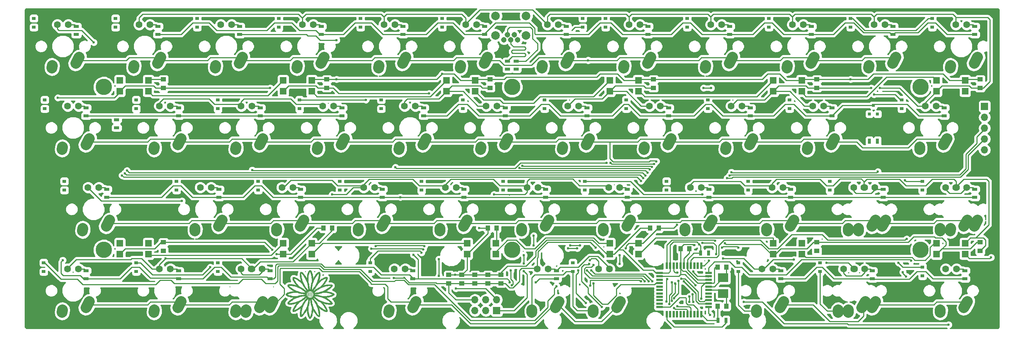
<source format=gbr>
G04 #@! TF.FileFunction,Copper,L2,Bot,Signal*
%FSLAX46Y46*%
G04 Gerber Fmt 4.6, Leading zero omitted, Abs format (unit mm)*
G04 Created by KiCad (PCBNEW 4.0.6) date 05/07/17 15:54:07*
%MOMM*%
%LPD*%
G01*
G04 APERTURE LIST*
%ADD10C,0.100000*%
%ADD11C,0.010000*%
%ADD12C,2.500000*%
%ADD13C,3.800000*%
%ADD14R,0.550000X1.500000*%
%ADD15R,1.500000X0.550000*%
%ADD16R,1.000000X1.250000*%
%ADD17R,1.250000X1.000000*%
%ADD18C,1.305560*%
%ADD19C,2.000000*%
%ADD20C,1.600200*%
%ADD21R,1.300000X0.700000*%
%ADD22R,1.700000X1.700000*%
%ADD23O,1.700000X1.700000*%
%ADD24R,0.800100X0.800100*%
%ADD25R,0.700000X1.300000*%
%ADD26R,1.524000X1.524000*%
%ADD27R,0.900000X0.800000*%
%ADD28R,2.400000X2.000000*%
%ADD29C,0.600000*%
%ADD30C,0.250000*%
%ADD31C,0.254000*%
G04 APERTURE END LIST*
D10*
D11*
G36*
X97219570Y-103178742D02*
X97293881Y-103126479D01*
X97367728Y-103041623D01*
X97440405Y-102926014D01*
X97511204Y-102781494D01*
X97579421Y-102609901D01*
X97644349Y-102413077D01*
X97705282Y-102192861D01*
X97761514Y-101951094D01*
X97812338Y-101689616D01*
X97857050Y-101410268D01*
X97871802Y-101303510D01*
X97883438Y-101215662D01*
X97988979Y-101405449D01*
X98094483Y-101585904D01*
X98209402Y-101765920D01*
X98330731Y-101941827D01*
X98455460Y-102109954D01*
X98580583Y-102266630D01*
X98703093Y-102408186D01*
X98819981Y-102530950D01*
X98928240Y-102631251D01*
X99024863Y-102705420D01*
X99081185Y-102738465D01*
X99173594Y-102771057D01*
X99260406Y-102777261D01*
X99333603Y-102756951D01*
X99355529Y-102742770D01*
X99403037Y-102684220D01*
X99439369Y-102594072D01*
X99464595Y-102475227D01*
X99478783Y-102330586D01*
X99482003Y-102163050D01*
X99474325Y-101975520D01*
X99455819Y-101770898D01*
X99426555Y-101552084D01*
X99386601Y-101321979D01*
X99336028Y-101083484D01*
X99313429Y-100988776D01*
X99288464Y-100888397D01*
X99265671Y-100798687D01*
X99246783Y-100726323D01*
X99233534Y-100677983D01*
X99228617Y-100662205D01*
X99233205Y-100653710D01*
X99261251Y-100669210D01*
X99305873Y-100703718D01*
X99470412Y-100833801D01*
X99644887Y-100960453D01*
X99825362Y-101081562D01*
X100007902Y-101195015D01*
X100188570Y-101298701D01*
X100363431Y-101390506D01*
X100528550Y-101468320D01*
X100679992Y-101530030D01*
X100813819Y-101573523D01*
X100926097Y-101596687D01*
X100975909Y-101600000D01*
X101072325Y-101588493D01*
X101143106Y-101553563D01*
X101188463Y-101494598D01*
X101208607Y-101410984D01*
X101203748Y-101302109D01*
X101174097Y-101167360D01*
X101150682Y-101092000D01*
X101084044Y-100919255D01*
X100994780Y-100727917D01*
X100886583Y-100524369D01*
X100763146Y-100314998D01*
X100628164Y-100106186D01*
X100485330Y-99904320D01*
X100395873Y-99787257D01*
X100347305Y-99724733D01*
X100309023Y-99673692D01*
X100285449Y-99640144D01*
X100280157Y-99629939D01*
X100298410Y-99632562D01*
X100343299Y-99643511D01*
X100406690Y-99660738D01*
X100438937Y-99669949D01*
X100656866Y-99728162D01*
X100877828Y-99777960D01*
X101097702Y-99818988D01*
X101312368Y-99850890D01*
X101517705Y-99873309D01*
X101709595Y-99885889D01*
X101883916Y-99888274D01*
X102036548Y-99880108D01*
X102163371Y-99861035D01*
X102260265Y-99830698D01*
X102266349Y-99827893D01*
X102324825Y-99786477D01*
X102371176Y-99728936D01*
X102396201Y-99667826D01*
X102398218Y-99648005D01*
X102383423Y-99577576D01*
X102340036Y-99490064D01*
X102269876Y-99388179D01*
X102174763Y-99274630D01*
X102081830Y-99177114D01*
X101941234Y-99046013D01*
X101775181Y-98906689D01*
X101591680Y-98764948D01*
X101398737Y-98626593D01*
X101204362Y-98497430D01*
X101016561Y-98383264D01*
X100892428Y-98314923D01*
X100810786Y-98272254D01*
X100919643Y-98257067D01*
X101215068Y-98212854D01*
X101478502Y-98166799D01*
X101714234Y-98117844D01*
X101926550Y-98064927D01*
X102119737Y-98006989D01*
X102298083Y-97942968D01*
X102452180Y-97878039D01*
X102595120Y-97805470D01*
X102702207Y-97733053D01*
X102773868Y-97660216D01*
X102810529Y-97586388D01*
X102812617Y-97510997D01*
X102781988Y-97435797D01*
X102726336Y-97371641D01*
X102637782Y-97305147D01*
X102519525Y-97237663D01*
X102374762Y-97170535D01*
X102206690Y-97105113D01*
X102018506Y-97042744D01*
X101813407Y-96984776D01*
X101594591Y-96932557D01*
X101581857Y-96929801D01*
X101509354Y-96915187D01*
X101417686Y-96898189D01*
X101314042Y-96879979D01*
X101205614Y-96861726D01*
X101099590Y-96844602D01*
X101003162Y-96829777D01*
X100923520Y-96818421D01*
X100867854Y-96811706D01*
X100848350Y-96810384D01*
X100856966Y-96801970D01*
X100892105Y-96778907D01*
X100948675Y-96744356D01*
X101021584Y-96701477D01*
X101053115Y-96683312D01*
X101261277Y-96558693D01*
X101460470Y-96429029D01*
X101647917Y-96296715D01*
X101820838Y-96164144D01*
X101976458Y-96033711D01*
X102111998Y-95907811D01*
X102224681Y-95788837D01*
X102311728Y-95679185D01*
X102370364Y-95581249D01*
X102390312Y-95530584D01*
X102404694Y-95472369D01*
X102404617Y-95430090D01*
X102391316Y-95389061D01*
X102360105Y-95333205D01*
X102316582Y-95289640D01*
X102256627Y-95257088D01*
X102176119Y-95234273D01*
X102070936Y-95219917D01*
X101936960Y-95212745D01*
X101817714Y-95211310D01*
X101482870Y-95225622D01*
X101128355Y-95268334D01*
X100756578Y-95339052D01*
X100369949Y-95437382D01*
X100284721Y-95462208D01*
X100271869Y-95460169D01*
X100281665Y-95438264D01*
X100315433Y-95394014D01*
X100331203Y-95375102D01*
X100486045Y-95183768D01*
X100629911Y-94990159D01*
X100761439Y-94797074D01*
X100879269Y-94607314D01*
X100982039Y-94423678D01*
X101068388Y-94248968D01*
X101136954Y-94085983D01*
X101186376Y-93937524D01*
X101215294Y-93806391D01*
X101222345Y-93695384D01*
X101206169Y-93607305D01*
X101198845Y-93590224D01*
X101160504Y-93530968D01*
X101109956Y-93492347D01*
X101040111Y-93471120D01*
X100943874Y-93464045D01*
X100922715Y-93464029D01*
X100850829Y-93466154D01*
X100790849Y-93473127D01*
X100730947Y-93487663D01*
X100659298Y-93512479D01*
X100586148Y-93541326D01*
X100369700Y-93640164D01*
X100138133Y-93767059D01*
X99895691Y-93919384D01*
X99646619Y-94094509D01*
X99454576Y-94241974D01*
X99383105Y-94298427D01*
X99322163Y-94345713D01*
X99277136Y-94379714D01*
X99253415Y-94396314D01*
X99251273Y-94397286D01*
X99251499Y-94382188D01*
X99261956Y-94344359D01*
X99267655Y-94327515D01*
X99304540Y-94211220D01*
X99343613Y-94067477D01*
X99383030Y-93904896D01*
X99420946Y-93732090D01*
X99455516Y-93557669D01*
X99484896Y-93390247D01*
X99507241Y-93238434D01*
X99515032Y-93172643D01*
X99525194Y-93034266D01*
X99527587Y-92891779D01*
X99522608Y-92754693D01*
X99510652Y-92632517D01*
X99492117Y-92534762D01*
X99487813Y-92519500D01*
X99460665Y-92451952D01*
X99424383Y-92387965D01*
X99409192Y-92367529D01*
X99343764Y-92315284D01*
X99262552Y-92293660D01*
X99168378Y-92302128D01*
X99064063Y-92340157D01*
X98952430Y-92407217D01*
X98875271Y-92467846D01*
X98745597Y-92591539D01*
X98608303Y-92745156D01*
X98466783Y-92924048D01*
X98324430Y-93123565D01*
X98184636Y-93339057D01*
X98050797Y-93565876D01*
X97981843Y-93692090D01*
X97888041Y-93868778D01*
X97856216Y-93602474D01*
X97820996Y-93349199D01*
X97777574Y-93106512D01*
X97726962Y-92877361D01*
X97670168Y-92664695D01*
X97608203Y-92471463D01*
X97542077Y-92300613D01*
X97472800Y-92155094D01*
X97401381Y-92037854D01*
X97328830Y-91951842D01*
X97276915Y-91911182D01*
X97199710Y-91882671D01*
X97112939Y-91879023D01*
X97051532Y-91893821D01*
X96995915Y-91929813D01*
X96933338Y-91992664D01*
X96869684Y-92075301D01*
X96810837Y-92170645D01*
X96792856Y-92204927D01*
X96719967Y-92371531D01*
X96651762Y-92569010D01*
X96589576Y-92792109D01*
X96534747Y-93035573D01*
X96488612Y-93294146D01*
X96456691Y-93526429D01*
X96445626Y-93619660D01*
X96435820Y-93702233D01*
X96428212Y-93766250D01*
X96423739Y-93803814D01*
X96423281Y-93807643D01*
X96415203Y-93816943D01*
X96396186Y-93794880D01*
X96365218Y-93740247D01*
X96362525Y-93735072D01*
X96224674Y-93486724D01*
X96071483Y-93242277D01*
X95908465Y-93009585D01*
X95741134Y-92796503D01*
X95575004Y-92610885D01*
X95568756Y-92604445D01*
X95449968Y-92488560D01*
X95346208Y-92401150D01*
X95253857Y-92339559D01*
X95169296Y-92301135D01*
X95145163Y-92293797D01*
X95090037Y-92282885D01*
X95044260Y-92287252D01*
X94989058Y-92308046D01*
X94916710Y-92359666D01*
X94859633Y-92442882D01*
X94818024Y-92556284D01*
X94792078Y-92698462D01*
X94782102Y-92866162D01*
X95087049Y-92866162D01*
X95091763Y-92730281D01*
X95094565Y-92704417D01*
X95102670Y-92646867D01*
X95111285Y-92618561D01*
X95124762Y-92612660D01*
X95146977Y-92622077D01*
X95176892Y-92643911D01*
X95223808Y-92684893D01*
X95279725Y-92737873D01*
X95307327Y-92765378D01*
X95473337Y-92948448D01*
X95641804Y-93163036D01*
X95775635Y-93353890D01*
X95995600Y-93704288D01*
X96182949Y-94050421D01*
X96331093Y-94378297D01*
X96719851Y-94378297D01*
X96721304Y-94282724D01*
X96724189Y-94158611D01*
X96725244Y-94116072D01*
X96737438Y-93824907D01*
X96759694Y-93558671D01*
X96793438Y-93307051D01*
X96840096Y-93059733D01*
X96901094Y-92806402D01*
X96911929Y-92765915D01*
X96949129Y-92640138D01*
X96991488Y-92515897D01*
X97035535Y-92402310D01*
X97077800Y-92308491D01*
X97105176Y-92258306D01*
X97143103Y-92196683D01*
X97175125Y-92236228D01*
X97194634Y-92268914D01*
X97222692Y-92326831D01*
X97255232Y-92401189D01*
X97281982Y-92467178D01*
X97366936Y-92714452D01*
X97440169Y-92988854D01*
X97500379Y-93282752D01*
X97546269Y-93588519D01*
X97576538Y-93898522D01*
X97589887Y-94205134D01*
X97590428Y-94278102D01*
X97589950Y-94391892D01*
X97587939Y-94477464D01*
X97583532Y-94542877D01*
X97575865Y-94596192D01*
X97564077Y-94645470D01*
X97547302Y-94698771D01*
X97544487Y-94707072D01*
X97505515Y-94831632D01*
X97465819Y-94977003D01*
X97426765Y-95136371D01*
X97389713Y-95302926D01*
X97356030Y-95469854D01*
X97327077Y-95630343D01*
X97304219Y-95777580D01*
X97288819Y-95904755D01*
X97282241Y-96005053D01*
X97282098Y-96017977D01*
X97274917Y-96080083D01*
X97256162Y-96157631D01*
X97229845Y-96238699D01*
X97200688Y-96309637D01*
X97570726Y-96309637D01*
X97573975Y-96206811D01*
X97581367Y-96088372D01*
X97592587Y-95959386D01*
X97607316Y-95824920D01*
X97625239Y-95690040D01*
X97646037Y-95559814D01*
X97646280Y-95558429D01*
X97716566Y-95215792D01*
X97805276Y-94888825D01*
X97915724Y-94567376D01*
X98051225Y-94241295D01*
X98135046Y-94061643D01*
X98237491Y-93860691D01*
X98350145Y-93659557D01*
X98469798Y-93462867D01*
X98593240Y-93275248D01*
X98717264Y-93101324D01*
X98838658Y-92945722D01*
X98954213Y-92813068D01*
X99060721Y-92707988D01*
X99093789Y-92679782D01*
X99146375Y-92637563D01*
X99177657Y-92616013D01*
X99194367Y-92612771D01*
X99203238Y-92625472D01*
X99207619Y-92639829D01*
X99213430Y-92677614D01*
X99218201Y-92739967D01*
X99221107Y-92815172D01*
X99221477Y-92837111D01*
X99215108Y-93035886D01*
X99192660Y-93259415D01*
X99155593Y-93500688D01*
X99105367Y-93752695D01*
X99043441Y-94008424D01*
X98971276Y-94260866D01*
X98890330Y-94503008D01*
X98854865Y-94597885D01*
X98714189Y-94924115D01*
X98544947Y-95252341D01*
X98352905Y-95572810D01*
X98143828Y-95875773D01*
X97965050Y-96102715D01*
X97887515Y-96192515D01*
X97811165Y-96276345D01*
X97739996Y-96350262D01*
X97678004Y-96410323D01*
X97629185Y-96452584D01*
X97597535Y-96473102D01*
X97589013Y-96473769D01*
X97577928Y-96448183D01*
X97571938Y-96391783D01*
X97570726Y-96309637D01*
X97200688Y-96309637D01*
X97199977Y-96311366D01*
X97170569Y-96363710D01*
X97162397Y-96373710D01*
X97147122Y-96383367D01*
X97131621Y-96373425D01*
X97111287Y-96338721D01*
X97089522Y-96292067D01*
X97060250Y-96213273D01*
X97040176Y-96123681D01*
X97026602Y-96011022D01*
X97025907Y-96002929D01*
X96997823Y-95752495D01*
X96955187Y-95483312D01*
X96900632Y-95208588D01*
X96836790Y-94941533D01*
X96766291Y-94695356D01*
X96763828Y-94687572D01*
X96748205Y-94637549D01*
X96736438Y-94594897D01*
X96728123Y-94553631D01*
X96722856Y-94507766D01*
X96720233Y-94451316D01*
X96719851Y-94378297D01*
X96331093Y-94378297D01*
X96339971Y-94397945D01*
X96468954Y-94752515D01*
X96572185Y-95119787D01*
X96651953Y-95505416D01*
X96656272Y-95530610D01*
X96676690Y-95664384D01*
X96694607Y-95807267D01*
X96709441Y-95951917D01*
X96720614Y-96090991D01*
X96727544Y-96217147D01*
X96729651Y-96323043D01*
X96726356Y-96401338D01*
X96725615Y-96408155D01*
X96714197Y-96504555D01*
X96597509Y-96389813D01*
X96389107Y-96165626D01*
X96186960Y-95910541D01*
X95994158Y-95629808D01*
X95813794Y-95328675D01*
X95648956Y-95012394D01*
X95502736Y-94686213D01*
X95378225Y-94355381D01*
X95350655Y-94271952D01*
X95287419Y-94060369D01*
X95231233Y-93843335D01*
X95182982Y-93626271D01*
X95143552Y-93414600D01*
X95113830Y-93213743D01*
X95094700Y-93029123D01*
X95087049Y-92866162D01*
X94782102Y-92866162D01*
X94781992Y-92868007D01*
X94787963Y-93063509D01*
X94810185Y-93283558D01*
X94832522Y-93433580D01*
X94858476Y-93573419D01*
X94892985Y-93734983D01*
X94933033Y-93905608D01*
X94975602Y-94072629D01*
X95017676Y-94223379D01*
X95031829Y-94270286D01*
X95050235Y-94331538D01*
X95063388Y-94378606D01*
X95068433Y-94401241D01*
X95055189Y-94395640D01*
X95018837Y-94371117D01*
X94964608Y-94331411D01*
X94897733Y-94280260D01*
X94882607Y-94268441D01*
X94662496Y-94103017D01*
X94442646Y-93951578D01*
X94226979Y-93816327D01*
X94019412Y-93699464D01*
X93823867Y-93603192D01*
X93644262Y-93529713D01*
X93484518Y-93481229D01*
X93478983Y-93479930D01*
X93354128Y-93462864D01*
X93251470Y-93473810D01*
X93171699Y-93511549D01*
X93115506Y-93574867D01*
X93083582Y-93662547D01*
X93076617Y-93773373D01*
X93078944Y-93789907D01*
X93378825Y-93789907D01*
X93384052Y-93764292D01*
X93389835Y-93762286D01*
X93409624Y-93768096D01*
X93455050Y-93783595D01*
X93517713Y-93805888D01*
X93544350Y-93815557D01*
X93740218Y-93897942D01*
X93951696Y-94006785D01*
X94173765Y-94138694D01*
X94401407Y-94290276D01*
X94629605Y-94458137D01*
X94853339Y-94638885D01*
X95067592Y-94829127D01*
X95127985Y-94886309D01*
X95207908Y-94964047D01*
X95268256Y-95026389D01*
X95315880Y-95082344D01*
X95357631Y-95140919D01*
X95400360Y-95211122D01*
X95450920Y-95301961D01*
X95467899Y-95333217D01*
X95569907Y-95513923D01*
X95680889Y-95697162D01*
X95796521Y-95876541D01*
X95912481Y-96045669D01*
X96024447Y-96198152D01*
X96128097Y-96327599D01*
X96180955Y-96387709D01*
X96211603Y-96428518D01*
X96246387Y-96486073D01*
X96281376Y-96552134D01*
X96312640Y-96618460D01*
X96336247Y-96676810D01*
X96348267Y-96718942D01*
X96346843Y-96735491D01*
X96327614Y-96733243D01*
X96284140Y-96720491D01*
X96227522Y-96700609D01*
X96142181Y-96659663D01*
X96044314Y-96595106D01*
X95944714Y-96516853D01*
X95619266Y-96265596D01*
X95264357Y-96027761D01*
X94885474Y-95807014D01*
X94865724Y-95796343D01*
X94793822Y-95756094D01*
X94733435Y-95717598D01*
X94677031Y-95674765D01*
X94617077Y-95621503D01*
X94546040Y-95551723D01*
X94482413Y-95486392D01*
X94283097Y-95268809D01*
X94091354Y-95038468D01*
X93912302Y-94802307D01*
X93751058Y-94567264D01*
X93612743Y-94340276D01*
X93546343Y-94217582D01*
X93492154Y-94107036D01*
X93446767Y-94004515D01*
X93411723Y-93914499D01*
X93388563Y-93841470D01*
X93378825Y-93789907D01*
X93078944Y-93789907D01*
X93095304Y-93906130D01*
X93140333Y-94059601D01*
X93143932Y-94069564D01*
X93214300Y-94237182D01*
X93308791Y-94422983D01*
X93424038Y-94621465D01*
X93556676Y-94827125D01*
X93703338Y-95034460D01*
X93852073Y-95227322D01*
X93908776Y-95299291D01*
X93954408Y-95360134D01*
X93985472Y-95404946D01*
X93998469Y-95428821D01*
X93997583Y-95431429D01*
X93973265Y-95426520D01*
X93922448Y-95413267D01*
X93853351Y-95393884D01*
X93797654Y-95377599D01*
X93593418Y-95321925D01*
X93381525Y-95273332D01*
X93167802Y-95232581D01*
X92958074Y-95200437D01*
X92758170Y-95177662D01*
X92573914Y-95165019D01*
X92411133Y-95163271D01*
X92275655Y-95173181D01*
X92257121Y-95175865D01*
X92124414Y-95207645D01*
X92022031Y-95255892D01*
X91950835Y-95319387D01*
X91911692Y-95396912D01*
X91905467Y-95487250D01*
X91911260Y-95508682D01*
X92231522Y-95508682D01*
X92232108Y-95494285D01*
X92249036Y-95486197D01*
X92258860Y-95483374D01*
X92312338Y-95475074D01*
X92393698Y-95470723D01*
X92494771Y-95470162D01*
X92607385Y-95473233D01*
X92723370Y-95479778D01*
X92834556Y-95489638D01*
X92883892Y-95495510D01*
X93326757Y-95571277D01*
X93759099Y-95680701D01*
X94178932Y-95822942D01*
X94584270Y-95997160D01*
X94973127Y-96202513D01*
X95343517Y-96438162D01*
X95646564Y-96665049D01*
X95733998Y-96737796D01*
X95820296Y-96813744D01*
X95901337Y-96888801D01*
X95972995Y-96958875D01*
X96031148Y-97019876D01*
X96071671Y-97067710D01*
X96090441Y-97098288D01*
X96090554Y-97105569D01*
X96067545Y-97113177D01*
X96014278Y-97116949D01*
X95936543Y-97117186D01*
X95840132Y-97114192D01*
X95730834Y-97108267D01*
X95614441Y-97099714D01*
X95496743Y-97088835D01*
X95383531Y-97075932D01*
X95300039Y-97064348D01*
X94888081Y-96985988D01*
X94486389Y-96877657D01*
X94091561Y-96738066D01*
X93700195Y-96565925D01*
X93308890Y-96359946D01*
X93076167Y-96221712D01*
X92932457Y-96128334D01*
X92788239Y-96026411D01*
X92649354Y-95920650D01*
X92521637Y-95815759D01*
X92410929Y-95716445D01*
X92323068Y-95627417D01*
X92287662Y-95585887D01*
X92249350Y-95536759D01*
X92231522Y-95508682D01*
X91911260Y-95508682D01*
X91933024Y-95589184D01*
X91944880Y-95615483D01*
X92007680Y-95718010D01*
X92100873Y-95831632D01*
X92221240Y-95953772D01*
X92365563Y-96081854D01*
X92530624Y-96213299D01*
X92713203Y-96345532D01*
X92910083Y-96475974D01*
X93118044Y-96602049D01*
X93310156Y-96708662D01*
X93487778Y-96802959D01*
X93221353Y-96834457D01*
X92971522Y-96868917D01*
X92731659Y-96911598D01*
X92504682Y-96961482D01*
X92293510Y-97017550D01*
X92101062Y-97078783D01*
X91930256Y-97144162D01*
X91784012Y-97212671D01*
X91665247Y-97283289D01*
X91576881Y-97354998D01*
X91521833Y-97426781D01*
X91521361Y-97427687D01*
X91495343Y-97514266D01*
X91498393Y-97545143D01*
X91830071Y-97545143D01*
X91846731Y-97522993D01*
X91893630Y-97492948D01*
X91966147Y-97457188D01*
X92059662Y-97417889D01*
X92169552Y-97377228D01*
X92229214Y-97357061D01*
X92519502Y-97272989D01*
X92832401Y-97202527D01*
X93156079Y-97147867D01*
X93478704Y-97111200D01*
X93607137Y-97101923D01*
X93788055Y-97093640D01*
X93940145Y-97092604D01*
X94070234Y-97099305D01*
X94185145Y-97114238D01*
X94291703Y-97137895D01*
X94351928Y-97155665D01*
X94503819Y-97200873D01*
X94671280Y-97244842D01*
X94847486Y-97286244D01*
X95025610Y-97323751D01*
X95198824Y-97356037D01*
X95326812Y-97376437D01*
X96299457Y-97376437D01*
X96355007Y-97343623D01*
X96415774Y-97289771D01*
X96450087Y-97220346D01*
X96453687Y-97144930D01*
X96450204Y-97129453D01*
X96441257Y-97090562D01*
X96447843Y-97069781D01*
X96477532Y-97056763D01*
X96509516Y-97048391D01*
X96586640Y-97017153D01*
X96634857Y-96967044D01*
X96658757Y-96893134D01*
X96659589Y-96887315D01*
X96669102Y-96816384D01*
X96740759Y-96835510D01*
X96817247Y-96841633D01*
X96882678Y-96814712D01*
X96940227Y-96753337D01*
X96946357Y-96744200D01*
X96982643Y-96688506D01*
X97045819Y-96731253D01*
X97095100Y-96758543D01*
X97139002Y-96773202D01*
X97147608Y-96774000D01*
X97186399Y-96764084D01*
X97236353Y-96739311D01*
X97252118Y-96729282D01*
X97318014Y-96684563D01*
X97335799Y-96718956D01*
X97953285Y-96718956D01*
X97964300Y-96667942D01*
X97994397Y-96597267D01*
X98039158Y-96514918D01*
X98094167Y-96428879D01*
X98155004Y-96347139D01*
X98167093Y-96332473D01*
X98452306Y-95964694D01*
X98710193Y-95573489D01*
X98868036Y-95297411D01*
X98916370Y-95209179D01*
X98957224Y-95140275D01*
X98996968Y-95082487D01*
X99041971Y-95027609D01*
X99098603Y-94967431D01*
X99173233Y-94893744D01*
X99205362Y-94862687D01*
X99510561Y-94586577D01*
X99826075Y-94337948D01*
X100052016Y-94180135D01*
X100197493Y-94086853D01*
X100341644Y-94001045D01*
X100479889Y-93924993D01*
X100607653Y-93860975D01*
X100720359Y-93811272D01*
X100813428Y-93778163D01*
X100882285Y-93763929D01*
X100888238Y-93763612D01*
X100916545Y-93767292D01*
X100921866Y-93788090D01*
X100916897Y-93812122D01*
X100886727Y-93906085D01*
X100838560Y-94023155D01*
X100775479Y-94156901D01*
X100700563Y-94300894D01*
X100616893Y-94448702D01*
X100591654Y-94490992D01*
X100360813Y-94841062D01*
X100096820Y-95182502D01*
X99802457Y-95511736D01*
X99777404Y-95537725D01*
X99696924Y-95618941D01*
X99631863Y-95679291D01*
X99573887Y-95725339D01*
X99514660Y-95763648D01*
X99445849Y-95800781D01*
X99438975Y-95804253D01*
X99129882Y-95971077D01*
X98828691Y-96155698D01*
X98544544Y-96352125D01*
X98286584Y-96554370D01*
X98261714Y-96575423D01*
X98209831Y-96614232D01*
X98148589Y-96652020D01*
X98085304Y-96685383D01*
X98027290Y-96710916D01*
X97981861Y-96725216D01*
X97956332Y-96724878D01*
X97953285Y-96718956D01*
X97335799Y-96718956D01*
X97345671Y-96738046D01*
X97392197Y-96795490D01*
X97455840Y-96832417D01*
X97525613Y-96844740D01*
X97589677Y-96828831D01*
X97612472Y-96822009D01*
X97625852Y-96838059D01*
X97635176Y-96876918D01*
X97661406Y-96944869D01*
X97707499Y-97001535D01*
X97764268Y-97037792D01*
X97805606Y-97046143D01*
X97841767Y-97048848D01*
X97854318Y-97064229D01*
X97851024Y-97103185D01*
X97850145Y-97108658D01*
X97849928Y-97116681D01*
X98171000Y-97116681D01*
X98183902Y-97092881D01*
X98219325Y-97050223D01*
X98272345Y-96993584D01*
X98338038Y-96927842D01*
X98411481Y-96857874D01*
X98487749Y-96788560D01*
X98561919Y-96724776D01*
X98588823Y-96702766D01*
X98930407Y-96450775D01*
X99295057Y-96224855D01*
X99678953Y-96026710D01*
X100078275Y-95858045D01*
X100489202Y-95720564D01*
X100907914Y-95615971D01*
X101110143Y-95578015D01*
X101268814Y-95553844D01*
X101426657Y-95534236D01*
X101578029Y-95519556D01*
X101717285Y-95510168D01*
X101838781Y-95506437D01*
X101936874Y-95508730D01*
X102005921Y-95517411D01*
X102014279Y-95519524D01*
X102031543Y-95526470D01*
X102035943Y-95537843D01*
X102024427Y-95558569D01*
X101993940Y-95593575D01*
X101941428Y-95647789D01*
X101923565Y-95665866D01*
X101732059Y-95843837D01*
X101511052Y-96022015D01*
X101267031Y-96195961D01*
X101006483Y-96361242D01*
X100735893Y-96513421D01*
X100541481Y-96610967D01*
X100256753Y-96735600D01*
X99952131Y-96849043D01*
X99636968Y-96948585D01*
X99320620Y-97031517D01*
X99012440Y-97095128D01*
X98729608Y-97135868D01*
X98607818Y-97146642D01*
X98491206Y-97152455D01*
X98385081Y-97153490D01*
X98294748Y-97149930D01*
X98225515Y-97141955D01*
X98182689Y-97129749D01*
X98171000Y-97116681D01*
X97849928Y-97116681D01*
X97847883Y-97192043D01*
X97873546Y-97265156D01*
X97917284Y-97324909D01*
X97949847Y-97364611D01*
X97960851Y-97391716D01*
X97953591Y-97420065D01*
X97944348Y-97438634D01*
X97920494Y-97506923D01*
X97922504Y-97550106D01*
X98237104Y-97550106D01*
X98281159Y-97515785D01*
X98304114Y-97498968D01*
X98327543Y-97486303D01*
X98357542Y-97476623D01*
X98400207Y-97468764D01*
X98461634Y-97461558D01*
X98547918Y-97453841D01*
X98646463Y-97445921D01*
X98976960Y-97407331D01*
X99323103Y-97343258D01*
X99676575Y-97255462D01*
X99967143Y-97166638D01*
X100057663Y-97136863D01*
X100130473Y-97114783D01*
X100193276Y-97099631D01*
X100253777Y-97090638D01*
X100319678Y-97087038D01*
X100398683Y-97088062D01*
X100498495Y-97092943D01*
X100626764Y-97100910D01*
X101033708Y-97140304D01*
X101426595Y-97205235D01*
X101800892Y-97294763D01*
X102152064Y-97407945D01*
X102208866Y-97429366D01*
X102310115Y-97468878D01*
X102379593Y-97498563D01*
X102419459Y-97521460D01*
X102431870Y-97540608D01*
X102418984Y-97559047D01*
X102382959Y-97579816D01*
X102332244Y-97603141D01*
X102109015Y-97691299D01*
X101857754Y-97769962D01*
X101585803Y-97837715D01*
X101300504Y-97893146D01*
X101009198Y-97934840D01*
X100719227Y-97961384D01*
X100437934Y-97971365D01*
X100419582Y-97971407D01*
X100306659Y-97971088D01*
X100221806Y-97969458D01*
X100156810Y-97965536D01*
X100103457Y-97958339D01*
X100053533Y-97946887D01*
X99998825Y-97930197D01*
X99956939Y-97916120D01*
X99662477Y-97826678D01*
X99346238Y-97750639D01*
X99021100Y-97690656D01*
X98699943Y-97649381D01*
X98631340Y-97643094D01*
X98508492Y-97630968D01*
X98416556Y-97617652D01*
X98350159Y-97602194D01*
X98308373Y-97585957D01*
X98237104Y-97550106D01*
X97922504Y-97550106D01*
X97923750Y-97576845D01*
X97944412Y-97639058D01*
X97960639Y-97682633D01*
X97960155Y-97706981D01*
X97941585Y-97725761D01*
X97935237Y-97730291D01*
X97885373Y-97785202D01*
X97853411Y-97861919D01*
X97844428Y-97932835D01*
X97842455Y-97962357D01*
X98148153Y-97962357D01*
X98200398Y-97950897D01*
X98273937Y-97941439D01*
X98375507Y-97937949D01*
X98497371Y-97940279D01*
X98631795Y-97948279D01*
X98771041Y-97961801D01*
X98771927Y-97961905D01*
X99174086Y-98024988D01*
X99573353Y-98118942D01*
X99965912Y-98242015D01*
X100347949Y-98392454D01*
X100715648Y-98568509D01*
X101065196Y-98768425D01*
X101392776Y-98990452D01*
X101694575Y-99232837D01*
X101849464Y-99375422D01*
X101915997Y-99440860D01*
X101972000Y-99497887D01*
X102012789Y-99541579D01*
X102033680Y-99567017D01*
X102035428Y-99570809D01*
X102018362Y-99578751D01*
X101971201Y-99583690D01*
X101900002Y-99585746D01*
X101810821Y-99585036D01*
X101709716Y-99581678D01*
X101602742Y-99575789D01*
X101495957Y-99567487D01*
X101410135Y-99558654D01*
X100976315Y-99490346D01*
X100550854Y-99387711D01*
X100132555Y-99250332D01*
X99720216Y-99077796D01*
X99312639Y-98869687D01*
X99150714Y-98776414D01*
X98970320Y-98664445D01*
X98796875Y-98547832D01*
X98635043Y-98430188D01*
X98489486Y-98315129D01*
X98364867Y-98206266D01*
X98265849Y-98107216D01*
X98223766Y-98057947D01*
X98148153Y-97962357D01*
X97842455Y-97962357D01*
X97841220Y-97980819D01*
X97825543Y-98006424D01*
X97788321Y-98023400D01*
X97783596Y-98024977D01*
X97705007Y-98069104D01*
X97648974Y-98139531D01*
X97632110Y-98179883D01*
X97616225Y-98215960D01*
X97591406Y-98229260D01*
X97549368Y-98228490D01*
X97477273Y-98233333D01*
X97409909Y-98264111D01*
X97352021Y-98310781D01*
X97327106Y-98331579D01*
X97917000Y-98331579D01*
X97931941Y-98317703D01*
X97972586Y-98320771D01*
X98018889Y-98335086D01*
X98053810Y-98355050D01*
X98106816Y-98393171D01*
X98169292Y-98443035D01*
X98206034Y-98474424D01*
X98434246Y-98660276D01*
X98691535Y-98844203D01*
X98970797Y-99021532D01*
X99264930Y-99187595D01*
X99386571Y-99250533D01*
X99482500Y-99299942D01*
X99555037Y-99341094D01*
X99613759Y-99380879D01*
X99668246Y-99426189D01*
X99728078Y-99483916D01*
X99768579Y-99525363D01*
X100027477Y-99813526D01*
X100269006Y-100123035D01*
X100487510Y-100445953D01*
X100677331Y-100774341D01*
X100725974Y-100868997D01*
X100765530Y-100951309D01*
X100804517Y-101037758D01*
X100839811Y-101120780D01*
X100868288Y-101192815D01*
X100886822Y-101246301D01*
X100892428Y-101271832D01*
X100877160Y-101277378D01*
X100834110Y-101267325D01*
X100767405Y-101243345D01*
X100681176Y-101207109D01*
X100579552Y-101160288D01*
X100466662Y-101104554D01*
X100420795Y-101080931D01*
X100114464Y-100906345D01*
X99809225Y-100703698D01*
X99514935Y-100480143D01*
X99241451Y-100242829D01*
X99164445Y-100169543D01*
X99086838Y-100093006D01*
X99028486Y-100031554D01*
X98982521Y-99975948D01*
X98942074Y-99916946D01*
X98900276Y-99845311D01*
X98850258Y-99751801D01*
X98841582Y-99735240D01*
X98670524Y-99427997D01*
X98489180Y-99139382D01*
X98301431Y-98875194D01*
X98111158Y-98641233D01*
X98103682Y-98632736D01*
X98013103Y-98522864D01*
X97952215Y-98432227D01*
X97921228Y-98361160D01*
X97917000Y-98331579D01*
X97327106Y-98331579D01*
X97317801Y-98339346D01*
X97291364Y-98344839D01*
X97254982Y-98329988D01*
X97248600Y-98326707D01*
X97176903Y-98301517D01*
X97107329Y-98305676D01*
X97042494Y-98331521D01*
X97000118Y-98351865D01*
X96977774Y-98354757D01*
X96963228Y-98339351D01*
X96955593Y-98325522D01*
X96909123Y-98273693D01*
X96839714Y-98238308D01*
X96760345Y-98225429D01*
X96713730Y-98222381D01*
X96687016Y-98206745D01*
X96666672Y-98168787D01*
X96660603Y-98153673D01*
X96623983Y-98094046D01*
X96570129Y-98044114D01*
X96510748Y-98013252D01*
X96478356Y-98007782D01*
X96457137Y-98001732D01*
X96452713Y-97977201D01*
X96457147Y-97947147D01*
X96457958Y-97900365D01*
X96448234Y-97845748D01*
X96431607Y-97795307D01*
X96411710Y-97761050D01*
X96398461Y-97753137D01*
X96373750Y-97742765D01*
X96351561Y-97728007D01*
X96332536Y-97710293D01*
X96330674Y-97690569D01*
X96346860Y-97656813D01*
X96358244Y-97637268D01*
X96386109Y-97559564D01*
X96378784Y-97484254D01*
X96336878Y-97416269D01*
X96299457Y-97376437D01*
X95326812Y-97376437D01*
X95360303Y-97381775D01*
X95503220Y-97399635D01*
X95620747Y-97408292D01*
X95654302Y-97408903D01*
X95700136Y-97414693D01*
X95762277Y-97430044D01*
X95831988Y-97451797D01*
X95900531Y-97476792D01*
X95959169Y-97501868D01*
X95999164Y-97523865D01*
X96012000Y-97538268D01*
X95995174Y-97561414D01*
X95949396Y-97586817D01*
X95881712Y-97612188D01*
X95799170Y-97635240D01*
X95708818Y-97653687D01*
X95621928Y-97664882D01*
X95180715Y-97718559D01*
X94756498Y-97801772D01*
X94406357Y-97896149D01*
X94188643Y-97962357D01*
X93780428Y-97961280D01*
X93448093Y-97952504D01*
X93137959Y-97927007D01*
X92839288Y-97883283D01*
X92541341Y-97819827D01*
X92292714Y-97752799D01*
X92201440Y-97723562D01*
X92108053Y-97689314D01*
X92018881Y-97652897D01*
X91940254Y-97617151D01*
X91878503Y-97584918D01*
X91839957Y-97559039D01*
X91830071Y-97545143D01*
X91498393Y-97545143D01*
X91504040Y-97602311D01*
X91546229Y-97688292D01*
X91620683Y-97768679D01*
X91646894Y-97789517D01*
X91766598Y-97867787D01*
X91907717Y-97939137D01*
X92072339Y-98004140D01*
X92262553Y-98063372D01*
X92480448Y-98117408D01*
X92728111Y-98166824D01*
X93007630Y-98212195D01*
X93321095Y-98254096D01*
X93343316Y-98256788D01*
X93459561Y-98270786D01*
X93266617Y-98375852D01*
X93069425Y-98489033D01*
X92875557Y-98611338D01*
X92688963Y-98739609D01*
X92513594Y-98870685D01*
X92353400Y-99001409D01*
X92212332Y-99128622D01*
X92094340Y-99249165D01*
X92003374Y-99359880D01*
X91966143Y-99415691D01*
X91917275Y-99521507D01*
X91908703Y-99577072D01*
X92215438Y-99577072D01*
X92289581Y-99483343D01*
X92368438Y-99395447D01*
X92474803Y-99294868D01*
X92603879Y-99185438D01*
X92750866Y-99070989D01*
X92910964Y-98955355D01*
X93079375Y-98842367D01*
X93142616Y-98802136D01*
X93514572Y-98587336D01*
X93894680Y-98403472D01*
X94278417Y-98252627D01*
X94470466Y-98190169D01*
X94696984Y-98126601D01*
X94922417Y-98073918D01*
X95156210Y-98030346D01*
X95407808Y-97994110D01*
X95667286Y-97965317D01*
X95741075Y-97960284D01*
X95825445Y-97957896D01*
X95910821Y-97958015D01*
X95987631Y-97960504D01*
X96046301Y-97965224D01*
X96075500Y-97971188D01*
X96088033Y-97979892D01*
X96088269Y-97993955D01*
X96073059Y-98017685D01*
X96039253Y-98055387D01*
X95983703Y-98111368D01*
X95945927Y-98148401D01*
X95705196Y-98363268D01*
X95433861Y-98569353D01*
X95137120Y-98763801D01*
X94820166Y-98943757D01*
X94488197Y-99106365D01*
X94146407Y-99248769D01*
X93799993Y-99368116D01*
X93643596Y-99413644D01*
X93433638Y-99467147D01*
X93224659Y-99512771D01*
X93021464Y-99549905D01*
X92828856Y-99577940D01*
X92651641Y-99596263D01*
X92494622Y-99604266D01*
X92362604Y-99601336D01*
X92267683Y-99588532D01*
X92215438Y-99577072D01*
X91908703Y-99577072D01*
X91902335Y-99618346D01*
X91920886Y-99704271D01*
X91972487Y-99777345D01*
X92056700Y-99835633D01*
X92061893Y-99838190D01*
X92168697Y-99874869D01*
X92305365Y-99897239D01*
X92468546Y-99905598D01*
X92654888Y-99900243D01*
X92861040Y-99881474D01*
X93083651Y-99849588D01*
X93319369Y-99804884D01*
X93564842Y-99747660D01*
X93798257Y-99683671D01*
X93880570Y-99659832D01*
X93950240Y-99640328D01*
X93999864Y-99627186D01*
X94021977Y-99622429D01*
X94019073Y-99635217D01*
X93997367Y-99669042D01*
X93961318Y-99717093D01*
X93953633Y-99726750D01*
X93810905Y-99911977D01*
X93677168Y-100100037D01*
X93553749Y-100288102D01*
X93441975Y-100473344D01*
X93343172Y-100652934D01*
X93258667Y-100824043D01*
X93189788Y-100983843D01*
X93137860Y-101129506D01*
X93104238Y-101258100D01*
X93412804Y-101258100D01*
X93423535Y-101214962D01*
X93447793Y-101148285D01*
X93483863Y-101062343D01*
X93530033Y-100961405D01*
X93584587Y-100849744D01*
X93597618Y-100824019D01*
X93754648Y-100542717D01*
X93939512Y-100257804D01*
X94145918Y-99978001D01*
X94367574Y-99712024D01*
X94515871Y-99551695D01*
X94590561Y-99475365D01*
X94651255Y-99417115D01*
X94706611Y-99370434D01*
X94765286Y-99328814D01*
X94835937Y-99285746D01*
X94927221Y-99234720D01*
X94964404Y-99214452D01*
X95180296Y-99091588D01*
X95392604Y-98960227D01*
X95595169Y-98824649D01*
X95781832Y-98689134D01*
X95946431Y-98557962D01*
X96075500Y-98442477D01*
X96171555Y-98366725D01*
X96256928Y-98327886D01*
X96319213Y-98309544D01*
X96354490Y-98301539D01*
X96370429Y-98303523D01*
X96374699Y-98315145D01*
X96374857Y-98322507D01*
X96359195Y-98394867D01*
X96314255Y-98478058D01*
X96243101Y-98566465D01*
X96239647Y-98570143D01*
X96088825Y-98743268D01*
X95934039Y-98946474D01*
X95778903Y-99174356D01*
X95627032Y-99421512D01*
X95482041Y-99682536D01*
X95435694Y-99772027D01*
X95386366Y-99867286D01*
X95345663Y-99939271D01*
X95306612Y-99997468D01*
X95262235Y-100051362D01*
X95205557Y-100110440D01*
X95139780Y-100174428D01*
X94847495Y-100434364D01*
X94531796Y-100676995D01*
X94201233Y-100896256D01*
X93864361Y-101086081D01*
X93828355Y-101104368D01*
X93740562Y-101146811D01*
X93650420Y-101187546D01*
X93565290Y-101223548D01*
X93492533Y-101251789D01*
X93439510Y-101269241D01*
X93417313Y-101273429D01*
X93412804Y-101258100D01*
X93104238Y-101258100D01*
X93104211Y-101258202D01*
X93090168Y-101367105D01*
X93097057Y-101453384D01*
X93119315Y-101505353D01*
X93170398Y-101556992D01*
X93237816Y-101587439D01*
X93323394Y-101596407D01*
X93428960Y-101583609D01*
X93556340Y-101548758D01*
X93707359Y-101491566D01*
X93883843Y-101411746D01*
X93963751Y-101372530D01*
X94191073Y-101252520D01*
X94410383Y-101123157D01*
X94629620Y-100979288D01*
X94856723Y-100815760D01*
X95045047Y-100670760D01*
X95052519Y-100676367D01*
X95047488Y-100713277D01*
X95030702Y-100777517D01*
X94967784Y-101010627D01*
X94914145Y-101245064D01*
X94870220Y-101476579D01*
X94836443Y-101700926D01*
X94813250Y-101913855D01*
X94801075Y-102111119D01*
X94800384Y-102280961D01*
X95105290Y-102280961D01*
X95105965Y-102191722D01*
X95109310Y-102090518D01*
X95115209Y-101983397D01*
X95123549Y-101876405D01*
X95132298Y-101791549D01*
X95199648Y-101361411D01*
X95300194Y-100941772D01*
X95434795Y-100529851D01*
X95604309Y-100122865D01*
X95721824Y-99882425D01*
X95837888Y-99667503D01*
X95960511Y-99459155D01*
X96086757Y-99261496D01*
X96213687Y-99078640D01*
X96338364Y-98914704D01*
X96457849Y-98773803D01*
X96569206Y-98660052D01*
X96634808Y-98603434D01*
X96728431Y-98529430D01*
X96743270Y-98608751D01*
X96748381Y-98659638D01*
X96750642Y-98735471D01*
X96749901Y-98825014D01*
X96747164Y-98896714D01*
X96716084Y-99230790D01*
X96658387Y-99578501D01*
X96576323Y-99931497D01*
X96472140Y-100281427D01*
X96348087Y-100619940D01*
X96269331Y-100797133D01*
X96719571Y-100797133D01*
X96719965Y-100685419D01*
X96721852Y-100601200D01*
X96726289Y-100535687D01*
X96734334Y-100480092D01*
X96747043Y-100425625D01*
X96765473Y-100363499D01*
X96775538Y-100331877D01*
X96882874Y-99960625D01*
X96966857Y-99589903D01*
X97025725Y-99228250D01*
X97049400Y-99005572D01*
X97062124Y-98877680D01*
X97076709Y-98782446D01*
X97093778Y-98716263D01*
X97103605Y-98692607D01*
X97126377Y-98650607D01*
X97142816Y-98626683D01*
X97145928Y-98624572D01*
X97158392Y-98639163D01*
X97180148Y-98675989D01*
X97190917Y-98696420D01*
X97214874Y-98765769D01*
X97536034Y-98765769D01*
X97538630Y-98672092D01*
X97547372Y-98602665D01*
X97562491Y-98561637D01*
X97578065Y-98552000D01*
X97597195Y-98564345D01*
X97636149Y-98598187D01*
X97689733Y-98648742D01*
X97752754Y-98711224D01*
X97770832Y-98729640D01*
X97986496Y-98972265D01*
X98193195Y-99249109D01*
X98391166Y-99560521D01*
X98580643Y-99906848D01*
X98624465Y-99994357D01*
X98725385Y-100205880D01*
X98809223Y-100397800D01*
X98879610Y-100580308D01*
X98940180Y-100763593D01*
X98994563Y-100957845D01*
X99046393Y-101173253D01*
X99049287Y-101186121D01*
X99080393Y-101337508D01*
X99108461Y-101498540D01*
X99132857Y-101663181D01*
X99152942Y-101825396D01*
X99168080Y-101979148D01*
X99177635Y-102118400D01*
X99180970Y-102237117D01*
X99177449Y-102329262D01*
X99173254Y-102361617D01*
X99158912Y-102442876D01*
X99070647Y-102361617D01*
X98947249Y-102236738D01*
X98815625Y-102083257D01*
X98679461Y-101906846D01*
X98542445Y-101713177D01*
X98408264Y-101507921D01*
X98280603Y-101296752D01*
X98163149Y-101085341D01*
X98059589Y-100879360D01*
X97973609Y-100684482D01*
X97962462Y-100656572D01*
X97929339Y-100572561D01*
X97897091Y-100491072D01*
X97870658Y-100424577D01*
X97861071Y-100400612D01*
X97834162Y-100326312D01*
X97801619Y-100225056D01*
X97765822Y-100105279D01*
X97729148Y-99975415D01*
X97693976Y-99843899D01*
X97662685Y-99719164D01*
X97637654Y-99609645D01*
X97636600Y-99604673D01*
X97607166Y-99452649D01*
X97582494Y-99299974D01*
X97562814Y-99150798D01*
X97548357Y-99009272D01*
X97539353Y-98879546D01*
X97536034Y-98765769D01*
X97214874Y-98765769D01*
X97217741Y-98774066D01*
X97227571Y-98855281D01*
X97234446Y-99009600D01*
X97254209Y-99190843D01*
X97285569Y-99392537D01*
X97327233Y-99608207D01*
X97377910Y-99831377D01*
X97436307Y-100055572D01*
X97501133Y-100274318D01*
X97526109Y-100351433D01*
X97551678Y-100430286D01*
X97569387Y-100492970D01*
X97580676Y-100549631D01*
X97586982Y-100610415D01*
X97589745Y-100685465D01*
X97590401Y-100784929D01*
X97590406Y-100805004D01*
X97577764Y-101130079D01*
X97540796Y-101471349D01*
X97480865Y-101819379D01*
X97399331Y-102164734D01*
X97388595Y-102203983D01*
X97352663Y-102325356D01*
X97311462Y-102451374D01*
X97268341Y-102572718D01*
X97226648Y-102680069D01*
X97189732Y-102764111D01*
X97181016Y-102781602D01*
X97150695Y-102840236D01*
X97126143Y-102796154D01*
X97081273Y-102703078D01*
X97032981Y-102580894D01*
X96983306Y-102436366D01*
X96934290Y-102276256D01*
X96887971Y-102107329D01*
X96846390Y-101936348D01*
X96811588Y-101770077D01*
X96803642Y-101727000D01*
X96768702Y-101514834D01*
X96744133Y-101322872D01*
X96728652Y-101136951D01*
X96720981Y-100942911D01*
X96719571Y-100797133D01*
X96269331Y-100797133D01*
X96206415Y-100938687D01*
X96186109Y-100979655D01*
X96029557Y-101270410D01*
X95858246Y-101546429D01*
X95664177Y-101820315D01*
X95596846Y-101908429D01*
X95538261Y-101981140D01*
X95470732Y-102060590D01*
X95398676Y-102142069D01*
X95326510Y-102220866D01*
X95258652Y-102292271D01*
X95199519Y-102351574D01*
X95153529Y-102394065D01*
X95125098Y-102415034D01*
X95120430Y-102416429D01*
X95112408Y-102399361D01*
X95107399Y-102352190D01*
X95105290Y-102280961D01*
X94800384Y-102280961D01*
X94800353Y-102288469D01*
X94811519Y-102441659D01*
X94835008Y-102566439D01*
X94844432Y-102597430D01*
X94888455Y-102687355D01*
X94948247Y-102746581D01*
X95021799Y-102773575D01*
X95074697Y-102773289D01*
X95154500Y-102748331D01*
X95249132Y-102693808D01*
X95356230Y-102612109D01*
X95473430Y-102505623D01*
X95598371Y-102376741D01*
X95728690Y-102227851D01*
X95862024Y-102061344D01*
X95996011Y-101879608D01*
X96082909Y-101753589D01*
X96147244Y-101655638D01*
X96212783Y-101552178D01*
X96272811Y-101454041D01*
X96320612Y-101372057D01*
X96330225Y-101354693D01*
X96418756Y-101192281D01*
X96458661Y-101475572D01*
X96484958Y-101653723D01*
X96510580Y-101806833D01*
X96537765Y-101946031D01*
X96568751Y-102082445D01*
X96605775Y-102227204D01*
X96621481Y-102285211D01*
X96684558Y-102495899D01*
X96751361Y-102682484D01*
X96820841Y-102843142D01*
X96891950Y-102976050D01*
X96963640Y-103079386D01*
X97034861Y-103151325D01*
X97104567Y-103190044D01*
X97145499Y-103196572D01*
X97219570Y-103178742D01*
X97219570Y-103178742D01*
G37*
X97219570Y-103178742D02*
X97293881Y-103126479D01*
X97367728Y-103041623D01*
X97440405Y-102926014D01*
X97511204Y-102781494D01*
X97579421Y-102609901D01*
X97644349Y-102413077D01*
X97705282Y-102192861D01*
X97761514Y-101951094D01*
X97812338Y-101689616D01*
X97857050Y-101410268D01*
X97871802Y-101303510D01*
X97883438Y-101215662D01*
X97988979Y-101405449D01*
X98094483Y-101585904D01*
X98209402Y-101765920D01*
X98330731Y-101941827D01*
X98455460Y-102109954D01*
X98580583Y-102266630D01*
X98703093Y-102408186D01*
X98819981Y-102530950D01*
X98928240Y-102631251D01*
X99024863Y-102705420D01*
X99081185Y-102738465D01*
X99173594Y-102771057D01*
X99260406Y-102777261D01*
X99333603Y-102756951D01*
X99355529Y-102742770D01*
X99403037Y-102684220D01*
X99439369Y-102594072D01*
X99464595Y-102475227D01*
X99478783Y-102330586D01*
X99482003Y-102163050D01*
X99474325Y-101975520D01*
X99455819Y-101770898D01*
X99426555Y-101552084D01*
X99386601Y-101321979D01*
X99336028Y-101083484D01*
X99313429Y-100988776D01*
X99288464Y-100888397D01*
X99265671Y-100798687D01*
X99246783Y-100726323D01*
X99233534Y-100677983D01*
X99228617Y-100662205D01*
X99233205Y-100653710D01*
X99261251Y-100669210D01*
X99305873Y-100703718D01*
X99470412Y-100833801D01*
X99644887Y-100960453D01*
X99825362Y-101081562D01*
X100007902Y-101195015D01*
X100188570Y-101298701D01*
X100363431Y-101390506D01*
X100528550Y-101468320D01*
X100679992Y-101530030D01*
X100813819Y-101573523D01*
X100926097Y-101596687D01*
X100975909Y-101600000D01*
X101072325Y-101588493D01*
X101143106Y-101553563D01*
X101188463Y-101494598D01*
X101208607Y-101410984D01*
X101203748Y-101302109D01*
X101174097Y-101167360D01*
X101150682Y-101092000D01*
X101084044Y-100919255D01*
X100994780Y-100727917D01*
X100886583Y-100524369D01*
X100763146Y-100314998D01*
X100628164Y-100106186D01*
X100485330Y-99904320D01*
X100395873Y-99787257D01*
X100347305Y-99724733D01*
X100309023Y-99673692D01*
X100285449Y-99640144D01*
X100280157Y-99629939D01*
X100298410Y-99632562D01*
X100343299Y-99643511D01*
X100406690Y-99660738D01*
X100438937Y-99669949D01*
X100656866Y-99728162D01*
X100877828Y-99777960D01*
X101097702Y-99818988D01*
X101312368Y-99850890D01*
X101517705Y-99873309D01*
X101709595Y-99885889D01*
X101883916Y-99888274D01*
X102036548Y-99880108D01*
X102163371Y-99861035D01*
X102260265Y-99830698D01*
X102266349Y-99827893D01*
X102324825Y-99786477D01*
X102371176Y-99728936D01*
X102396201Y-99667826D01*
X102398218Y-99648005D01*
X102383423Y-99577576D01*
X102340036Y-99490064D01*
X102269876Y-99388179D01*
X102174763Y-99274630D01*
X102081830Y-99177114D01*
X101941234Y-99046013D01*
X101775181Y-98906689D01*
X101591680Y-98764948D01*
X101398737Y-98626593D01*
X101204362Y-98497430D01*
X101016561Y-98383264D01*
X100892428Y-98314923D01*
X100810786Y-98272254D01*
X100919643Y-98257067D01*
X101215068Y-98212854D01*
X101478502Y-98166799D01*
X101714234Y-98117844D01*
X101926550Y-98064927D01*
X102119737Y-98006989D01*
X102298083Y-97942968D01*
X102452180Y-97878039D01*
X102595120Y-97805470D01*
X102702207Y-97733053D01*
X102773868Y-97660216D01*
X102810529Y-97586388D01*
X102812617Y-97510997D01*
X102781988Y-97435797D01*
X102726336Y-97371641D01*
X102637782Y-97305147D01*
X102519525Y-97237663D01*
X102374762Y-97170535D01*
X102206690Y-97105113D01*
X102018506Y-97042744D01*
X101813407Y-96984776D01*
X101594591Y-96932557D01*
X101581857Y-96929801D01*
X101509354Y-96915187D01*
X101417686Y-96898189D01*
X101314042Y-96879979D01*
X101205614Y-96861726D01*
X101099590Y-96844602D01*
X101003162Y-96829777D01*
X100923520Y-96818421D01*
X100867854Y-96811706D01*
X100848350Y-96810384D01*
X100856966Y-96801970D01*
X100892105Y-96778907D01*
X100948675Y-96744356D01*
X101021584Y-96701477D01*
X101053115Y-96683312D01*
X101261277Y-96558693D01*
X101460470Y-96429029D01*
X101647917Y-96296715D01*
X101820838Y-96164144D01*
X101976458Y-96033711D01*
X102111998Y-95907811D01*
X102224681Y-95788837D01*
X102311728Y-95679185D01*
X102370364Y-95581249D01*
X102390312Y-95530584D01*
X102404694Y-95472369D01*
X102404617Y-95430090D01*
X102391316Y-95389061D01*
X102360105Y-95333205D01*
X102316582Y-95289640D01*
X102256627Y-95257088D01*
X102176119Y-95234273D01*
X102070936Y-95219917D01*
X101936960Y-95212745D01*
X101817714Y-95211310D01*
X101482870Y-95225622D01*
X101128355Y-95268334D01*
X100756578Y-95339052D01*
X100369949Y-95437382D01*
X100284721Y-95462208D01*
X100271869Y-95460169D01*
X100281665Y-95438264D01*
X100315433Y-95394014D01*
X100331203Y-95375102D01*
X100486045Y-95183768D01*
X100629911Y-94990159D01*
X100761439Y-94797074D01*
X100879269Y-94607314D01*
X100982039Y-94423678D01*
X101068388Y-94248968D01*
X101136954Y-94085983D01*
X101186376Y-93937524D01*
X101215294Y-93806391D01*
X101222345Y-93695384D01*
X101206169Y-93607305D01*
X101198845Y-93590224D01*
X101160504Y-93530968D01*
X101109956Y-93492347D01*
X101040111Y-93471120D01*
X100943874Y-93464045D01*
X100922715Y-93464029D01*
X100850829Y-93466154D01*
X100790849Y-93473127D01*
X100730947Y-93487663D01*
X100659298Y-93512479D01*
X100586148Y-93541326D01*
X100369700Y-93640164D01*
X100138133Y-93767059D01*
X99895691Y-93919384D01*
X99646619Y-94094509D01*
X99454576Y-94241974D01*
X99383105Y-94298427D01*
X99322163Y-94345713D01*
X99277136Y-94379714D01*
X99253415Y-94396314D01*
X99251273Y-94397286D01*
X99251499Y-94382188D01*
X99261956Y-94344359D01*
X99267655Y-94327515D01*
X99304540Y-94211220D01*
X99343613Y-94067477D01*
X99383030Y-93904896D01*
X99420946Y-93732090D01*
X99455516Y-93557669D01*
X99484896Y-93390247D01*
X99507241Y-93238434D01*
X99515032Y-93172643D01*
X99525194Y-93034266D01*
X99527587Y-92891779D01*
X99522608Y-92754693D01*
X99510652Y-92632517D01*
X99492117Y-92534762D01*
X99487813Y-92519500D01*
X99460665Y-92451952D01*
X99424383Y-92387965D01*
X99409192Y-92367529D01*
X99343764Y-92315284D01*
X99262552Y-92293660D01*
X99168378Y-92302128D01*
X99064063Y-92340157D01*
X98952430Y-92407217D01*
X98875271Y-92467846D01*
X98745597Y-92591539D01*
X98608303Y-92745156D01*
X98466783Y-92924048D01*
X98324430Y-93123565D01*
X98184636Y-93339057D01*
X98050797Y-93565876D01*
X97981843Y-93692090D01*
X97888041Y-93868778D01*
X97856216Y-93602474D01*
X97820996Y-93349199D01*
X97777574Y-93106512D01*
X97726962Y-92877361D01*
X97670168Y-92664695D01*
X97608203Y-92471463D01*
X97542077Y-92300613D01*
X97472800Y-92155094D01*
X97401381Y-92037854D01*
X97328830Y-91951842D01*
X97276915Y-91911182D01*
X97199710Y-91882671D01*
X97112939Y-91879023D01*
X97051532Y-91893821D01*
X96995915Y-91929813D01*
X96933338Y-91992664D01*
X96869684Y-92075301D01*
X96810837Y-92170645D01*
X96792856Y-92204927D01*
X96719967Y-92371531D01*
X96651762Y-92569010D01*
X96589576Y-92792109D01*
X96534747Y-93035573D01*
X96488612Y-93294146D01*
X96456691Y-93526429D01*
X96445626Y-93619660D01*
X96435820Y-93702233D01*
X96428212Y-93766250D01*
X96423739Y-93803814D01*
X96423281Y-93807643D01*
X96415203Y-93816943D01*
X96396186Y-93794880D01*
X96365218Y-93740247D01*
X96362525Y-93735072D01*
X96224674Y-93486724D01*
X96071483Y-93242277D01*
X95908465Y-93009585D01*
X95741134Y-92796503D01*
X95575004Y-92610885D01*
X95568756Y-92604445D01*
X95449968Y-92488560D01*
X95346208Y-92401150D01*
X95253857Y-92339559D01*
X95169296Y-92301135D01*
X95145163Y-92293797D01*
X95090037Y-92282885D01*
X95044260Y-92287252D01*
X94989058Y-92308046D01*
X94916710Y-92359666D01*
X94859633Y-92442882D01*
X94818024Y-92556284D01*
X94792078Y-92698462D01*
X94782102Y-92866162D01*
X95087049Y-92866162D01*
X95091763Y-92730281D01*
X95094565Y-92704417D01*
X95102670Y-92646867D01*
X95111285Y-92618561D01*
X95124762Y-92612660D01*
X95146977Y-92622077D01*
X95176892Y-92643911D01*
X95223808Y-92684893D01*
X95279725Y-92737873D01*
X95307327Y-92765378D01*
X95473337Y-92948448D01*
X95641804Y-93163036D01*
X95775635Y-93353890D01*
X95995600Y-93704288D01*
X96182949Y-94050421D01*
X96331093Y-94378297D01*
X96719851Y-94378297D01*
X96721304Y-94282724D01*
X96724189Y-94158611D01*
X96725244Y-94116072D01*
X96737438Y-93824907D01*
X96759694Y-93558671D01*
X96793438Y-93307051D01*
X96840096Y-93059733D01*
X96901094Y-92806402D01*
X96911929Y-92765915D01*
X96949129Y-92640138D01*
X96991488Y-92515897D01*
X97035535Y-92402310D01*
X97077800Y-92308491D01*
X97105176Y-92258306D01*
X97143103Y-92196683D01*
X97175125Y-92236228D01*
X97194634Y-92268914D01*
X97222692Y-92326831D01*
X97255232Y-92401189D01*
X97281982Y-92467178D01*
X97366936Y-92714452D01*
X97440169Y-92988854D01*
X97500379Y-93282752D01*
X97546269Y-93588519D01*
X97576538Y-93898522D01*
X97589887Y-94205134D01*
X97590428Y-94278102D01*
X97589950Y-94391892D01*
X97587939Y-94477464D01*
X97583532Y-94542877D01*
X97575865Y-94596192D01*
X97564077Y-94645470D01*
X97547302Y-94698771D01*
X97544487Y-94707072D01*
X97505515Y-94831632D01*
X97465819Y-94977003D01*
X97426765Y-95136371D01*
X97389713Y-95302926D01*
X97356030Y-95469854D01*
X97327077Y-95630343D01*
X97304219Y-95777580D01*
X97288819Y-95904755D01*
X97282241Y-96005053D01*
X97282098Y-96017977D01*
X97274917Y-96080083D01*
X97256162Y-96157631D01*
X97229845Y-96238699D01*
X97200688Y-96309637D01*
X97570726Y-96309637D01*
X97573975Y-96206811D01*
X97581367Y-96088372D01*
X97592587Y-95959386D01*
X97607316Y-95824920D01*
X97625239Y-95690040D01*
X97646037Y-95559814D01*
X97646280Y-95558429D01*
X97716566Y-95215792D01*
X97805276Y-94888825D01*
X97915724Y-94567376D01*
X98051225Y-94241295D01*
X98135046Y-94061643D01*
X98237491Y-93860691D01*
X98350145Y-93659557D01*
X98469798Y-93462867D01*
X98593240Y-93275248D01*
X98717264Y-93101324D01*
X98838658Y-92945722D01*
X98954213Y-92813068D01*
X99060721Y-92707988D01*
X99093789Y-92679782D01*
X99146375Y-92637563D01*
X99177657Y-92616013D01*
X99194367Y-92612771D01*
X99203238Y-92625472D01*
X99207619Y-92639829D01*
X99213430Y-92677614D01*
X99218201Y-92739967D01*
X99221107Y-92815172D01*
X99221477Y-92837111D01*
X99215108Y-93035886D01*
X99192660Y-93259415D01*
X99155593Y-93500688D01*
X99105367Y-93752695D01*
X99043441Y-94008424D01*
X98971276Y-94260866D01*
X98890330Y-94503008D01*
X98854865Y-94597885D01*
X98714189Y-94924115D01*
X98544947Y-95252341D01*
X98352905Y-95572810D01*
X98143828Y-95875773D01*
X97965050Y-96102715D01*
X97887515Y-96192515D01*
X97811165Y-96276345D01*
X97739996Y-96350262D01*
X97678004Y-96410323D01*
X97629185Y-96452584D01*
X97597535Y-96473102D01*
X97589013Y-96473769D01*
X97577928Y-96448183D01*
X97571938Y-96391783D01*
X97570726Y-96309637D01*
X97200688Y-96309637D01*
X97199977Y-96311366D01*
X97170569Y-96363710D01*
X97162397Y-96373710D01*
X97147122Y-96383367D01*
X97131621Y-96373425D01*
X97111287Y-96338721D01*
X97089522Y-96292067D01*
X97060250Y-96213273D01*
X97040176Y-96123681D01*
X97026602Y-96011022D01*
X97025907Y-96002929D01*
X96997823Y-95752495D01*
X96955187Y-95483312D01*
X96900632Y-95208588D01*
X96836790Y-94941533D01*
X96766291Y-94695356D01*
X96763828Y-94687572D01*
X96748205Y-94637549D01*
X96736438Y-94594897D01*
X96728123Y-94553631D01*
X96722856Y-94507766D01*
X96720233Y-94451316D01*
X96719851Y-94378297D01*
X96331093Y-94378297D01*
X96339971Y-94397945D01*
X96468954Y-94752515D01*
X96572185Y-95119787D01*
X96651953Y-95505416D01*
X96656272Y-95530610D01*
X96676690Y-95664384D01*
X96694607Y-95807267D01*
X96709441Y-95951917D01*
X96720614Y-96090991D01*
X96727544Y-96217147D01*
X96729651Y-96323043D01*
X96726356Y-96401338D01*
X96725615Y-96408155D01*
X96714197Y-96504555D01*
X96597509Y-96389813D01*
X96389107Y-96165626D01*
X96186960Y-95910541D01*
X95994158Y-95629808D01*
X95813794Y-95328675D01*
X95648956Y-95012394D01*
X95502736Y-94686213D01*
X95378225Y-94355381D01*
X95350655Y-94271952D01*
X95287419Y-94060369D01*
X95231233Y-93843335D01*
X95182982Y-93626271D01*
X95143552Y-93414600D01*
X95113830Y-93213743D01*
X95094700Y-93029123D01*
X95087049Y-92866162D01*
X94782102Y-92866162D01*
X94781992Y-92868007D01*
X94787963Y-93063509D01*
X94810185Y-93283558D01*
X94832522Y-93433580D01*
X94858476Y-93573419D01*
X94892985Y-93734983D01*
X94933033Y-93905608D01*
X94975602Y-94072629D01*
X95017676Y-94223379D01*
X95031829Y-94270286D01*
X95050235Y-94331538D01*
X95063388Y-94378606D01*
X95068433Y-94401241D01*
X95055189Y-94395640D01*
X95018837Y-94371117D01*
X94964608Y-94331411D01*
X94897733Y-94280260D01*
X94882607Y-94268441D01*
X94662496Y-94103017D01*
X94442646Y-93951578D01*
X94226979Y-93816327D01*
X94019412Y-93699464D01*
X93823867Y-93603192D01*
X93644262Y-93529713D01*
X93484518Y-93481229D01*
X93478983Y-93479930D01*
X93354128Y-93462864D01*
X93251470Y-93473810D01*
X93171699Y-93511549D01*
X93115506Y-93574867D01*
X93083582Y-93662547D01*
X93076617Y-93773373D01*
X93078944Y-93789907D01*
X93378825Y-93789907D01*
X93384052Y-93764292D01*
X93389835Y-93762286D01*
X93409624Y-93768096D01*
X93455050Y-93783595D01*
X93517713Y-93805888D01*
X93544350Y-93815557D01*
X93740218Y-93897942D01*
X93951696Y-94006785D01*
X94173765Y-94138694D01*
X94401407Y-94290276D01*
X94629605Y-94458137D01*
X94853339Y-94638885D01*
X95067592Y-94829127D01*
X95127985Y-94886309D01*
X95207908Y-94964047D01*
X95268256Y-95026389D01*
X95315880Y-95082344D01*
X95357631Y-95140919D01*
X95400360Y-95211122D01*
X95450920Y-95301961D01*
X95467899Y-95333217D01*
X95569907Y-95513923D01*
X95680889Y-95697162D01*
X95796521Y-95876541D01*
X95912481Y-96045669D01*
X96024447Y-96198152D01*
X96128097Y-96327599D01*
X96180955Y-96387709D01*
X96211603Y-96428518D01*
X96246387Y-96486073D01*
X96281376Y-96552134D01*
X96312640Y-96618460D01*
X96336247Y-96676810D01*
X96348267Y-96718942D01*
X96346843Y-96735491D01*
X96327614Y-96733243D01*
X96284140Y-96720491D01*
X96227522Y-96700609D01*
X96142181Y-96659663D01*
X96044314Y-96595106D01*
X95944714Y-96516853D01*
X95619266Y-96265596D01*
X95264357Y-96027761D01*
X94885474Y-95807014D01*
X94865724Y-95796343D01*
X94793822Y-95756094D01*
X94733435Y-95717598D01*
X94677031Y-95674765D01*
X94617077Y-95621503D01*
X94546040Y-95551723D01*
X94482413Y-95486392D01*
X94283097Y-95268809D01*
X94091354Y-95038468D01*
X93912302Y-94802307D01*
X93751058Y-94567264D01*
X93612743Y-94340276D01*
X93546343Y-94217582D01*
X93492154Y-94107036D01*
X93446767Y-94004515D01*
X93411723Y-93914499D01*
X93388563Y-93841470D01*
X93378825Y-93789907D01*
X93078944Y-93789907D01*
X93095304Y-93906130D01*
X93140333Y-94059601D01*
X93143932Y-94069564D01*
X93214300Y-94237182D01*
X93308791Y-94422983D01*
X93424038Y-94621465D01*
X93556676Y-94827125D01*
X93703338Y-95034460D01*
X93852073Y-95227322D01*
X93908776Y-95299291D01*
X93954408Y-95360134D01*
X93985472Y-95404946D01*
X93998469Y-95428821D01*
X93997583Y-95431429D01*
X93973265Y-95426520D01*
X93922448Y-95413267D01*
X93853351Y-95393884D01*
X93797654Y-95377599D01*
X93593418Y-95321925D01*
X93381525Y-95273332D01*
X93167802Y-95232581D01*
X92958074Y-95200437D01*
X92758170Y-95177662D01*
X92573914Y-95165019D01*
X92411133Y-95163271D01*
X92275655Y-95173181D01*
X92257121Y-95175865D01*
X92124414Y-95207645D01*
X92022031Y-95255892D01*
X91950835Y-95319387D01*
X91911692Y-95396912D01*
X91905467Y-95487250D01*
X91911260Y-95508682D01*
X92231522Y-95508682D01*
X92232108Y-95494285D01*
X92249036Y-95486197D01*
X92258860Y-95483374D01*
X92312338Y-95475074D01*
X92393698Y-95470723D01*
X92494771Y-95470162D01*
X92607385Y-95473233D01*
X92723370Y-95479778D01*
X92834556Y-95489638D01*
X92883892Y-95495510D01*
X93326757Y-95571277D01*
X93759099Y-95680701D01*
X94178932Y-95822942D01*
X94584270Y-95997160D01*
X94973127Y-96202513D01*
X95343517Y-96438162D01*
X95646564Y-96665049D01*
X95733998Y-96737796D01*
X95820296Y-96813744D01*
X95901337Y-96888801D01*
X95972995Y-96958875D01*
X96031148Y-97019876D01*
X96071671Y-97067710D01*
X96090441Y-97098288D01*
X96090554Y-97105569D01*
X96067545Y-97113177D01*
X96014278Y-97116949D01*
X95936543Y-97117186D01*
X95840132Y-97114192D01*
X95730834Y-97108267D01*
X95614441Y-97099714D01*
X95496743Y-97088835D01*
X95383531Y-97075932D01*
X95300039Y-97064348D01*
X94888081Y-96985988D01*
X94486389Y-96877657D01*
X94091561Y-96738066D01*
X93700195Y-96565925D01*
X93308890Y-96359946D01*
X93076167Y-96221712D01*
X92932457Y-96128334D01*
X92788239Y-96026411D01*
X92649354Y-95920650D01*
X92521637Y-95815759D01*
X92410929Y-95716445D01*
X92323068Y-95627417D01*
X92287662Y-95585887D01*
X92249350Y-95536759D01*
X92231522Y-95508682D01*
X91911260Y-95508682D01*
X91933024Y-95589184D01*
X91944880Y-95615483D01*
X92007680Y-95718010D01*
X92100873Y-95831632D01*
X92221240Y-95953772D01*
X92365563Y-96081854D01*
X92530624Y-96213299D01*
X92713203Y-96345532D01*
X92910083Y-96475974D01*
X93118044Y-96602049D01*
X93310156Y-96708662D01*
X93487778Y-96802959D01*
X93221353Y-96834457D01*
X92971522Y-96868917D01*
X92731659Y-96911598D01*
X92504682Y-96961482D01*
X92293510Y-97017550D01*
X92101062Y-97078783D01*
X91930256Y-97144162D01*
X91784012Y-97212671D01*
X91665247Y-97283289D01*
X91576881Y-97354998D01*
X91521833Y-97426781D01*
X91521361Y-97427687D01*
X91495343Y-97514266D01*
X91498393Y-97545143D01*
X91830071Y-97545143D01*
X91846731Y-97522993D01*
X91893630Y-97492948D01*
X91966147Y-97457188D01*
X92059662Y-97417889D01*
X92169552Y-97377228D01*
X92229214Y-97357061D01*
X92519502Y-97272989D01*
X92832401Y-97202527D01*
X93156079Y-97147867D01*
X93478704Y-97111200D01*
X93607137Y-97101923D01*
X93788055Y-97093640D01*
X93940145Y-97092604D01*
X94070234Y-97099305D01*
X94185145Y-97114238D01*
X94291703Y-97137895D01*
X94351928Y-97155665D01*
X94503819Y-97200873D01*
X94671280Y-97244842D01*
X94847486Y-97286244D01*
X95025610Y-97323751D01*
X95198824Y-97356037D01*
X95326812Y-97376437D01*
X96299457Y-97376437D01*
X96355007Y-97343623D01*
X96415774Y-97289771D01*
X96450087Y-97220346D01*
X96453687Y-97144930D01*
X96450204Y-97129453D01*
X96441257Y-97090562D01*
X96447843Y-97069781D01*
X96477532Y-97056763D01*
X96509516Y-97048391D01*
X96586640Y-97017153D01*
X96634857Y-96967044D01*
X96658757Y-96893134D01*
X96659589Y-96887315D01*
X96669102Y-96816384D01*
X96740759Y-96835510D01*
X96817247Y-96841633D01*
X96882678Y-96814712D01*
X96940227Y-96753337D01*
X96946357Y-96744200D01*
X96982643Y-96688506D01*
X97045819Y-96731253D01*
X97095100Y-96758543D01*
X97139002Y-96773202D01*
X97147608Y-96774000D01*
X97186399Y-96764084D01*
X97236353Y-96739311D01*
X97252118Y-96729282D01*
X97318014Y-96684563D01*
X97335799Y-96718956D01*
X97953285Y-96718956D01*
X97964300Y-96667942D01*
X97994397Y-96597267D01*
X98039158Y-96514918D01*
X98094167Y-96428879D01*
X98155004Y-96347139D01*
X98167093Y-96332473D01*
X98452306Y-95964694D01*
X98710193Y-95573489D01*
X98868036Y-95297411D01*
X98916370Y-95209179D01*
X98957224Y-95140275D01*
X98996968Y-95082487D01*
X99041971Y-95027609D01*
X99098603Y-94967431D01*
X99173233Y-94893744D01*
X99205362Y-94862687D01*
X99510561Y-94586577D01*
X99826075Y-94337948D01*
X100052016Y-94180135D01*
X100197493Y-94086853D01*
X100341644Y-94001045D01*
X100479889Y-93924993D01*
X100607653Y-93860975D01*
X100720359Y-93811272D01*
X100813428Y-93778163D01*
X100882285Y-93763929D01*
X100888238Y-93763612D01*
X100916545Y-93767292D01*
X100921866Y-93788090D01*
X100916897Y-93812122D01*
X100886727Y-93906085D01*
X100838560Y-94023155D01*
X100775479Y-94156901D01*
X100700563Y-94300894D01*
X100616893Y-94448702D01*
X100591654Y-94490992D01*
X100360813Y-94841062D01*
X100096820Y-95182502D01*
X99802457Y-95511736D01*
X99777404Y-95537725D01*
X99696924Y-95618941D01*
X99631863Y-95679291D01*
X99573887Y-95725339D01*
X99514660Y-95763648D01*
X99445849Y-95800781D01*
X99438975Y-95804253D01*
X99129882Y-95971077D01*
X98828691Y-96155698D01*
X98544544Y-96352125D01*
X98286584Y-96554370D01*
X98261714Y-96575423D01*
X98209831Y-96614232D01*
X98148589Y-96652020D01*
X98085304Y-96685383D01*
X98027290Y-96710916D01*
X97981861Y-96725216D01*
X97956332Y-96724878D01*
X97953285Y-96718956D01*
X97335799Y-96718956D01*
X97345671Y-96738046D01*
X97392197Y-96795490D01*
X97455840Y-96832417D01*
X97525613Y-96844740D01*
X97589677Y-96828831D01*
X97612472Y-96822009D01*
X97625852Y-96838059D01*
X97635176Y-96876918D01*
X97661406Y-96944869D01*
X97707499Y-97001535D01*
X97764268Y-97037792D01*
X97805606Y-97046143D01*
X97841767Y-97048848D01*
X97854318Y-97064229D01*
X97851024Y-97103185D01*
X97850145Y-97108658D01*
X97849928Y-97116681D01*
X98171000Y-97116681D01*
X98183902Y-97092881D01*
X98219325Y-97050223D01*
X98272345Y-96993584D01*
X98338038Y-96927842D01*
X98411481Y-96857874D01*
X98487749Y-96788560D01*
X98561919Y-96724776D01*
X98588823Y-96702766D01*
X98930407Y-96450775D01*
X99295057Y-96224855D01*
X99678953Y-96026710D01*
X100078275Y-95858045D01*
X100489202Y-95720564D01*
X100907914Y-95615971D01*
X101110143Y-95578015D01*
X101268814Y-95553844D01*
X101426657Y-95534236D01*
X101578029Y-95519556D01*
X101717285Y-95510168D01*
X101838781Y-95506437D01*
X101936874Y-95508730D01*
X102005921Y-95517411D01*
X102014279Y-95519524D01*
X102031543Y-95526470D01*
X102035943Y-95537843D01*
X102024427Y-95558569D01*
X101993940Y-95593575D01*
X101941428Y-95647789D01*
X101923565Y-95665866D01*
X101732059Y-95843837D01*
X101511052Y-96022015D01*
X101267031Y-96195961D01*
X101006483Y-96361242D01*
X100735893Y-96513421D01*
X100541481Y-96610967D01*
X100256753Y-96735600D01*
X99952131Y-96849043D01*
X99636968Y-96948585D01*
X99320620Y-97031517D01*
X99012440Y-97095128D01*
X98729608Y-97135868D01*
X98607818Y-97146642D01*
X98491206Y-97152455D01*
X98385081Y-97153490D01*
X98294748Y-97149930D01*
X98225515Y-97141955D01*
X98182689Y-97129749D01*
X98171000Y-97116681D01*
X97849928Y-97116681D01*
X97847883Y-97192043D01*
X97873546Y-97265156D01*
X97917284Y-97324909D01*
X97949847Y-97364611D01*
X97960851Y-97391716D01*
X97953591Y-97420065D01*
X97944348Y-97438634D01*
X97920494Y-97506923D01*
X97922504Y-97550106D01*
X98237104Y-97550106D01*
X98281159Y-97515785D01*
X98304114Y-97498968D01*
X98327543Y-97486303D01*
X98357542Y-97476623D01*
X98400207Y-97468764D01*
X98461634Y-97461558D01*
X98547918Y-97453841D01*
X98646463Y-97445921D01*
X98976960Y-97407331D01*
X99323103Y-97343258D01*
X99676575Y-97255462D01*
X99967143Y-97166638D01*
X100057663Y-97136863D01*
X100130473Y-97114783D01*
X100193276Y-97099631D01*
X100253777Y-97090638D01*
X100319678Y-97087038D01*
X100398683Y-97088062D01*
X100498495Y-97092943D01*
X100626764Y-97100910D01*
X101033708Y-97140304D01*
X101426595Y-97205235D01*
X101800892Y-97294763D01*
X102152064Y-97407945D01*
X102208866Y-97429366D01*
X102310115Y-97468878D01*
X102379593Y-97498563D01*
X102419459Y-97521460D01*
X102431870Y-97540608D01*
X102418984Y-97559047D01*
X102382959Y-97579816D01*
X102332244Y-97603141D01*
X102109015Y-97691299D01*
X101857754Y-97769962D01*
X101585803Y-97837715D01*
X101300504Y-97893146D01*
X101009198Y-97934840D01*
X100719227Y-97961384D01*
X100437934Y-97971365D01*
X100419582Y-97971407D01*
X100306659Y-97971088D01*
X100221806Y-97969458D01*
X100156810Y-97965536D01*
X100103457Y-97958339D01*
X100053533Y-97946887D01*
X99998825Y-97930197D01*
X99956939Y-97916120D01*
X99662477Y-97826678D01*
X99346238Y-97750639D01*
X99021100Y-97690656D01*
X98699943Y-97649381D01*
X98631340Y-97643094D01*
X98508492Y-97630968D01*
X98416556Y-97617652D01*
X98350159Y-97602194D01*
X98308373Y-97585957D01*
X98237104Y-97550106D01*
X97922504Y-97550106D01*
X97923750Y-97576845D01*
X97944412Y-97639058D01*
X97960639Y-97682633D01*
X97960155Y-97706981D01*
X97941585Y-97725761D01*
X97935237Y-97730291D01*
X97885373Y-97785202D01*
X97853411Y-97861919D01*
X97844428Y-97932835D01*
X97842455Y-97962357D01*
X98148153Y-97962357D01*
X98200398Y-97950897D01*
X98273937Y-97941439D01*
X98375507Y-97937949D01*
X98497371Y-97940279D01*
X98631795Y-97948279D01*
X98771041Y-97961801D01*
X98771927Y-97961905D01*
X99174086Y-98024988D01*
X99573353Y-98118942D01*
X99965912Y-98242015D01*
X100347949Y-98392454D01*
X100715648Y-98568509D01*
X101065196Y-98768425D01*
X101392776Y-98990452D01*
X101694575Y-99232837D01*
X101849464Y-99375422D01*
X101915997Y-99440860D01*
X101972000Y-99497887D01*
X102012789Y-99541579D01*
X102033680Y-99567017D01*
X102035428Y-99570809D01*
X102018362Y-99578751D01*
X101971201Y-99583690D01*
X101900002Y-99585746D01*
X101810821Y-99585036D01*
X101709716Y-99581678D01*
X101602742Y-99575789D01*
X101495957Y-99567487D01*
X101410135Y-99558654D01*
X100976315Y-99490346D01*
X100550854Y-99387711D01*
X100132555Y-99250332D01*
X99720216Y-99077796D01*
X99312639Y-98869687D01*
X99150714Y-98776414D01*
X98970320Y-98664445D01*
X98796875Y-98547832D01*
X98635043Y-98430188D01*
X98489486Y-98315129D01*
X98364867Y-98206266D01*
X98265849Y-98107216D01*
X98223766Y-98057947D01*
X98148153Y-97962357D01*
X97842455Y-97962357D01*
X97841220Y-97980819D01*
X97825543Y-98006424D01*
X97788321Y-98023400D01*
X97783596Y-98024977D01*
X97705007Y-98069104D01*
X97648974Y-98139531D01*
X97632110Y-98179883D01*
X97616225Y-98215960D01*
X97591406Y-98229260D01*
X97549368Y-98228490D01*
X97477273Y-98233333D01*
X97409909Y-98264111D01*
X97352021Y-98310781D01*
X97327106Y-98331579D01*
X97917000Y-98331579D01*
X97931941Y-98317703D01*
X97972586Y-98320771D01*
X98018889Y-98335086D01*
X98053810Y-98355050D01*
X98106816Y-98393171D01*
X98169292Y-98443035D01*
X98206034Y-98474424D01*
X98434246Y-98660276D01*
X98691535Y-98844203D01*
X98970797Y-99021532D01*
X99264930Y-99187595D01*
X99386571Y-99250533D01*
X99482500Y-99299942D01*
X99555037Y-99341094D01*
X99613759Y-99380879D01*
X99668246Y-99426189D01*
X99728078Y-99483916D01*
X99768579Y-99525363D01*
X100027477Y-99813526D01*
X100269006Y-100123035D01*
X100487510Y-100445953D01*
X100677331Y-100774341D01*
X100725974Y-100868997D01*
X100765530Y-100951309D01*
X100804517Y-101037758D01*
X100839811Y-101120780D01*
X100868288Y-101192815D01*
X100886822Y-101246301D01*
X100892428Y-101271832D01*
X100877160Y-101277378D01*
X100834110Y-101267325D01*
X100767405Y-101243345D01*
X100681176Y-101207109D01*
X100579552Y-101160288D01*
X100466662Y-101104554D01*
X100420795Y-101080931D01*
X100114464Y-100906345D01*
X99809225Y-100703698D01*
X99514935Y-100480143D01*
X99241451Y-100242829D01*
X99164445Y-100169543D01*
X99086838Y-100093006D01*
X99028486Y-100031554D01*
X98982521Y-99975948D01*
X98942074Y-99916946D01*
X98900276Y-99845311D01*
X98850258Y-99751801D01*
X98841582Y-99735240D01*
X98670524Y-99427997D01*
X98489180Y-99139382D01*
X98301431Y-98875194D01*
X98111158Y-98641233D01*
X98103682Y-98632736D01*
X98013103Y-98522864D01*
X97952215Y-98432227D01*
X97921228Y-98361160D01*
X97917000Y-98331579D01*
X97327106Y-98331579D01*
X97317801Y-98339346D01*
X97291364Y-98344839D01*
X97254982Y-98329988D01*
X97248600Y-98326707D01*
X97176903Y-98301517D01*
X97107329Y-98305676D01*
X97042494Y-98331521D01*
X97000118Y-98351865D01*
X96977774Y-98354757D01*
X96963228Y-98339351D01*
X96955593Y-98325522D01*
X96909123Y-98273693D01*
X96839714Y-98238308D01*
X96760345Y-98225429D01*
X96713730Y-98222381D01*
X96687016Y-98206745D01*
X96666672Y-98168787D01*
X96660603Y-98153673D01*
X96623983Y-98094046D01*
X96570129Y-98044114D01*
X96510748Y-98013252D01*
X96478356Y-98007782D01*
X96457137Y-98001732D01*
X96452713Y-97977201D01*
X96457147Y-97947147D01*
X96457958Y-97900365D01*
X96448234Y-97845748D01*
X96431607Y-97795307D01*
X96411710Y-97761050D01*
X96398461Y-97753137D01*
X96373750Y-97742765D01*
X96351561Y-97728007D01*
X96332536Y-97710293D01*
X96330674Y-97690569D01*
X96346860Y-97656813D01*
X96358244Y-97637268D01*
X96386109Y-97559564D01*
X96378784Y-97484254D01*
X96336878Y-97416269D01*
X96299457Y-97376437D01*
X95326812Y-97376437D01*
X95360303Y-97381775D01*
X95503220Y-97399635D01*
X95620747Y-97408292D01*
X95654302Y-97408903D01*
X95700136Y-97414693D01*
X95762277Y-97430044D01*
X95831988Y-97451797D01*
X95900531Y-97476792D01*
X95959169Y-97501868D01*
X95999164Y-97523865D01*
X96012000Y-97538268D01*
X95995174Y-97561414D01*
X95949396Y-97586817D01*
X95881712Y-97612188D01*
X95799170Y-97635240D01*
X95708818Y-97653687D01*
X95621928Y-97664882D01*
X95180715Y-97718559D01*
X94756498Y-97801772D01*
X94406357Y-97896149D01*
X94188643Y-97962357D01*
X93780428Y-97961280D01*
X93448093Y-97952504D01*
X93137959Y-97927007D01*
X92839288Y-97883283D01*
X92541341Y-97819827D01*
X92292714Y-97752799D01*
X92201440Y-97723562D01*
X92108053Y-97689314D01*
X92018881Y-97652897D01*
X91940254Y-97617151D01*
X91878503Y-97584918D01*
X91839957Y-97559039D01*
X91830071Y-97545143D01*
X91498393Y-97545143D01*
X91504040Y-97602311D01*
X91546229Y-97688292D01*
X91620683Y-97768679D01*
X91646894Y-97789517D01*
X91766598Y-97867787D01*
X91907717Y-97939137D01*
X92072339Y-98004140D01*
X92262553Y-98063372D01*
X92480448Y-98117408D01*
X92728111Y-98166824D01*
X93007630Y-98212195D01*
X93321095Y-98254096D01*
X93343316Y-98256788D01*
X93459561Y-98270786D01*
X93266617Y-98375852D01*
X93069425Y-98489033D01*
X92875557Y-98611338D01*
X92688963Y-98739609D01*
X92513594Y-98870685D01*
X92353400Y-99001409D01*
X92212332Y-99128622D01*
X92094340Y-99249165D01*
X92003374Y-99359880D01*
X91966143Y-99415691D01*
X91917275Y-99521507D01*
X91908703Y-99577072D01*
X92215438Y-99577072D01*
X92289581Y-99483343D01*
X92368438Y-99395447D01*
X92474803Y-99294868D01*
X92603879Y-99185438D01*
X92750866Y-99070989D01*
X92910964Y-98955355D01*
X93079375Y-98842367D01*
X93142616Y-98802136D01*
X93514572Y-98587336D01*
X93894680Y-98403472D01*
X94278417Y-98252627D01*
X94470466Y-98190169D01*
X94696984Y-98126601D01*
X94922417Y-98073918D01*
X95156210Y-98030346D01*
X95407808Y-97994110D01*
X95667286Y-97965317D01*
X95741075Y-97960284D01*
X95825445Y-97957896D01*
X95910821Y-97958015D01*
X95987631Y-97960504D01*
X96046301Y-97965224D01*
X96075500Y-97971188D01*
X96088033Y-97979892D01*
X96088269Y-97993955D01*
X96073059Y-98017685D01*
X96039253Y-98055387D01*
X95983703Y-98111368D01*
X95945927Y-98148401D01*
X95705196Y-98363268D01*
X95433861Y-98569353D01*
X95137120Y-98763801D01*
X94820166Y-98943757D01*
X94488197Y-99106365D01*
X94146407Y-99248769D01*
X93799993Y-99368116D01*
X93643596Y-99413644D01*
X93433638Y-99467147D01*
X93224659Y-99512771D01*
X93021464Y-99549905D01*
X92828856Y-99577940D01*
X92651641Y-99596263D01*
X92494622Y-99604266D01*
X92362604Y-99601336D01*
X92267683Y-99588532D01*
X92215438Y-99577072D01*
X91908703Y-99577072D01*
X91902335Y-99618346D01*
X91920886Y-99704271D01*
X91972487Y-99777345D01*
X92056700Y-99835633D01*
X92061893Y-99838190D01*
X92168697Y-99874869D01*
X92305365Y-99897239D01*
X92468546Y-99905598D01*
X92654888Y-99900243D01*
X92861040Y-99881474D01*
X93083651Y-99849588D01*
X93319369Y-99804884D01*
X93564842Y-99747660D01*
X93798257Y-99683671D01*
X93880570Y-99659832D01*
X93950240Y-99640328D01*
X93999864Y-99627186D01*
X94021977Y-99622429D01*
X94019073Y-99635217D01*
X93997367Y-99669042D01*
X93961318Y-99717093D01*
X93953633Y-99726750D01*
X93810905Y-99911977D01*
X93677168Y-100100037D01*
X93553749Y-100288102D01*
X93441975Y-100473344D01*
X93343172Y-100652934D01*
X93258667Y-100824043D01*
X93189788Y-100983843D01*
X93137860Y-101129506D01*
X93104238Y-101258100D01*
X93412804Y-101258100D01*
X93423535Y-101214962D01*
X93447793Y-101148285D01*
X93483863Y-101062343D01*
X93530033Y-100961405D01*
X93584587Y-100849744D01*
X93597618Y-100824019D01*
X93754648Y-100542717D01*
X93939512Y-100257804D01*
X94145918Y-99978001D01*
X94367574Y-99712024D01*
X94515871Y-99551695D01*
X94590561Y-99475365D01*
X94651255Y-99417115D01*
X94706611Y-99370434D01*
X94765286Y-99328814D01*
X94835937Y-99285746D01*
X94927221Y-99234720D01*
X94964404Y-99214452D01*
X95180296Y-99091588D01*
X95392604Y-98960227D01*
X95595169Y-98824649D01*
X95781832Y-98689134D01*
X95946431Y-98557962D01*
X96075500Y-98442477D01*
X96171555Y-98366725D01*
X96256928Y-98327886D01*
X96319213Y-98309544D01*
X96354490Y-98301539D01*
X96370429Y-98303523D01*
X96374699Y-98315145D01*
X96374857Y-98322507D01*
X96359195Y-98394867D01*
X96314255Y-98478058D01*
X96243101Y-98566465D01*
X96239647Y-98570143D01*
X96088825Y-98743268D01*
X95934039Y-98946474D01*
X95778903Y-99174356D01*
X95627032Y-99421512D01*
X95482041Y-99682536D01*
X95435694Y-99772027D01*
X95386366Y-99867286D01*
X95345663Y-99939271D01*
X95306612Y-99997468D01*
X95262235Y-100051362D01*
X95205557Y-100110440D01*
X95139780Y-100174428D01*
X94847495Y-100434364D01*
X94531796Y-100676995D01*
X94201233Y-100896256D01*
X93864361Y-101086081D01*
X93828355Y-101104368D01*
X93740562Y-101146811D01*
X93650420Y-101187546D01*
X93565290Y-101223548D01*
X93492533Y-101251789D01*
X93439510Y-101269241D01*
X93417313Y-101273429D01*
X93412804Y-101258100D01*
X93104238Y-101258100D01*
X93104211Y-101258202D01*
X93090168Y-101367105D01*
X93097057Y-101453384D01*
X93119315Y-101505353D01*
X93170398Y-101556992D01*
X93237816Y-101587439D01*
X93323394Y-101596407D01*
X93428960Y-101583609D01*
X93556340Y-101548758D01*
X93707359Y-101491566D01*
X93883843Y-101411746D01*
X93963751Y-101372530D01*
X94191073Y-101252520D01*
X94410383Y-101123157D01*
X94629620Y-100979288D01*
X94856723Y-100815760D01*
X95045047Y-100670760D01*
X95052519Y-100676367D01*
X95047488Y-100713277D01*
X95030702Y-100777517D01*
X94967784Y-101010627D01*
X94914145Y-101245064D01*
X94870220Y-101476579D01*
X94836443Y-101700926D01*
X94813250Y-101913855D01*
X94801075Y-102111119D01*
X94800384Y-102280961D01*
X95105290Y-102280961D01*
X95105965Y-102191722D01*
X95109310Y-102090518D01*
X95115209Y-101983397D01*
X95123549Y-101876405D01*
X95132298Y-101791549D01*
X95199648Y-101361411D01*
X95300194Y-100941772D01*
X95434795Y-100529851D01*
X95604309Y-100122865D01*
X95721824Y-99882425D01*
X95837888Y-99667503D01*
X95960511Y-99459155D01*
X96086757Y-99261496D01*
X96213687Y-99078640D01*
X96338364Y-98914704D01*
X96457849Y-98773803D01*
X96569206Y-98660052D01*
X96634808Y-98603434D01*
X96728431Y-98529430D01*
X96743270Y-98608751D01*
X96748381Y-98659638D01*
X96750642Y-98735471D01*
X96749901Y-98825014D01*
X96747164Y-98896714D01*
X96716084Y-99230790D01*
X96658387Y-99578501D01*
X96576323Y-99931497D01*
X96472140Y-100281427D01*
X96348087Y-100619940D01*
X96269331Y-100797133D01*
X96719571Y-100797133D01*
X96719965Y-100685419D01*
X96721852Y-100601200D01*
X96726289Y-100535687D01*
X96734334Y-100480092D01*
X96747043Y-100425625D01*
X96765473Y-100363499D01*
X96775538Y-100331877D01*
X96882874Y-99960625D01*
X96966857Y-99589903D01*
X97025725Y-99228250D01*
X97049400Y-99005572D01*
X97062124Y-98877680D01*
X97076709Y-98782446D01*
X97093778Y-98716263D01*
X97103605Y-98692607D01*
X97126377Y-98650607D01*
X97142816Y-98626683D01*
X97145928Y-98624572D01*
X97158392Y-98639163D01*
X97180148Y-98675989D01*
X97190917Y-98696420D01*
X97214874Y-98765769D01*
X97536034Y-98765769D01*
X97538630Y-98672092D01*
X97547372Y-98602665D01*
X97562491Y-98561637D01*
X97578065Y-98552000D01*
X97597195Y-98564345D01*
X97636149Y-98598187D01*
X97689733Y-98648742D01*
X97752754Y-98711224D01*
X97770832Y-98729640D01*
X97986496Y-98972265D01*
X98193195Y-99249109D01*
X98391166Y-99560521D01*
X98580643Y-99906848D01*
X98624465Y-99994357D01*
X98725385Y-100205880D01*
X98809223Y-100397800D01*
X98879610Y-100580308D01*
X98940180Y-100763593D01*
X98994563Y-100957845D01*
X99046393Y-101173253D01*
X99049287Y-101186121D01*
X99080393Y-101337508D01*
X99108461Y-101498540D01*
X99132857Y-101663181D01*
X99152942Y-101825396D01*
X99168080Y-101979148D01*
X99177635Y-102118400D01*
X99180970Y-102237117D01*
X99177449Y-102329262D01*
X99173254Y-102361617D01*
X99158912Y-102442876D01*
X99070647Y-102361617D01*
X98947249Y-102236738D01*
X98815625Y-102083257D01*
X98679461Y-101906846D01*
X98542445Y-101713177D01*
X98408264Y-101507921D01*
X98280603Y-101296752D01*
X98163149Y-101085341D01*
X98059589Y-100879360D01*
X97973609Y-100684482D01*
X97962462Y-100656572D01*
X97929339Y-100572561D01*
X97897091Y-100491072D01*
X97870658Y-100424577D01*
X97861071Y-100400612D01*
X97834162Y-100326312D01*
X97801619Y-100225056D01*
X97765822Y-100105279D01*
X97729148Y-99975415D01*
X97693976Y-99843899D01*
X97662685Y-99719164D01*
X97637654Y-99609645D01*
X97636600Y-99604673D01*
X97607166Y-99452649D01*
X97582494Y-99299974D01*
X97562814Y-99150798D01*
X97548357Y-99009272D01*
X97539353Y-98879546D01*
X97536034Y-98765769D01*
X97214874Y-98765769D01*
X97217741Y-98774066D01*
X97227571Y-98855281D01*
X97234446Y-99009600D01*
X97254209Y-99190843D01*
X97285569Y-99392537D01*
X97327233Y-99608207D01*
X97377910Y-99831377D01*
X97436307Y-100055572D01*
X97501133Y-100274318D01*
X97526109Y-100351433D01*
X97551678Y-100430286D01*
X97569387Y-100492970D01*
X97580676Y-100549631D01*
X97586982Y-100610415D01*
X97589745Y-100685465D01*
X97590401Y-100784929D01*
X97590406Y-100805004D01*
X97577764Y-101130079D01*
X97540796Y-101471349D01*
X97480865Y-101819379D01*
X97399331Y-102164734D01*
X97388595Y-102203983D01*
X97352663Y-102325356D01*
X97311462Y-102451374D01*
X97268341Y-102572718D01*
X97226648Y-102680069D01*
X97189732Y-102764111D01*
X97181016Y-102781602D01*
X97150695Y-102840236D01*
X97126143Y-102796154D01*
X97081273Y-102703078D01*
X97032981Y-102580894D01*
X96983306Y-102436366D01*
X96934290Y-102276256D01*
X96887971Y-102107329D01*
X96846390Y-101936348D01*
X96811588Y-101770077D01*
X96803642Y-101727000D01*
X96768702Y-101514834D01*
X96744133Y-101322872D01*
X96728652Y-101136951D01*
X96720981Y-100942911D01*
X96719571Y-100797133D01*
X96269331Y-100797133D01*
X96206415Y-100938687D01*
X96186109Y-100979655D01*
X96029557Y-101270410D01*
X95858246Y-101546429D01*
X95664177Y-101820315D01*
X95596846Y-101908429D01*
X95538261Y-101981140D01*
X95470732Y-102060590D01*
X95398676Y-102142069D01*
X95326510Y-102220866D01*
X95258652Y-102292271D01*
X95199519Y-102351574D01*
X95153529Y-102394065D01*
X95125098Y-102415034D01*
X95120430Y-102416429D01*
X95112408Y-102399361D01*
X95107399Y-102352190D01*
X95105290Y-102280961D01*
X94800384Y-102280961D01*
X94800353Y-102288469D01*
X94811519Y-102441659D01*
X94835008Y-102566439D01*
X94844432Y-102597430D01*
X94888455Y-102687355D01*
X94948247Y-102746581D01*
X95021799Y-102773575D01*
X95074697Y-102773289D01*
X95154500Y-102748331D01*
X95249132Y-102693808D01*
X95356230Y-102612109D01*
X95473430Y-102505623D01*
X95598371Y-102376741D01*
X95728690Y-102227851D01*
X95862024Y-102061344D01*
X95996011Y-101879608D01*
X96082909Y-101753589D01*
X96147244Y-101655638D01*
X96212783Y-101552178D01*
X96272811Y-101454041D01*
X96320612Y-101372057D01*
X96330225Y-101354693D01*
X96418756Y-101192281D01*
X96458661Y-101475572D01*
X96484958Y-101653723D01*
X96510580Y-101806833D01*
X96537765Y-101946031D01*
X96568751Y-102082445D01*
X96605775Y-102227204D01*
X96621481Y-102285211D01*
X96684558Y-102495899D01*
X96751361Y-102682484D01*
X96820841Y-102843142D01*
X96891950Y-102976050D01*
X96963640Y-103079386D01*
X97034861Y-103151325D01*
X97104567Y-103190044D01*
X97145499Y-103196572D01*
X97219570Y-103178742D01*
G36*
X96940802Y-97075534D02*
X96946357Y-97046143D01*
X96935140Y-97010678D01*
X96909881Y-96993886D01*
X96883166Y-97000587D01*
X96871790Y-97017588D01*
X96867734Y-97059767D01*
X96885032Y-97090125D01*
X96914552Y-97097128D01*
X96940802Y-97075534D01*
X96940802Y-97075534D01*
G37*
X96940802Y-97075534D02*
X96946357Y-97046143D01*
X96935140Y-97010678D01*
X96909881Y-96993886D01*
X96883166Y-97000587D01*
X96871790Y-97017588D01*
X96867734Y-97059767D01*
X96885032Y-97090125D01*
X96914552Y-97097128D01*
X96940802Y-97075534D01*
G36*
X97430659Y-97075534D02*
X97436214Y-97046143D01*
X97424997Y-97010678D01*
X97399738Y-96993886D01*
X97373023Y-97000587D01*
X97361647Y-97017588D01*
X97357592Y-97059767D01*
X97374889Y-97090125D01*
X97404409Y-97097128D01*
X97430659Y-97075534D01*
X97430659Y-97075534D01*
G37*
X97430659Y-97075534D02*
X97436214Y-97046143D01*
X97424997Y-97010678D01*
X97399738Y-96993886D01*
X97373023Y-97000587D01*
X97361647Y-97017588D01*
X97357592Y-97059767D01*
X97374889Y-97090125D01*
X97404409Y-97097128D01*
X97430659Y-97075534D01*
G36*
X96678054Y-97178916D02*
X96698555Y-97165649D01*
X96715849Y-97138756D01*
X96702882Y-97111400D01*
X96702184Y-97110554D01*
X96665824Y-97085019D01*
X96630257Y-97088627D01*
X96622809Y-97094524D01*
X96610510Y-97128203D01*
X96621482Y-97164656D01*
X96641149Y-97180940D01*
X96678054Y-97178916D01*
X96678054Y-97178916D01*
G37*
X96678054Y-97178916D02*
X96698555Y-97165649D01*
X96715849Y-97138756D01*
X96702882Y-97111400D01*
X96702184Y-97110554D01*
X96665824Y-97085019D01*
X96630257Y-97088627D01*
X96622809Y-97094524D01*
X96610510Y-97128203D01*
X96621482Y-97164656D01*
X96641149Y-97180940D01*
X96678054Y-97178916D01*
G36*
X97172109Y-97181307D02*
X97182881Y-97171181D01*
X97199553Y-97137409D01*
X97194859Y-97103051D01*
X97171974Y-97083306D01*
X97164352Y-97082429D01*
X97134525Y-97095156D01*
X97117958Y-97110554D01*
X97104670Y-97137271D01*
X97119905Y-97163826D01*
X97124808Y-97168870D01*
X97150730Y-97188954D01*
X97172109Y-97181307D01*
X97172109Y-97181307D01*
G37*
X97172109Y-97181307D02*
X97182881Y-97171181D01*
X97199553Y-97137409D01*
X97194859Y-97103051D01*
X97171974Y-97083306D01*
X97164352Y-97082429D01*
X97134525Y-97095156D01*
X97117958Y-97110554D01*
X97104670Y-97137271D01*
X97119905Y-97163826D01*
X97124808Y-97168870D01*
X97150730Y-97188954D01*
X97172109Y-97181307D01*
G36*
X97679730Y-97174399D02*
X97696069Y-97143943D01*
X97695709Y-97130198D01*
X97677364Y-97095313D01*
X97644304Y-97087250D01*
X97609145Y-97108962D01*
X97608461Y-97109776D01*
X97593986Y-97137596D01*
X97609511Y-97163692D01*
X97611444Y-97165649D01*
X97647201Y-97183452D01*
X97679730Y-97174399D01*
X97679730Y-97174399D01*
G37*
X97679730Y-97174399D02*
X97696069Y-97143943D01*
X97695709Y-97130198D01*
X97677364Y-97095313D01*
X97644304Y-97087250D01*
X97609145Y-97108962D01*
X97608461Y-97109776D01*
X97593986Y-97137596D01*
X97609511Y-97163692D01*
X97611444Y-97165649D01*
X97647201Y-97183452D01*
X97679730Y-97174399D01*
G36*
X96905535Y-97333155D02*
X96942214Y-97312495D01*
X96952154Y-97286536D01*
X96949721Y-97256045D01*
X96923831Y-97246081D01*
X96911333Y-97245715D01*
X96876251Y-97252668D01*
X96865058Y-97280803D01*
X96864714Y-97292333D01*
X96870637Y-97326314D01*
X96894546Y-97334298D01*
X96905535Y-97333155D01*
X96905535Y-97333155D01*
G37*
X96905535Y-97333155D02*
X96942214Y-97312495D01*
X96952154Y-97286536D01*
X96949721Y-97256045D01*
X96923831Y-97246081D01*
X96911333Y-97245715D01*
X96876251Y-97252668D01*
X96865058Y-97280803D01*
X96864714Y-97292333D01*
X96870637Y-97326314D01*
X96894546Y-97334298D01*
X96905535Y-97333155D01*
G36*
X97434955Y-97330721D02*
X97444919Y-97304831D01*
X97445285Y-97292333D01*
X97438332Y-97257251D01*
X97410197Y-97246059D01*
X97398667Y-97245715D01*
X97364686Y-97251637D01*
X97356702Y-97275547D01*
X97357845Y-97286536D01*
X97378505Y-97323214D01*
X97404464Y-97333155D01*
X97434955Y-97330721D01*
X97434955Y-97330721D01*
G37*
X97434955Y-97330721D02*
X97444919Y-97304831D01*
X97445285Y-97292333D01*
X97438332Y-97257251D01*
X97410197Y-97246059D01*
X97398667Y-97245715D01*
X97364686Y-97251637D01*
X97356702Y-97275547D01*
X97357845Y-97286536D01*
X97378505Y-97323214D01*
X97404464Y-97333155D01*
X97434955Y-97330721D01*
G36*
X96699039Y-97431045D02*
X96710179Y-97395554D01*
X96706315Y-97377250D01*
X96683982Y-97357923D01*
X96649500Y-97357026D01*
X96621511Y-97373789D01*
X96617608Y-97380917D01*
X96617036Y-97420294D01*
X96645507Y-97442898D01*
X96664272Y-97445286D01*
X96699039Y-97431045D01*
X96699039Y-97431045D01*
G37*
X96699039Y-97431045D02*
X96710179Y-97395554D01*
X96706315Y-97377250D01*
X96683982Y-97357923D01*
X96649500Y-97357026D01*
X96621511Y-97373789D01*
X96617608Y-97380917D01*
X96617036Y-97420294D01*
X96645507Y-97442898D01*
X96664272Y-97445286D01*
X96699039Y-97431045D01*
G36*
X97181916Y-97434008D02*
X97199998Y-97405140D01*
X97200357Y-97399680D01*
X97186348Y-97369744D01*
X97155010Y-97356541D01*
X97122375Y-97363159D01*
X97107152Y-97381733D01*
X97106615Y-97416782D01*
X97114378Y-97430064D01*
X97148033Y-97444204D01*
X97181916Y-97434008D01*
X97181916Y-97434008D01*
G37*
X97181916Y-97434008D02*
X97199998Y-97405140D01*
X97200357Y-97399680D01*
X97186348Y-97369744D01*
X97155010Y-97356541D01*
X97122375Y-97363159D01*
X97107152Y-97381733D01*
X97106615Y-97416782D01*
X97114378Y-97430064D01*
X97148033Y-97444204D01*
X97181916Y-97434008D01*
G36*
X97671774Y-97434008D02*
X97689855Y-97405140D01*
X97690214Y-97399680D01*
X97676205Y-97369744D01*
X97644867Y-97356541D01*
X97612232Y-97363159D01*
X97597010Y-97381733D01*
X97596473Y-97416782D01*
X97604235Y-97430064D01*
X97637890Y-97444204D01*
X97671774Y-97434008D01*
X97671774Y-97434008D01*
G37*
X97671774Y-97434008D02*
X97689855Y-97405140D01*
X97690214Y-97399680D01*
X97676205Y-97369744D01*
X97644867Y-97356541D01*
X97612232Y-97363159D01*
X97597010Y-97381733D01*
X97596473Y-97416782D01*
X97604235Y-97430064D01*
X97637890Y-97444204D01*
X97671774Y-97434008D01*
G36*
X96945314Y-97584506D02*
X96953297Y-97560597D01*
X96952154Y-97549607D01*
X96931494Y-97512929D01*
X96905535Y-97502988D01*
X96875044Y-97505422D01*
X96865080Y-97531312D01*
X96864714Y-97543810D01*
X96871667Y-97578892D01*
X96899802Y-97590085D01*
X96911333Y-97590429D01*
X96945314Y-97584506D01*
X96945314Y-97584506D01*
G37*
X96945314Y-97584506D02*
X96953297Y-97560597D01*
X96952154Y-97549607D01*
X96931494Y-97512929D01*
X96905535Y-97502988D01*
X96875044Y-97505422D01*
X96865080Y-97531312D01*
X96864714Y-97543810D01*
X96871667Y-97578892D01*
X96899802Y-97590085D01*
X96911333Y-97590429D01*
X96945314Y-97584506D01*
G36*
X97435176Y-97584497D02*
X97443144Y-97560607D01*
X97442012Y-97549793D01*
X97424841Y-97515744D01*
X97394550Y-97501167D01*
X97367294Y-97511183D01*
X97356351Y-97538475D01*
X97354571Y-97557167D01*
X97366678Y-97583475D01*
X97401190Y-97590429D01*
X97435176Y-97584497D01*
X97435176Y-97584497D01*
G37*
X97435176Y-97584497D02*
X97443144Y-97560607D01*
X97442012Y-97549793D01*
X97424841Y-97515744D01*
X97394550Y-97501167D01*
X97367294Y-97511183D01*
X97356351Y-97538475D01*
X97354571Y-97557167D01*
X97366678Y-97583475D01*
X97401190Y-97590429D01*
X97435176Y-97584497D01*
G36*
X96678245Y-97687348D02*
X96696245Y-97675959D01*
X96711617Y-97641054D01*
X96709225Y-97620864D01*
X96683464Y-97595950D01*
X96645694Y-97591169D01*
X96622809Y-97602524D01*
X96610510Y-97636203D01*
X96621482Y-97672656D01*
X96641149Y-97688940D01*
X96678245Y-97687348D01*
X96678245Y-97687348D01*
G37*
X96678245Y-97687348D02*
X96696245Y-97675959D01*
X96711617Y-97641054D01*
X96709225Y-97620864D01*
X96683464Y-97595950D01*
X96645694Y-97591169D01*
X96622809Y-97602524D01*
X96610510Y-97636203D01*
X96621482Y-97672656D01*
X96641149Y-97688940D01*
X96678245Y-97687348D01*
G36*
X97171865Y-97689506D02*
X97184695Y-97677366D01*
X97204358Y-97640071D01*
X97195234Y-97607146D01*
X97161466Y-97590721D01*
X97155000Y-97590429D01*
X97119613Y-97602705D01*
X97106592Y-97619050D01*
X97109442Y-97653164D01*
X97125305Y-97677366D01*
X97150677Y-97697327D01*
X97171865Y-97689506D01*
X97171865Y-97689506D01*
G37*
X97171865Y-97689506D02*
X97184695Y-97677366D01*
X97204358Y-97640071D01*
X97195234Y-97607146D01*
X97161466Y-97590721D01*
X97155000Y-97590429D01*
X97119613Y-97602705D01*
X97106592Y-97619050D01*
X97109442Y-97653164D01*
X97125305Y-97677366D01*
X97150677Y-97697327D01*
X97171865Y-97689506D01*
G36*
X97680695Y-97681176D02*
X97696179Y-97649543D01*
X97695709Y-97638012D01*
X97677763Y-97606070D01*
X97645466Y-97593220D01*
X97613782Y-97602327D01*
X97601142Y-97619905D01*
X97602509Y-97658294D01*
X97613755Y-97675959D01*
X97648658Y-97692094D01*
X97680695Y-97681176D01*
X97680695Y-97681176D01*
G37*
X97680695Y-97681176D02*
X97696179Y-97649543D01*
X97695709Y-97638012D01*
X97677763Y-97606070D01*
X97645466Y-97593220D01*
X97613782Y-97602327D01*
X97601142Y-97619905D01*
X97602509Y-97658294D01*
X97613755Y-97675959D01*
X97648658Y-97692094D01*
X97680695Y-97681176D01*
G36*
X96942827Y-97820319D02*
X96951852Y-97796845D01*
X96943563Y-97759846D01*
X96914070Y-97744542D01*
X96883962Y-97753031D01*
X96866521Y-97780301D01*
X96873171Y-97812622D01*
X96898686Y-97833669D01*
X96910320Y-97835357D01*
X96942827Y-97820319D01*
X96942827Y-97820319D01*
G37*
X96942827Y-97820319D02*
X96951852Y-97796845D01*
X96943563Y-97759846D01*
X96914070Y-97744542D01*
X96883962Y-97753031D01*
X96866521Y-97780301D01*
X96873171Y-97812622D01*
X96898686Y-97833669D01*
X96910320Y-97835357D01*
X96942827Y-97820319D01*
G36*
X97432684Y-97820319D02*
X97441709Y-97796845D01*
X97433420Y-97759846D01*
X97403927Y-97744542D01*
X97373819Y-97753031D01*
X97356378Y-97780301D01*
X97363028Y-97812622D01*
X97388543Y-97833669D01*
X97400177Y-97835357D01*
X97432684Y-97820319D01*
X97432684Y-97820319D01*
G37*
X97432684Y-97820319D02*
X97441709Y-97796845D01*
X97433420Y-97759846D01*
X97403927Y-97744542D01*
X97373819Y-97753031D01*
X97356378Y-97780301D01*
X97363028Y-97812622D01*
X97388543Y-97833669D01*
X97400177Y-97835357D01*
X97432684Y-97820319D01*
G36*
X96689925Y-97911639D02*
X96705886Y-97894322D01*
X96705663Y-97855999D01*
X96682417Y-97829910D01*
X96648299Y-97824238D01*
X96622809Y-97838381D01*
X96612419Y-97865061D01*
X96610714Y-97883738D01*
X96625017Y-97907871D01*
X96656921Y-97917783D01*
X96689925Y-97911639D01*
X96689925Y-97911639D01*
G37*
X96689925Y-97911639D02*
X96705886Y-97894322D01*
X96705663Y-97855999D01*
X96682417Y-97829910D01*
X96648299Y-97824238D01*
X96622809Y-97838381D01*
X96612419Y-97865061D01*
X96610714Y-97883738D01*
X96625017Y-97907871D01*
X96656921Y-97917783D01*
X96689925Y-97911639D01*
G36*
X97181916Y-97905722D02*
X97199998Y-97876854D01*
X97200357Y-97871395D01*
X97186348Y-97841458D01*
X97155010Y-97828255D01*
X97122375Y-97834873D01*
X97107152Y-97853447D01*
X97106615Y-97888497D01*
X97114378Y-97901778D01*
X97148033Y-97915919D01*
X97181916Y-97905722D01*
X97181916Y-97905722D01*
G37*
X97181916Y-97905722D02*
X97199998Y-97876854D01*
X97200357Y-97871395D01*
X97186348Y-97841458D01*
X97155010Y-97828255D01*
X97122375Y-97834873D01*
X97107152Y-97853447D01*
X97106615Y-97888497D01*
X97114378Y-97901778D01*
X97148033Y-97915919D01*
X97181916Y-97905722D01*
G36*
X97671774Y-97905722D02*
X97689855Y-97876854D01*
X97690214Y-97871395D01*
X97676205Y-97841458D01*
X97644867Y-97828255D01*
X97612232Y-97834873D01*
X97597010Y-97853447D01*
X97596473Y-97888497D01*
X97604235Y-97901778D01*
X97637890Y-97915919D01*
X97671774Y-97905722D01*
X97671774Y-97905722D01*
G37*
X97671774Y-97905722D02*
X97689855Y-97876854D01*
X97690214Y-97871395D01*
X97676205Y-97841458D01*
X97644867Y-97828255D01*
X97612232Y-97834873D01*
X97597010Y-97853447D01*
X97596473Y-97888497D01*
X97604235Y-97901778D01*
X97637890Y-97915919D01*
X97671774Y-97905722D01*
G36*
X96940802Y-98055248D02*
X96946357Y-98025857D01*
X96935140Y-97990393D01*
X96909881Y-97973601D01*
X96883166Y-97980302D01*
X96871790Y-97997302D01*
X96867734Y-98039481D01*
X96885032Y-98069839D01*
X96914552Y-98076843D01*
X96940802Y-98055248D01*
X96940802Y-98055248D01*
G37*
X96940802Y-98055248D02*
X96946357Y-98025857D01*
X96935140Y-97990393D01*
X96909881Y-97973601D01*
X96883166Y-97980302D01*
X96871790Y-97997302D01*
X96867734Y-98039481D01*
X96885032Y-98069839D01*
X96914552Y-98076843D01*
X96940802Y-98055248D01*
G36*
X97430659Y-98055248D02*
X97436214Y-98025857D01*
X97424997Y-97990393D01*
X97399738Y-97973601D01*
X97373023Y-97980302D01*
X97361647Y-97997302D01*
X97357592Y-98039481D01*
X97374889Y-98069839D01*
X97404409Y-98076843D01*
X97430659Y-98055248D01*
X97430659Y-98055248D01*
G37*
X97430659Y-98055248D02*
X97436214Y-98025857D01*
X97424997Y-97990393D01*
X97399738Y-97973601D01*
X97373023Y-97980302D01*
X97361647Y-97997302D01*
X97357592Y-98039481D01*
X97374889Y-98069839D01*
X97404409Y-98076843D01*
X97430659Y-98055248D01*
D12*
X154443297Y-100674954D02*
X155254203Y-99215046D01*
X148904026Y-101754328D02*
X148943474Y-101175672D01*
D13*
X49050000Y-87150000D03*
X144300000Y-87150000D03*
X239550000Y-87150000D03*
X239550000Y-49050000D03*
X144300000Y-49050000D03*
D14*
X180404000Y-90820000D03*
X181204000Y-90820000D03*
X182004000Y-90820000D03*
X182804000Y-90820000D03*
X183604000Y-90820000D03*
X184404000Y-90820000D03*
X185204000Y-90820000D03*
X186004000Y-90820000D03*
X186804000Y-90820000D03*
X187604000Y-90820000D03*
X188404000Y-90820000D03*
D15*
X190104000Y-92520000D03*
X190104000Y-93320000D03*
X190104000Y-94120000D03*
X190104000Y-94920000D03*
X190104000Y-95720000D03*
X190104000Y-96520000D03*
X190104000Y-97320000D03*
X190104000Y-98120000D03*
X190104000Y-98920000D03*
X190104000Y-99720000D03*
X190104000Y-100520000D03*
D14*
X188404000Y-102220000D03*
X187604000Y-102220000D03*
X186804000Y-102220000D03*
X186004000Y-102220000D03*
X185204000Y-102220000D03*
X184404000Y-102220000D03*
X183604000Y-102220000D03*
X182804000Y-102220000D03*
X182004000Y-102220000D03*
X181204000Y-102220000D03*
X180404000Y-102220000D03*
D15*
X178704000Y-100520000D03*
X178704000Y-99720000D03*
X178704000Y-98920000D03*
X178704000Y-98120000D03*
X178704000Y-97320000D03*
X178704000Y-96520000D03*
X178704000Y-95720000D03*
X178704000Y-94920000D03*
X178704000Y-94120000D03*
X178704000Y-93320000D03*
X178704000Y-92520000D03*
D16*
X194294000Y-91186000D03*
X192294000Y-91186000D03*
X194294000Y-100330000D03*
X192294000Y-100330000D03*
X185658000Y-86868000D03*
X183658000Y-86868000D03*
D17*
X129540000Y-92980000D03*
X129540000Y-94980000D03*
X132588000Y-92980000D03*
X132588000Y-94980000D03*
X135636000Y-92980000D03*
X135636000Y-94980000D03*
X138684000Y-92980000D03*
X138684000Y-94980000D03*
X141732000Y-92980000D03*
X141732000Y-94980000D03*
X62992000Y-49260000D03*
X62992000Y-47260000D03*
X101092000Y-49260000D03*
X101092000Y-47260000D03*
X139192000Y-49260000D03*
X139192000Y-47260000D03*
X177292000Y-49260000D03*
X177292000Y-47260000D03*
X215392000Y-49260000D03*
X215392000Y-47260000D03*
X253492000Y-49260000D03*
X253492000Y-47260000D03*
X253492000Y-87360000D03*
X253492000Y-85360000D03*
X215392000Y-87360000D03*
X215392000Y-85360000D03*
D16*
X178546000Y-82042000D03*
X176546000Y-82042000D03*
X140700000Y-82042000D03*
X138700000Y-82042000D03*
X102346000Y-82042000D03*
X100346000Y-82042000D03*
D17*
X62992000Y-87360000D03*
X62992000Y-85360000D03*
D18*
X144018000Y-38001780D03*
X143220440Y-36802900D03*
X145615660Y-38001780D03*
X144815560Y-36802900D03*
D19*
X147574000Y-32396000D03*
X140462000Y-32396000D03*
D18*
X142420340Y-38001780D03*
D19*
X140462000Y-36968000D03*
X147574000Y-36968000D03*
D20*
X59845000Y-34445000D03*
X57305000Y-34445000D03*
X97945000Y-34445000D03*
X95405000Y-34445000D03*
X116995000Y-34445000D03*
X114455000Y-34445000D03*
X136045000Y-34445000D03*
X133505000Y-34445000D03*
X155095000Y-34445000D03*
X152555000Y-34445000D03*
X174145000Y-34445000D03*
X171605000Y-34445000D03*
X193195000Y-34445000D03*
X190655000Y-34445000D03*
X212245000Y-34445000D03*
X209705000Y-34445000D03*
X231295000Y-34445000D03*
X228755000Y-34445000D03*
X250345000Y-34445000D03*
X247805000Y-34445000D03*
X43176250Y-53495000D03*
X40636250Y-53495000D03*
X40795000Y-34445000D03*
X38255000Y-34445000D03*
X78895000Y-34445000D03*
X76355000Y-34445000D03*
X64607500Y-53495000D03*
X62067500Y-53495000D03*
X83657500Y-53495000D03*
X81117500Y-53495000D03*
X102707500Y-53495000D03*
X100167500Y-53495000D03*
X121757500Y-53495000D03*
X119217500Y-53495000D03*
X140807500Y-53495000D03*
X138267500Y-53495000D03*
X159857500Y-53495000D03*
X157317500Y-53495000D03*
X178907500Y-53495000D03*
X176367500Y-53495000D03*
X197957500Y-53495000D03*
X195417500Y-53495000D03*
X217007500Y-53495000D03*
X214467500Y-53495000D03*
X243201250Y-53495000D03*
X240661250Y-53495000D03*
X47938750Y-72545000D03*
X45398750Y-72545000D03*
X74132500Y-72545000D03*
X71592500Y-72545000D03*
X93182500Y-72545000D03*
X90642500Y-72545000D03*
X112232500Y-72545000D03*
X109692500Y-72545000D03*
X131282500Y-72545000D03*
X128742500Y-72545000D03*
X150332500Y-72545000D03*
X147792500Y-72545000D03*
X169382500Y-72545000D03*
X166842500Y-72545000D03*
X188432500Y-72545000D03*
X185892500Y-72545000D03*
X207482500Y-72545000D03*
X204942500Y-72545000D03*
X228913750Y-72545000D03*
X226373750Y-72545000D03*
X250345000Y-72545000D03*
X247805000Y-72545000D03*
X43176250Y-91595000D03*
X40636250Y-91595000D03*
X64607500Y-91595000D03*
X62067500Y-91595000D03*
X83657500Y-91595000D03*
X81117500Y-91595000D03*
X119376250Y-91595000D03*
X116836250Y-91595000D03*
X152713750Y-91595000D03*
X150173750Y-91595000D03*
X205101250Y-91595000D03*
X202561250Y-91595000D03*
X224151250Y-91595000D03*
X221611250Y-91595000D03*
X247963750Y-91595000D03*
X245423750Y-91595000D03*
X226532500Y-72545000D03*
X223992500Y-72545000D03*
X247963750Y-72545000D03*
X245423750Y-72545000D03*
X86038750Y-91595000D03*
X83498750Y-91595000D03*
X167001250Y-91595000D03*
X164461250Y-91595000D03*
X226532500Y-91595000D03*
X223992500Y-91595000D03*
D21*
X61722000Y-36764000D03*
X61722000Y-34864000D03*
X99822000Y-36764000D03*
X99822000Y-34864000D03*
X118872000Y-36764000D03*
X118872000Y-34864000D03*
X137922000Y-36764000D03*
X137922000Y-34864000D03*
X156972000Y-36764000D03*
X156972000Y-34864000D03*
X176022000Y-36764000D03*
X176022000Y-34864000D03*
X195072000Y-36764000D03*
X195072000Y-34864000D03*
X214122000Y-36764000D03*
X214122000Y-34864000D03*
X233172000Y-36764000D03*
X233172000Y-34864000D03*
X252222000Y-36764000D03*
X252222000Y-34864000D03*
X44958000Y-55814000D03*
X44958000Y-53914000D03*
X42672000Y-36764000D03*
X42672000Y-34864000D03*
X80772000Y-36764000D03*
X80772000Y-34864000D03*
X66548000Y-55814000D03*
X66548000Y-53914000D03*
X85598000Y-55814000D03*
X85598000Y-53914000D03*
X104648000Y-55814000D03*
X104648000Y-53914000D03*
X123698000Y-55814000D03*
X123698000Y-53914000D03*
X142748000Y-55814000D03*
X142748000Y-53914000D03*
X161798000Y-55814000D03*
X161798000Y-53914000D03*
X180848000Y-55814000D03*
X180848000Y-53914000D03*
X199898000Y-55814000D03*
X199898000Y-53914000D03*
X218948000Y-55814000D03*
X218948000Y-53914000D03*
X245110000Y-55814000D03*
X245110000Y-53914000D03*
X49784000Y-74864000D03*
X49784000Y-72964000D03*
X75946000Y-74864000D03*
X75946000Y-72964000D03*
X94996000Y-74864000D03*
X94996000Y-72964000D03*
X114046000Y-74864000D03*
X114046000Y-72964000D03*
X133096000Y-74864000D03*
X133096000Y-72964000D03*
X152146000Y-74864000D03*
X152146000Y-72964000D03*
X171196000Y-74864000D03*
X171196000Y-72964000D03*
X190246000Y-74864000D03*
X190246000Y-72964000D03*
X209296000Y-74864000D03*
X209296000Y-72964000D03*
X230886000Y-74864000D03*
X230886000Y-72964000D03*
X252222000Y-74864000D03*
X252222000Y-72964000D03*
X44958000Y-93914000D03*
X44958000Y-92014000D03*
X66548000Y-93914000D03*
X66548000Y-92014000D03*
X87884000Y-93914000D03*
X87884000Y-92014000D03*
X121158000Y-93914000D03*
X121158000Y-92014000D03*
X154686000Y-93914000D03*
X154686000Y-92014000D03*
X207010000Y-93914000D03*
X207010000Y-92014000D03*
X228346000Y-93914000D03*
X228346000Y-92014000D03*
X249936000Y-93914000D03*
X249936000Y-92014000D03*
X52070000Y-56708000D03*
X52070000Y-58608000D03*
D22*
X140716000Y-101346000D03*
D23*
X140716000Y-98806000D03*
X138176000Y-101346000D03*
X138176000Y-98806000D03*
X135636000Y-101346000D03*
X135636000Y-98806000D03*
D22*
X254508000Y-53594000D03*
D23*
X254508000Y-56134000D03*
X254508000Y-58674000D03*
X254508000Y-61214000D03*
X254508000Y-63754000D03*
D24*
X229550000Y-55356760D03*
X227650000Y-55356760D03*
X228600000Y-53357780D03*
D21*
X145288000Y-44892000D03*
X145288000Y-42992000D03*
X143256000Y-44892000D03*
X143256000Y-42992000D03*
D25*
X194244000Y-103632000D03*
X192344000Y-103632000D03*
X227650000Y-61722000D03*
X229550000Y-61722000D03*
X188280000Y-87884000D03*
X190180000Y-87884000D03*
D26*
X52804000Y-47468000D03*
X52804000Y-50068000D03*
X59464000Y-50068000D03*
X59464000Y-47468000D03*
X90904000Y-47468000D03*
X90904000Y-50068000D03*
X97564000Y-50068000D03*
X97564000Y-47468000D03*
X129004000Y-47468000D03*
X129004000Y-50068000D03*
X135664000Y-50068000D03*
X135664000Y-47468000D03*
X167104000Y-47468000D03*
X167104000Y-50068000D03*
X173764000Y-50068000D03*
X173764000Y-47468000D03*
X205204000Y-47468000D03*
X205204000Y-50068000D03*
X211864000Y-50068000D03*
X211864000Y-47468000D03*
X243304000Y-47468000D03*
X243304000Y-50068000D03*
X249964000Y-50068000D03*
X249964000Y-47468000D03*
X249964000Y-88168000D03*
X249964000Y-85568000D03*
X243304000Y-85568000D03*
X243304000Y-88168000D03*
X211864000Y-88168000D03*
X211864000Y-85568000D03*
X205204000Y-85568000D03*
X205204000Y-88168000D03*
X173764000Y-88168000D03*
X173764000Y-85568000D03*
X167104000Y-85568000D03*
X167104000Y-88168000D03*
X140490000Y-88168000D03*
X140490000Y-85568000D03*
X133830000Y-85568000D03*
X133830000Y-88168000D03*
X97564000Y-88168000D03*
X97564000Y-85568000D03*
X90904000Y-85568000D03*
X90904000Y-88168000D03*
X59464000Y-88168000D03*
X59464000Y-85568000D03*
X52804000Y-85568000D03*
X52804000Y-88168000D03*
D12*
X42524547Y-43524954D02*
X43335453Y-42065046D01*
X36985276Y-44604328D02*
X37024724Y-44025672D01*
X61574547Y-43524954D02*
X62385453Y-42065046D01*
X56035276Y-44604328D02*
X56074724Y-44025672D01*
X80624547Y-43524954D02*
X81435453Y-42065046D01*
X75085276Y-44604328D02*
X75124724Y-44025672D01*
X99674547Y-43524954D02*
X100485453Y-42065046D01*
X94135276Y-44604328D02*
X94174724Y-44025672D01*
X118724547Y-43524954D02*
X119535453Y-42065046D01*
X113185276Y-44604328D02*
X113224724Y-44025672D01*
X137774547Y-43524954D02*
X138585453Y-42065046D01*
X132235276Y-44604328D02*
X132274724Y-44025672D01*
X156824547Y-43524954D02*
X157635453Y-42065046D01*
X151285276Y-44604328D02*
X151324724Y-44025672D01*
X175874547Y-43524954D02*
X176685453Y-42065046D01*
X170335276Y-44604328D02*
X170374724Y-44025672D01*
X194924547Y-43524954D02*
X195735453Y-42065046D01*
X189385276Y-44604328D02*
X189424724Y-44025672D01*
X213974547Y-43524954D02*
X214785453Y-42065046D01*
X208435276Y-44604328D02*
X208474724Y-44025672D01*
X233024547Y-43524954D02*
X233835453Y-42065046D01*
X227485276Y-44604328D02*
X227524724Y-44025672D01*
X44905797Y-62574954D02*
X45716703Y-61115046D01*
X39366526Y-63654328D02*
X39405974Y-63075672D01*
X66337047Y-62574954D02*
X67147953Y-61115046D01*
X60797776Y-63654328D02*
X60837224Y-63075672D01*
X85387047Y-62574954D02*
X86197953Y-61115046D01*
X79847776Y-63654328D02*
X79887224Y-63075672D01*
X104437047Y-62574954D02*
X105247953Y-61115046D01*
X98897776Y-63654328D02*
X98937224Y-63075672D01*
X123487047Y-62574954D02*
X124297953Y-61115046D01*
X117947776Y-63654328D02*
X117987224Y-63075672D01*
X142537047Y-62574954D02*
X143347953Y-61115046D01*
X136997776Y-63654328D02*
X137037224Y-63075672D01*
X161587047Y-62574954D02*
X162397953Y-61115046D01*
X156047776Y-63654328D02*
X156087224Y-63075672D01*
X180637047Y-62574954D02*
X181447953Y-61115046D01*
X175097776Y-63654328D02*
X175137224Y-63075672D01*
X199687047Y-62574954D02*
X200497953Y-61115046D01*
X194147776Y-63654328D02*
X194187224Y-63075672D01*
X218737047Y-62574954D02*
X219547953Y-61115046D01*
X213197776Y-63654328D02*
X213237224Y-63075672D01*
X244930797Y-62574954D02*
X245741703Y-61115046D01*
X239391526Y-63654328D02*
X239430974Y-63075672D01*
X49668297Y-81624954D02*
X50479203Y-80165046D01*
X44129026Y-82704328D02*
X44168474Y-82125672D01*
X75862047Y-81624954D02*
X76672953Y-80165046D01*
X70322776Y-82704328D02*
X70362224Y-82125672D01*
X94912047Y-81624954D02*
X95722953Y-80165046D01*
X89372776Y-82704328D02*
X89412224Y-82125672D01*
X113962047Y-81624954D02*
X114772953Y-80165046D01*
X108422776Y-82704328D02*
X108462224Y-82125672D01*
X133012047Y-81624954D02*
X133822953Y-80165046D01*
X127472776Y-82704328D02*
X127512224Y-82125672D01*
X152062047Y-81624954D02*
X152872953Y-80165046D01*
X146522776Y-82704328D02*
X146562224Y-82125672D01*
X171112047Y-81624954D02*
X171922953Y-80165046D01*
X165572776Y-82704328D02*
X165612224Y-82125672D01*
X190162047Y-81624954D02*
X190972953Y-80165046D01*
X184622776Y-82704328D02*
X184662224Y-82125672D01*
X209212047Y-81624954D02*
X210022953Y-80165046D01*
X203672776Y-82704328D02*
X203712224Y-82125672D01*
X230643297Y-81624954D02*
X231454203Y-80165046D01*
X225104026Y-82704328D02*
X225143474Y-82125672D01*
X252074547Y-81624954D02*
X252885453Y-80165046D01*
X246535276Y-82704328D02*
X246574724Y-82125672D01*
X44905797Y-100674954D02*
X45716703Y-99215046D01*
X39366526Y-101754328D02*
X39405974Y-101175672D01*
X66337047Y-100674954D02*
X67147953Y-99215046D01*
X60797776Y-101754328D02*
X60837224Y-101175672D01*
X85387047Y-100674954D02*
X86197953Y-99215046D01*
X79847776Y-101754328D02*
X79887224Y-101175672D01*
X206830797Y-100674954D02*
X207641703Y-99215046D01*
X201291526Y-101754328D02*
X201330974Y-101175672D01*
X225880797Y-100674954D02*
X226691703Y-99215046D01*
X220341526Y-101754328D02*
X220380974Y-101175672D01*
X249693297Y-100674954D02*
X250504203Y-99215046D01*
X244154026Y-101754328D02*
X244193474Y-101175672D01*
X252074547Y-43524954D02*
X252885453Y-42065046D01*
X246535276Y-44604328D02*
X246574724Y-44025672D01*
X228262047Y-81624954D02*
X229072953Y-80165046D01*
X222722776Y-82704328D02*
X222762224Y-82125672D01*
X249693297Y-81624954D02*
X250504203Y-80165046D01*
X244154026Y-82704328D02*
X244193474Y-82125672D01*
X87768297Y-100674954D02*
X88579203Y-99215046D01*
X82229026Y-101754328D02*
X82268474Y-101175672D01*
X228262047Y-100674954D02*
X229072953Y-99215046D01*
X222722776Y-101754328D02*
X222762224Y-101175672D01*
X121105797Y-100674954D02*
X121916703Y-99215046D01*
X115566526Y-101754328D02*
X115605974Y-101175672D01*
X168730797Y-100674954D02*
X169541703Y-99215046D01*
X163191526Y-101754328D02*
X163230974Y-101175672D01*
D27*
X242316000Y-32986000D03*
X242316000Y-35086000D03*
X240030000Y-91152000D03*
X240030000Y-93252000D03*
X216154000Y-90136000D03*
X216154000Y-92236000D03*
X197104000Y-90136000D03*
X197104000Y-92236000D03*
X158496000Y-90136000D03*
X158496000Y-92236000D03*
X111252000Y-90136000D03*
X111252000Y-92236000D03*
X75692000Y-90136000D03*
X75692000Y-92236000D03*
X56642000Y-90136000D03*
X56642000Y-92236000D03*
X35052000Y-90136000D03*
X35052000Y-92236000D03*
X240030000Y-71086000D03*
X240030000Y-73186000D03*
X218440000Y-71086000D03*
X218440000Y-73186000D03*
X199390000Y-71086000D03*
X199390000Y-73186000D03*
X180340000Y-71086000D03*
X180340000Y-73186000D03*
X161290000Y-71086000D03*
X161290000Y-73186000D03*
X142240000Y-71086000D03*
X142240000Y-73186000D03*
X123190000Y-71086000D03*
X123190000Y-73186000D03*
X104140000Y-71086000D03*
X104140000Y-73186000D03*
X85090000Y-71086000D03*
X85090000Y-73186000D03*
X66040000Y-71086000D03*
X66040000Y-73186000D03*
X39878000Y-71086000D03*
X39878000Y-73186000D03*
X235204000Y-52036000D03*
X235204000Y-54136000D03*
X209042000Y-52036000D03*
X209042000Y-54136000D03*
X189992000Y-52036000D03*
X189992000Y-54136000D03*
X170942000Y-52036000D03*
X170942000Y-54136000D03*
X151892000Y-52036000D03*
X151892000Y-54136000D03*
X132842000Y-52036000D03*
X132842000Y-54136000D03*
X113792000Y-52036000D03*
X113792000Y-54136000D03*
X94742000Y-52036000D03*
X94742000Y-54136000D03*
X75692000Y-52036000D03*
X75692000Y-54136000D03*
X56642000Y-52036000D03*
X56642000Y-54136000D03*
X35306000Y-52036000D03*
X35306000Y-54136000D03*
X223266000Y-32986000D03*
X223266000Y-35086000D03*
X204216000Y-32986000D03*
X204216000Y-35086000D03*
X185166000Y-32986000D03*
X185166000Y-35086000D03*
X166116000Y-32986000D03*
X166116000Y-35086000D03*
X160782000Y-32986000D03*
X160782000Y-35086000D03*
X128016000Y-32986000D03*
X128016000Y-35086000D03*
X108966000Y-32986000D03*
X108966000Y-35086000D03*
X89916000Y-32986000D03*
X89916000Y-35086000D03*
X70866000Y-32986000D03*
X70866000Y-35086000D03*
X51816000Y-32986000D03*
X51816000Y-35086000D03*
X32766000Y-32986000D03*
X32766000Y-35086000D03*
D28*
X193548000Y-93654000D03*
X193548000Y-97354000D03*
D13*
X49050000Y-49050000D03*
D29*
X59436000Y-85598000D03*
X62992000Y-87360000D03*
X63500000Y-89154000D03*
X116713000Y-93726000D03*
X140081000Y-74168000D03*
X178704000Y-99720000D03*
X187071000Y-95377000D03*
X182753000Y-81280000D03*
X140462000Y-85598000D03*
X127254000Y-89281000D03*
X193548000Y-89154000D03*
X186817000Y-85979000D03*
X188976000Y-49276000D03*
X177292000Y-49276000D03*
X230124000Y-49276000D03*
X228092000Y-49260000D03*
X170815000Y-86741000D03*
X162433000Y-89535000D03*
X163830000Y-86614000D03*
X140700000Y-82042000D03*
X102362000Y-82042000D03*
X102362000Y-74168000D03*
X129032000Y-50038000D03*
X124968000Y-50546000D03*
X127254000Y-93218000D03*
X129540000Y-94996000D03*
X210058000Y-89408000D03*
X211836000Y-85598000D03*
X192278000Y-100330000D03*
X188468000Y-98552000D03*
X192278000Y-91186000D03*
X217678000Y-90170000D03*
X215392000Y-87376000D03*
X253492000Y-87360000D03*
X67310000Y-75692000D03*
X62992000Y-49260000D03*
X38354000Y-51562000D03*
X87884000Y-49276000D03*
X90932000Y-50038000D03*
X205204000Y-50068000D03*
X190754000Y-49276000D03*
X131191000Y-96139000D03*
X131064000Y-92964000D03*
X187960000Y-85852000D03*
X193929000Y-85598000D03*
X243304000Y-88168000D03*
X187604000Y-102220000D03*
X198374000Y-99314000D03*
X246126000Y-104648000D03*
X128016000Y-45974000D03*
X136652000Y-82042000D03*
X223266000Y-47244000D03*
X227650000Y-55356760D03*
X227584000Y-61722000D03*
X100330000Y-82042000D03*
X104648000Y-55880000D03*
X103378000Y-47244000D03*
X103378000Y-38100000D03*
X89408000Y-88138000D03*
X88392000Y-87122000D03*
X62992000Y-47260000D03*
X66548000Y-55880000D03*
X42672000Y-36764000D03*
X44958000Y-55880000D03*
X139192000Y-47244000D03*
X141732000Y-92964000D03*
X229616000Y-68834000D03*
X191643000Y-84963000D03*
X195453000Y-68961000D03*
X229550000Y-55356760D03*
X229616000Y-61722000D03*
X145288000Y-44892000D03*
X176911000Y-67691000D03*
X146685000Y-67437000D03*
X182880000Y-92456000D03*
X143256000Y-44892000D03*
X176403000Y-68326000D03*
X146050000Y-67945000D03*
X182804000Y-90820000D03*
X236347000Y-84582000D03*
X186804000Y-90820000D03*
X194437000Y-70358000D03*
X195072000Y-69723000D03*
X187604000Y-90820000D03*
X190246000Y-89662000D03*
X188722000Y-85471000D03*
X191897000Y-88138000D03*
X147066000Y-92075000D03*
X147066000Y-90297000D03*
X147066000Y-88392000D03*
X149352000Y-86106000D03*
X149352000Y-83820000D03*
X188722000Y-74168000D03*
X161290000Y-71120000D03*
X160782000Y-32986000D03*
X151892000Y-52070000D03*
X237363000Y-89662000D03*
X235204000Y-52036000D03*
X240030000Y-71086000D03*
X235966000Y-70866000D03*
X228727000Y-50800000D03*
X223266000Y-32986000D03*
X190246000Y-87884000D03*
X186563000Y-92202000D03*
X190104000Y-97320000D03*
X190104000Y-98120000D03*
X235458000Y-92329000D03*
X236220000Y-93345000D03*
X167259000Y-66802000D03*
X183769000Y-93853000D03*
X177419000Y-67056000D03*
X162052000Y-42795000D03*
X177927000Y-66421000D03*
X184404000Y-94488000D03*
X190500000Y-102362000D03*
X162306000Y-90424000D03*
X165227000Y-100457000D03*
X186804000Y-102220000D03*
X83693000Y-68453000D03*
X182118000Y-98425000D03*
X182880000Y-100330000D03*
X183134000Y-94361000D03*
X175895000Y-69088000D03*
X54483000Y-68580000D03*
X46736000Y-38608000D03*
X182372000Y-94996000D03*
X175387000Y-69723000D03*
X181610000Y-99060000D03*
X182118000Y-100711000D03*
X196850000Y-89789000D03*
X193294000Y-86614000D03*
X197104000Y-86614000D03*
X186563000Y-99314000D03*
X186436000Y-97536000D03*
X184404000Y-102220000D03*
X166116000Y-32986000D03*
X180340000Y-71120000D03*
X170942000Y-52070000D03*
X183604000Y-102220000D03*
X185674000Y-98044000D03*
X185674000Y-99314000D03*
X199390000Y-71120000D03*
X185166000Y-32986000D03*
X189992000Y-52070000D03*
X216154000Y-90170000D03*
X182804000Y-102220000D03*
X218440000Y-71120000D03*
X204216000Y-32986000D03*
X209042000Y-52070000D03*
X234442000Y-90170000D03*
X53975000Y-69215000D03*
X174879000Y-70358000D03*
X181610000Y-94742000D03*
X182004000Y-102220000D03*
X180975000Y-99822000D03*
X53340000Y-69723000D03*
X180340000Y-99187000D03*
X181204000Y-102220000D03*
X180467000Y-93980000D03*
X174371000Y-70993000D03*
X52324000Y-58674000D03*
X159766000Y-91948000D03*
X178704000Y-98920000D03*
X161544000Y-99568000D03*
X158496000Y-90170000D03*
X142240000Y-71120000D03*
X128016000Y-32986000D03*
X132842000Y-52070000D03*
X123190000Y-87757000D03*
X144272000Y-95377000D03*
X178704000Y-98120000D03*
X162560000Y-95504000D03*
X174371000Y-94488000D03*
X144018000Y-91948000D03*
X111252000Y-90170000D03*
X123190000Y-71120000D03*
X108966000Y-32986000D03*
X113792000Y-52070000D03*
X117094000Y-67818000D03*
X175260000Y-94488000D03*
X169418000Y-90424000D03*
X163322000Y-90678000D03*
X169418000Y-88392000D03*
X178704000Y-97320000D03*
X166370000Y-66802000D03*
X110202000Y-52036000D03*
X104140000Y-71120000D03*
X89916000Y-32986000D03*
X94742000Y-52070000D03*
X123571000Y-86995000D03*
X111506000Y-86868000D03*
X161798000Y-91948000D03*
X176149000Y-94488000D03*
X159512000Y-86741000D03*
X157353000Y-86741000D03*
X178562000Y-96520000D03*
X75692000Y-90170000D03*
X85090000Y-71120000D03*
X70866000Y-32986000D03*
X75692000Y-52070000D03*
X73914000Y-91186000D03*
X112522000Y-86233000D03*
X123825000Y-86233000D03*
X162814000Y-91948000D03*
X157861000Y-86106000D03*
X160147000Y-86106000D03*
X178704000Y-95720000D03*
X177038000Y-94488000D03*
X56642000Y-90136000D03*
X51816000Y-32986000D03*
X56642000Y-52070000D03*
X66040000Y-71120000D03*
X154686000Y-95631000D03*
X163322000Y-94996000D03*
X35052000Y-90170000D03*
X39878000Y-71120000D03*
X32766000Y-32986000D03*
X35306000Y-52070000D03*
X49657000Y-74930000D03*
X39497000Y-89535000D03*
X118237000Y-74803000D03*
X121285000Y-88265000D03*
X143764000Y-94742000D03*
X149860000Y-94742000D03*
X249936000Y-93914000D03*
X252222000Y-74930000D03*
X230886000Y-74930000D03*
X228600000Y-53357780D03*
X233172000Y-36830000D03*
X52070000Y-56642000D03*
X52804000Y-47468000D03*
X249964000Y-50068000D03*
X256032000Y-88900000D03*
X32766000Y-35086000D03*
X51816000Y-35086000D03*
X70866000Y-35086000D03*
X89916000Y-35086000D03*
X108966000Y-35086000D03*
X128016000Y-35086000D03*
X160782000Y-35086000D03*
X166116000Y-35086000D03*
X185166000Y-35086000D03*
X204216000Y-35086000D03*
X223266000Y-35086000D03*
X35306000Y-54136000D03*
X56642000Y-54136000D03*
X75692000Y-54136000D03*
X94742000Y-54136000D03*
X113792000Y-54136000D03*
X132842000Y-54136000D03*
X151892000Y-54136000D03*
X170942000Y-54136000D03*
X189992000Y-54136000D03*
X209042000Y-54136000D03*
X235204000Y-54136000D03*
X39878000Y-73186000D03*
X66040000Y-73186000D03*
X85090000Y-73186000D03*
X104140000Y-73186000D03*
X123190000Y-73186000D03*
X142240000Y-73186000D03*
X161290000Y-73186000D03*
X180340000Y-73186000D03*
X199390000Y-73186000D03*
X218440000Y-73186000D03*
X240030000Y-73186000D03*
X35052000Y-92236000D03*
X56642000Y-92236000D03*
X75692000Y-92236000D03*
X111252000Y-92236000D03*
X240030000Y-93252000D03*
X242316000Y-35086000D03*
D30*
X194294000Y-91186000D02*
X194294000Y-92908000D01*
X194294000Y-92908000D02*
X191482000Y-95720000D01*
X191482000Y-95720000D02*
X190104000Y-95720000D01*
X59464000Y-85570000D02*
X59436000Y-85598000D01*
X133505000Y-34445000D02*
X133505000Y-34262000D01*
X133505000Y-34262000D02*
X136779000Y-30988000D01*
X149098000Y-30988000D02*
X151638000Y-33528000D01*
X136779000Y-30988000D02*
X149098000Y-30988000D01*
X119253699Y-93725301D02*
X116713699Y-93725301D01*
X116713699Y-93725301D02*
X116713000Y-93726000D01*
X140081000Y-74168000D02*
X147320000Y-74168000D01*
X147320000Y-74168000D02*
X147792500Y-73695500D01*
X147792500Y-73695500D02*
X147792500Y-72545000D01*
X143637000Y-74168000D02*
X143637000Y-74295000D01*
X140081000Y-74168000D02*
X143637000Y-74168000D01*
X183578500Y-92900500D02*
X184594500Y-92900500D01*
X187071000Y-95377000D02*
X184594500Y-92900500D01*
X178704000Y-93320000D02*
X183159000Y-93320000D01*
X183159000Y-93320000D02*
X183578500Y-92900500D01*
X183578500Y-92900500D02*
X183604000Y-92875000D01*
X181991000Y-82042000D02*
X178546000Y-82042000D01*
X182753000Y-81280000D02*
X181991000Y-82042000D01*
X140462000Y-85598000D02*
X140490000Y-85570000D01*
X140490000Y-85570000D02*
X140490000Y-85568000D01*
X127254000Y-89281000D02*
X127254000Y-93218000D01*
X135636000Y-98806000D02*
X131191000Y-98806000D01*
X129540000Y-97155000D02*
X129540000Y-94980000D01*
X131191000Y-98806000D02*
X129540000Y-97155000D01*
X186817000Y-85979000D02*
X186563000Y-85979000D01*
X184404000Y-85852000D02*
X186436000Y-85852000D01*
X184404000Y-85852000D02*
X183658000Y-86598000D01*
X186563000Y-85979000D02*
X186436000Y-85852000D01*
X177292000Y-49260000D02*
X177292000Y-49276000D01*
X188976000Y-49276000D02*
X189484000Y-49276000D01*
X190053000Y-94869000D02*
X187579000Y-94869000D01*
X184150000Y-92075000D02*
X183604000Y-91529000D01*
X187579000Y-94869000D02*
X184785000Y-92075000D01*
X184785000Y-92075000D02*
X184150000Y-92075000D01*
X190053000Y-94869000D02*
X190104000Y-94920000D01*
X183604000Y-92875000D02*
X183604000Y-90820000D01*
X215392000Y-49260000D02*
X226314000Y-49260000D01*
X238915000Y-53495000D02*
X234696000Y-49276000D01*
X234696000Y-49276000D02*
X230124000Y-49276000D01*
X238915000Y-53495000D02*
X240661250Y-53495000D01*
X228092000Y-49260000D02*
X226330000Y-49260000D01*
X226330000Y-49260000D02*
X226314000Y-49276000D01*
X226314000Y-49260000D02*
X226314000Y-49276000D01*
X170878500Y-86169500D02*
X170878500Y-86677500D01*
X170878500Y-86677500D02*
X170815000Y-86741000D01*
X163830000Y-89154000D02*
X162814000Y-89154000D01*
X164461250Y-89785250D02*
X163830000Y-89154000D01*
X164461250Y-91595000D02*
X164461250Y-89785250D01*
X162814000Y-89154000D02*
X162433000Y-89535000D01*
X150173750Y-89094250D02*
X150368000Y-88900000D01*
X150368000Y-88900000D02*
X150368000Y-87572002D01*
X150368000Y-87572002D02*
X152596002Y-85344000D01*
X152596002Y-85344000D02*
X162560000Y-85344000D01*
X162560000Y-85344000D02*
X163830000Y-86614000D01*
X150173750Y-91595000D02*
X150173750Y-89094250D01*
X183658000Y-86868000D02*
X183658000Y-86598000D01*
X183658000Y-86868000D02*
X183658000Y-86852000D01*
X247805000Y-72545000D02*
X247805000Y-72489000D01*
X247805000Y-72489000D02*
X249682000Y-70612000D01*
X252476000Y-84328000D02*
X251460000Y-84328000D01*
X255524000Y-81280000D02*
X252476000Y-84328000D01*
X255524000Y-71120000D02*
X255524000Y-81280000D01*
X255016000Y-70612000D02*
X255524000Y-71120000D01*
X249682000Y-70612000D02*
X255016000Y-70612000D01*
X141732000Y-94980000D02*
X142732000Y-94980000D01*
X146558000Y-91440000D02*
X150328750Y-91440000D01*
X146050000Y-91948000D02*
X146558000Y-91440000D01*
X146050000Y-94488000D02*
X146050000Y-91948000D01*
X144526000Y-96012000D02*
X146050000Y-94488000D01*
X143764000Y-96012000D02*
X144526000Y-96012000D01*
X142732000Y-94980000D02*
X143764000Y-96012000D01*
X150328750Y-91440000D02*
X150173750Y-91595000D01*
X171480000Y-85568000D02*
X173764000Y-85568000D01*
X170878500Y-86169500D02*
X171480000Y-85568000D01*
X140700000Y-85358000D02*
X140700000Y-82042000D01*
X109692500Y-72545000D02*
X107278998Y-72545000D01*
X102362000Y-82042000D02*
X102346000Y-82042000D01*
X105655998Y-74168000D02*
X102362000Y-74168000D01*
X107278998Y-72545000D02*
X105655998Y-74168000D01*
X161798000Y-72136000D02*
X166433500Y-72136000D01*
X166433500Y-72136000D02*
X166842500Y-72545000D01*
X147792500Y-71155500D02*
X147792500Y-72545000D01*
X148393998Y-70554002D02*
X147792500Y-71155500D01*
X158438002Y-70554002D02*
X148393998Y-70554002D01*
X160020000Y-72136000D02*
X158438002Y-70554002D01*
X161798000Y-72136000D02*
X160020000Y-72136000D01*
X162052000Y-72136000D02*
X161798000Y-72136000D01*
X128742500Y-72545000D02*
X128742500Y-71917500D01*
X128742500Y-71917500D02*
X130048000Y-70612000D01*
X141478000Y-72136000D02*
X147383500Y-72136000D01*
X139954000Y-70612000D02*
X141478000Y-72136000D01*
X130048000Y-70612000D02*
X139954000Y-70612000D01*
X147383500Y-72136000D02*
X147792500Y-72545000D01*
X109692500Y-72545000D02*
X109692500Y-71917500D01*
X109692500Y-71917500D02*
X110998000Y-70612000D01*
X122682000Y-72136000D02*
X128333500Y-72136000D01*
X121158000Y-70612000D02*
X122682000Y-72136000D01*
X110998000Y-70612000D02*
X121158000Y-70612000D01*
X128333500Y-72136000D02*
X128742500Y-72545000D01*
X90642500Y-72545000D02*
X91031000Y-72545000D01*
X91031000Y-72545000D02*
X92710000Y-70866000D01*
X92710000Y-70866000D02*
X102362000Y-70866000D01*
X102362000Y-70866000D02*
X103632000Y-72136000D01*
X103632000Y-72136000D02*
X109283500Y-72136000D01*
X109283500Y-72136000D02*
X109692500Y-72545000D01*
X247904000Y-71120000D02*
X247904000Y-72446000D01*
X247904000Y-72446000D02*
X247805000Y-72545000D01*
X226373750Y-72545000D02*
X226373750Y-71314250D01*
X247396000Y-70612000D02*
X247904000Y-71120000D01*
X242316000Y-70612000D02*
X247396000Y-70612000D01*
X240792000Y-72136000D02*
X242316000Y-70612000D01*
X236220000Y-72136000D02*
X240792000Y-72136000D01*
X234696000Y-70612000D02*
X236220000Y-72136000D01*
X227076000Y-70612000D02*
X234696000Y-70612000D01*
X226373750Y-71314250D02*
X227076000Y-70612000D01*
X204942500Y-72545000D02*
X204942500Y-71663500D01*
X226373750Y-71179750D02*
X226373750Y-72545000D01*
X225748002Y-70554002D02*
X226373750Y-71179750D01*
X220783998Y-70554002D02*
X225748002Y-70554002D01*
X219202000Y-72136000D02*
X220783998Y-70554002D01*
X217678000Y-72136000D02*
X219202000Y-72136000D01*
X216154000Y-70612000D02*
X217678000Y-72136000D01*
X205994000Y-70612000D02*
X216154000Y-70612000D01*
X204942500Y-71663500D02*
X205994000Y-70612000D01*
X185892500Y-72545000D02*
X185892500Y-71917500D01*
X185892500Y-71917500D02*
X186690000Y-71120000D01*
X198628000Y-72136000D02*
X204533500Y-72136000D01*
X197612000Y-71120000D02*
X198628000Y-72136000D01*
X186690000Y-71120000D02*
X197612000Y-71120000D01*
X204533500Y-72136000D02*
X204942500Y-72545000D01*
X101092000Y-49260000D02*
X102600000Y-49260000D01*
X129032000Y-50038000D02*
X129004000Y-50066000D01*
X103886000Y-50546000D02*
X124968000Y-50546000D01*
X102600000Y-49260000D02*
X103886000Y-50546000D01*
X129004000Y-50066000D02*
X129004000Y-50068000D01*
X139192000Y-49260000D02*
X139430000Y-49260000D01*
X129540000Y-94980000D02*
X129540000Y-94996000D01*
X202561250Y-91595000D02*
X203045000Y-91595000D01*
X203045000Y-91595000D02*
X205232000Y-89408000D01*
X205232000Y-89408000D02*
X210058000Y-89408000D01*
X211836000Y-85598000D02*
X211864000Y-85570000D01*
X211864000Y-85570000D02*
X211864000Y-85568000D01*
X190104000Y-94920000D02*
X189306000Y-94920000D01*
X192278000Y-100330000D02*
X192294000Y-100330000D01*
X188468000Y-95758000D02*
X188468000Y-98552000D01*
X189306000Y-94920000D02*
X188468000Y-95758000D01*
X83657500Y-91595000D02*
X83919000Y-91595000D01*
X83919000Y-91595000D02*
X85598000Y-89916000D01*
X93216000Y-89916000D02*
X97564000Y-85568000D01*
X85598000Y-89916000D02*
X93216000Y-89916000D01*
X129540000Y-94980000D02*
X126730000Y-94980000D01*
X126730000Y-94980000D02*
X126549998Y-94799998D01*
X126549998Y-94799998D02*
X120328396Y-94799998D01*
X120328396Y-94799998D02*
X119253699Y-93725301D01*
X119253699Y-93725301D02*
X119000398Y-93472000D01*
X59464000Y-85570000D02*
X59464000Y-85568000D01*
X202561250Y-91595000D02*
X200815000Y-91595000D01*
X192278000Y-91186000D02*
X192294000Y-91186000D01*
X198374000Y-89154000D02*
X193548000Y-89154000D01*
X200815000Y-91595000D02*
X198374000Y-89154000D01*
X224151250Y-91595000D02*
X224151250Y-91563250D01*
X224151250Y-91563250D02*
X222758000Y-90170000D01*
X222758000Y-90170000D02*
X217678000Y-90170000D01*
X215392000Y-87376000D02*
X215392000Y-87360000D01*
X253508000Y-87360000D02*
X253492000Y-87360000D01*
X129004000Y-50068000D02*
X132872000Y-50068000D01*
X132872000Y-50068000D02*
X136299000Y-53495000D01*
X136299000Y-53495000D02*
X138267500Y-53495000D01*
X137398000Y-49260000D02*
X136906000Y-48768000D01*
X136906000Y-48768000D02*
X130304000Y-48768000D01*
X129004000Y-50068000D02*
X130304000Y-48768000D01*
X139192000Y-49260000D02*
X137398000Y-49260000D01*
X192344000Y-103632000D02*
X189816000Y-103632000D01*
X189816000Y-103632000D02*
X188404000Y-102220000D01*
X192344000Y-103632000D02*
X192278000Y-103632000D01*
X62067500Y-91595000D02*
X62067500Y-90586500D01*
X62067500Y-90586500D02*
X63500000Y-89154000D01*
X81216500Y-89154000D02*
X83657500Y-91595000D01*
X63500000Y-89154000D02*
X81216500Y-89154000D01*
X40636250Y-91595000D02*
X40636250Y-91443750D01*
X40636250Y-91443750D02*
X42672000Y-89408000D01*
X42672000Y-89408000D02*
X55372000Y-89408000D01*
X55372000Y-89408000D02*
X55626000Y-89154000D01*
X55626000Y-89154000D02*
X57912000Y-89154000D01*
X57912000Y-89154000D02*
X60353000Y-91595000D01*
X60353000Y-91595000D02*
X62067500Y-91595000D01*
X45398750Y-72545000D02*
X45398750Y-72576750D01*
X45398750Y-72576750D02*
X48514000Y-75692000D01*
X48514000Y-75692000D02*
X67310000Y-75692000D01*
X51562000Y-51562000D02*
X52804000Y-50320000D01*
X38354000Y-51562000D02*
X51562000Y-51562000D01*
X52804000Y-50320000D02*
X52804000Y-50068000D01*
X62992000Y-49260000D02*
X87868000Y-49260000D01*
X87868000Y-49260000D02*
X87884000Y-49276000D01*
X90932000Y-50038000D02*
X90904000Y-50066000D01*
X90904000Y-50066000D02*
X90904000Y-50068000D01*
X190754000Y-49276000D02*
X189484000Y-49276000D01*
X189484000Y-49276000D02*
X189230000Y-49276000D01*
X253492000Y-49260000D02*
X254270000Y-49260000D01*
X255270000Y-32766000D02*
X247805000Y-32766000D01*
X255778000Y-33274000D02*
X255270000Y-32766000D01*
X255778000Y-47752000D02*
X255778000Y-33274000D01*
X254270000Y-49260000D02*
X255778000Y-47752000D01*
X240661250Y-53495000D02*
X240661250Y-52710750D01*
X240661250Y-52710750D02*
X243304000Y-50068000D01*
X205204000Y-50068000D02*
X209072000Y-50068000D01*
X209072000Y-50068000D02*
X212499000Y-53495000D01*
X212499000Y-53495000D02*
X214467500Y-53495000D01*
X195417500Y-53495000D02*
X195425000Y-53495000D01*
X195425000Y-53495000D02*
X196850000Y-52070000D01*
X203202000Y-52070000D02*
X205204000Y-50068000D01*
X196850000Y-52070000D02*
X203202000Y-52070000D01*
X167104000Y-50068000D02*
X170972000Y-50068000D01*
X174399000Y-53495000D02*
X176367500Y-53495000D01*
X170972000Y-50068000D02*
X174399000Y-53495000D01*
X157317500Y-53495000D02*
X157325000Y-53495000D01*
X157325000Y-53495000D02*
X159004000Y-51816000D01*
X159004000Y-51816000D02*
X165356000Y-51816000D01*
X165356000Y-51816000D02*
X167104000Y-50068000D01*
X119217500Y-53495000D02*
X119217500Y-52486500D01*
X127256000Y-51816000D02*
X129004000Y-50068000D01*
X119888000Y-51816000D02*
X127256000Y-51816000D01*
X119217500Y-52486500D02*
X119888000Y-51816000D01*
X228755000Y-32667000D02*
X228755000Y-32611000D01*
X228755000Y-32611000D02*
X229362000Y-32004000D01*
X229362000Y-32004000D02*
X247142000Y-32004000D01*
X247142000Y-32004000D02*
X247805000Y-32667000D01*
X247805000Y-32667000D02*
X247805000Y-32766000D01*
X247805000Y-32766000D02*
X247805000Y-34445000D01*
X209705000Y-32667000D02*
X209705000Y-32611000D01*
X228755000Y-32667000D02*
X228755000Y-34445000D01*
X228092000Y-32004000D02*
X228755000Y-32667000D01*
X210312000Y-32004000D02*
X228092000Y-32004000D01*
X209705000Y-32611000D02*
X210312000Y-32004000D01*
X190655000Y-32667000D02*
X190655000Y-32611000D01*
X209705000Y-32667000D02*
X209705000Y-34445000D01*
X209042000Y-32004000D02*
X209705000Y-32667000D01*
X191262000Y-32004000D02*
X209042000Y-32004000D01*
X190655000Y-32611000D02*
X191262000Y-32004000D01*
X171605000Y-32667000D02*
X171605000Y-32611000D01*
X190655000Y-32667000D02*
X190655000Y-34445000D01*
X189992000Y-32004000D02*
X190655000Y-32667000D01*
X172212000Y-32004000D02*
X189992000Y-32004000D01*
X171605000Y-32611000D02*
X172212000Y-32004000D01*
X152555000Y-34445000D02*
X152555000Y-32611000D01*
X171605000Y-32667000D02*
X171605000Y-34445000D01*
X170942000Y-32004000D02*
X171605000Y-32667000D01*
X153162000Y-32004000D02*
X170942000Y-32004000D01*
X152555000Y-32611000D02*
X153162000Y-32004000D01*
X133505000Y-34445000D02*
X133505000Y-33881000D01*
X151384000Y-33274000D02*
X151638000Y-33528000D01*
X151638000Y-33528000D02*
X152555000Y-34445000D01*
X114455000Y-32667000D02*
X114455000Y-32611000D01*
X115062000Y-32004000D02*
X115824000Y-32004000D01*
X114455000Y-32611000D02*
X115062000Y-32004000D01*
X114455000Y-34445000D02*
X114455000Y-32865000D01*
X115316000Y-32004000D02*
X115824000Y-32004000D01*
X133505000Y-32921000D02*
X133505000Y-34445000D01*
X115824000Y-32004000D02*
X132588000Y-32004000D01*
X132588000Y-32004000D02*
X133505000Y-32921000D01*
X95405000Y-34445000D02*
X95405000Y-32865000D01*
X114455000Y-32667000D02*
X114455000Y-34445000D01*
X113792000Y-32004000D02*
X114455000Y-32667000D01*
X96266000Y-32004000D02*
X113792000Y-32004000D01*
X95405000Y-32865000D02*
X96266000Y-32004000D01*
X57305000Y-34445000D02*
X57305000Y-32865000D01*
X95405000Y-32921000D02*
X95405000Y-34445000D01*
X94488000Y-32004000D02*
X95405000Y-32921000D01*
X58166000Y-32004000D02*
X94488000Y-32004000D01*
X57305000Y-32865000D02*
X58166000Y-32004000D01*
X138684000Y-94980000D02*
X141732000Y-94980000D01*
X135636000Y-94980000D02*
X138684000Y-94980000D01*
X132588000Y-94980000D02*
X129540000Y-94980000D01*
X135636000Y-94980000D02*
X132588000Y-94980000D01*
X253492000Y-49260000D02*
X251444000Y-49260000D01*
X244604000Y-48768000D02*
X243304000Y-50068000D01*
X250952000Y-48768000D02*
X244604000Y-48768000D01*
X251444000Y-49260000D02*
X250952000Y-48768000D01*
X215392000Y-49260000D02*
X213344000Y-49260000D01*
X206504000Y-48768000D02*
X205204000Y-50068000D01*
X212852000Y-48768000D02*
X206504000Y-48768000D01*
X213344000Y-49260000D02*
X212852000Y-48768000D01*
X177292000Y-49260000D02*
X175498000Y-49260000D01*
X168404000Y-48768000D02*
X167104000Y-50068000D01*
X175006000Y-48768000D02*
X168404000Y-48768000D01*
X175498000Y-49260000D02*
X175006000Y-48768000D01*
X101092000Y-49260000D02*
X99044000Y-49260000D01*
X92204000Y-48768000D02*
X90904000Y-50068000D01*
X98552000Y-48768000D02*
X92204000Y-48768000D01*
X99044000Y-49260000D02*
X98552000Y-48768000D01*
X62992000Y-49260000D02*
X61198000Y-49260000D01*
X61198000Y-49260000D02*
X60706000Y-48768000D01*
X60706000Y-48768000D02*
X54104000Y-48768000D01*
X54104000Y-48768000D02*
X52804000Y-50068000D01*
X102346000Y-82042000D02*
X102346000Y-82566000D01*
X102346000Y-82566000D02*
X99344000Y-85568000D01*
X99344000Y-85568000D02*
X97564000Y-85568000D01*
X140700000Y-85358000D02*
X140490000Y-85568000D01*
X178546000Y-82042000D02*
X178546000Y-82312000D01*
X178165000Y-82185000D02*
X174782000Y-85568000D01*
X174782000Y-85568000D02*
X173764000Y-85568000D01*
X215392000Y-87360000D02*
X215408000Y-87360000D01*
X253508000Y-87360000D02*
X254762000Y-86106000D01*
X254762000Y-86106000D02*
X254762000Y-84836000D01*
X254762000Y-84836000D02*
X254254000Y-84328000D01*
X254254000Y-84328000D02*
X251460000Y-84328000D01*
X251460000Y-84328000D02*
X251204000Y-84328000D01*
X251204000Y-84328000D02*
X249964000Y-85568000D01*
X190104000Y-94920000D02*
X191338000Y-94920000D01*
X191770000Y-91186000D02*
X192294000Y-91186000D01*
X191516000Y-91440000D02*
X191770000Y-91186000D01*
X191516000Y-94742000D02*
X191516000Y-91440000D01*
X191338000Y-94920000D02*
X191516000Y-94742000D01*
X183658000Y-86868000D02*
X183658000Y-90766000D01*
X183658000Y-90766000D02*
X183604000Y-90820000D01*
X183604000Y-90820000D02*
X183604000Y-91529000D01*
X192294000Y-100330000D02*
X192294000Y-103582000D01*
X192294000Y-103582000D02*
X192244000Y-103632000D01*
X194294000Y-100330000D02*
X194294000Y-98100000D01*
X194294000Y-98100000D02*
X192714000Y-96520000D01*
X192714000Y-96520000D02*
X190104000Y-96520000D01*
X185658000Y-86868000D02*
X185658000Y-87900000D01*
X184404000Y-89154000D02*
X184404000Y-90820000D01*
X185658000Y-87900000D02*
X184404000Y-89154000D01*
X140716000Y-98806000D02*
X140716000Y-98679000D01*
X140716000Y-98679000D02*
X138176000Y-96139000D01*
X138176000Y-96139000D02*
X131191000Y-96139000D01*
X131064000Y-92964000D02*
X131064000Y-92980000D01*
X131064000Y-92980000D02*
X131064000Y-92964000D01*
X131064000Y-92964000D02*
X131064000Y-92980000D01*
X202438000Y-85852000D02*
X194183000Y-85852000D01*
X204754000Y-88168000D02*
X202438000Y-85852000D01*
X187960000Y-85852000D02*
X188280000Y-86172000D01*
X194183000Y-85852000D02*
X193929000Y-85598000D01*
X181166000Y-100520000D02*
X183388000Y-98298000D01*
X184912000Y-99568000D02*
X185293000Y-99949000D01*
X184912000Y-98425000D02*
X184912000Y-99568000D01*
X184785000Y-98298000D02*
X184912000Y-98425000D01*
X183388000Y-98298000D02*
X184785000Y-98298000D01*
X178704000Y-100520000D02*
X181166000Y-100520000D01*
X187604000Y-100990000D02*
X187604000Y-102220000D01*
X186563000Y-99949000D02*
X187604000Y-100990000D01*
X185293000Y-99949000D02*
X186563000Y-99949000D01*
X178704000Y-92520000D02*
X177864000Y-92520000D01*
X177165000Y-91821000D02*
X174879000Y-91821000D01*
X177864000Y-92520000D02*
X177165000Y-91821000D01*
X244094000Y-87378000D02*
X243304000Y-88168000D01*
X202692000Y-99314000D02*
X198374000Y-99314000D01*
X207772000Y-104394000D02*
X202692000Y-99314000D01*
X222504000Y-104394000D02*
X207772000Y-104394000D01*
X222758000Y-104648000D02*
X222504000Y-104394000D01*
X246126000Y-104648000D02*
X222758000Y-104648000D01*
X205204000Y-88168000D02*
X204754000Y-88168000D01*
X188280000Y-86294000D02*
X188214000Y-86360000D01*
X188214000Y-86360000D02*
X188280000Y-86360000D01*
X177292000Y-47260000D02*
X202676000Y-47260000D01*
X208250000Y-47468000D02*
X211864000Y-47468000D01*
X206756000Y-45974000D02*
X208250000Y-47468000D01*
X203962000Y-45974000D02*
X206756000Y-45974000D01*
X202676000Y-47260000D02*
X203962000Y-45974000D01*
X139192000Y-47260000D02*
X142478000Y-47260000D01*
X170404000Y-47468000D02*
X173764000Y-47468000D01*
X168910000Y-45974000D02*
X170404000Y-47468000D01*
X164846000Y-45974000D02*
X168910000Y-45974000D01*
X164084000Y-46736000D02*
X164846000Y-45974000D01*
X143002000Y-46736000D02*
X164084000Y-46736000D01*
X142478000Y-47260000D02*
X143002000Y-46736000D01*
X149860000Y-87376000D02*
X149860000Y-88646000D01*
X141732000Y-92456000D02*
X143256000Y-90932000D01*
X143256000Y-90932000D02*
X147574000Y-90932000D01*
X147574000Y-90932000D02*
X149860000Y-88646000D01*
X141732000Y-92456000D02*
X141732000Y-92980000D01*
X166400000Y-88168000D02*
X167104000Y-88168000D01*
X163068000Y-84836000D02*
X166400000Y-88168000D01*
X152400000Y-84836000D02*
X163068000Y-84836000D01*
X149860000Y-87376000D02*
X152400000Y-84836000D01*
X181204000Y-90820000D02*
X181204000Y-86004000D01*
X181204000Y-86004000D02*
X181921998Y-85286002D01*
X181921998Y-85286002D02*
X187394002Y-85286002D01*
X187394002Y-85286002D02*
X188280000Y-86172000D01*
X188280000Y-86172000D02*
X188280000Y-86360000D01*
X188280000Y-86360000D02*
X188280000Y-87884000D01*
X138700000Y-82042000D02*
X136652000Y-82042000D01*
X103124000Y-47260000D02*
X126730000Y-47260000D01*
X126730000Y-47260000D02*
X128016000Y-45974000D01*
X132304000Y-47468000D02*
X135664000Y-47468000D01*
X128016000Y-45974000D02*
X130810000Y-45974000D01*
X130810000Y-45974000D02*
X132304000Y-47468000D01*
X223266000Y-47244000D02*
X215408000Y-47244000D01*
X215408000Y-47244000D02*
X215392000Y-47260000D01*
X215392000Y-47260000D02*
X223028000Y-47260000D01*
X223028000Y-47260000D02*
X223266000Y-47244000D01*
X249964000Y-47468000D02*
X246350000Y-47468000D01*
X246350000Y-47468000D02*
X244856000Y-45974000D01*
X244856000Y-45974000D02*
X228600000Y-45974000D01*
X228600000Y-45974000D02*
X227330000Y-47244000D01*
X227330000Y-47244000D02*
X223266000Y-47244000D01*
X227584000Y-61722000D02*
X227650000Y-61722000D01*
X245491000Y-85217000D02*
X245491000Y-85979000D01*
X244094000Y-87376000D02*
X244094000Y-87378000D01*
X245491000Y-85979000D02*
X244094000Y-87376000D01*
X215392000Y-85360000D02*
X236712000Y-85360000D01*
X244602000Y-84328000D02*
X245491000Y-85217000D01*
X243078000Y-84328000D02*
X244602000Y-84328000D01*
X242824000Y-84074000D02*
X243078000Y-84328000D01*
X237998000Y-84074000D02*
X242824000Y-84074000D01*
X236712000Y-85360000D02*
X237998000Y-84074000D01*
X169164000Y-87122000D02*
X168118000Y-88168000D01*
X170180000Y-87122000D02*
X169164000Y-87122000D01*
X174879000Y-91821000D02*
X170180000Y-87122000D01*
X100330000Y-82042000D02*
X100346000Y-82042000D01*
X104648000Y-55880000D02*
X104648000Y-55814000D01*
X80772000Y-36764000D02*
X96332000Y-36764000D01*
X103362000Y-47260000D02*
X103124000Y-47260000D01*
X103124000Y-47260000D02*
X101092000Y-47260000D01*
X103378000Y-47244000D02*
X103362000Y-47260000D01*
X99568000Y-38100000D02*
X103378000Y-38100000D01*
X98552000Y-37084000D02*
X99568000Y-38100000D01*
X96652000Y-37084000D02*
X98552000Y-37084000D01*
X96332000Y-36764000D02*
X96652000Y-37084000D01*
X62992000Y-85360000D02*
X86630000Y-85360000D01*
X89438000Y-88168000D02*
X90904000Y-88168000D01*
X89408000Y-88138000D02*
X89438000Y-88168000D01*
X86630000Y-85360000D02*
X88392000Y-87122000D01*
X133830000Y-88168000D02*
X133830000Y-91738000D01*
X133830000Y-91738000D02*
X132588000Y-92980000D01*
X59672000Y-47260000D02*
X62992000Y-47260000D01*
X66548000Y-55880000D02*
X66548000Y-55814000D01*
X44892000Y-55814000D02*
X44958000Y-55880000D01*
X44892000Y-55814000D02*
X44958000Y-55814000D01*
X44958000Y-55814000D02*
X66548000Y-55814000D01*
X85598000Y-55814000D02*
X66548000Y-55814000D01*
X85598000Y-55814000D02*
X104648000Y-55814000D01*
X139192000Y-47244000D02*
X139192000Y-47260000D01*
X129540000Y-92980000D02*
X131064000Y-92980000D01*
X131064000Y-92980000D02*
X132588000Y-92980000D01*
X132588000Y-92980000D02*
X135636000Y-92980000D01*
X135636000Y-92980000D02*
X138684000Y-92980000D01*
X141732000Y-92980000D02*
X138684000Y-92980000D01*
X141732000Y-92964000D02*
X141732000Y-92980000D01*
X253492000Y-47260000D02*
X250172000Y-47260000D01*
X250172000Y-47260000D02*
X249964000Y-47468000D01*
X215392000Y-47260000D02*
X212072000Y-47260000D01*
X212072000Y-47260000D02*
X211864000Y-47468000D01*
X177292000Y-47260000D02*
X173972000Y-47260000D01*
X173972000Y-47260000D02*
X173764000Y-47468000D01*
X139192000Y-47260000D02*
X135872000Y-47260000D01*
X135872000Y-47260000D02*
X135664000Y-47468000D01*
X101092000Y-47260000D02*
X97772000Y-47260000D01*
X97772000Y-47260000D02*
X97564000Y-47468000D01*
X59672000Y-47260000D02*
X59464000Y-47468000D01*
X62992000Y-85360000D02*
X62468000Y-85360000D01*
X62468000Y-85360000D02*
X60960000Y-86868000D01*
X60960000Y-86868000D02*
X54104000Y-86868000D01*
X54104000Y-86868000D02*
X52804000Y-88168000D01*
X100346000Y-82042000D02*
X98806000Y-82042000D01*
X92680000Y-88168000D02*
X90904000Y-88168000D01*
X98806000Y-82042000D02*
X92680000Y-88168000D01*
X138700000Y-82042000D02*
X138700000Y-83298000D01*
X138700000Y-83298000D02*
X133830000Y-88168000D01*
X176546000Y-82042000D02*
X174244000Y-82042000D01*
X174244000Y-82042000D02*
X168118000Y-88168000D01*
X168118000Y-88168000D02*
X167104000Y-88168000D01*
X215392000Y-85360000D02*
X214614000Y-85360000D01*
X207010000Y-86868000D02*
X205457000Y-88421000D01*
X213106000Y-86868000D02*
X207010000Y-86868000D01*
X214614000Y-85360000D02*
X213106000Y-86868000D01*
X253492000Y-85360000D02*
X252714000Y-85360000D01*
X252714000Y-85360000D02*
X251206000Y-86868000D01*
X251206000Y-86868000D02*
X244604000Y-86868000D01*
X244604000Y-86868000D02*
X244094000Y-87378000D01*
X185204000Y-90820000D02*
X185204000Y-89370000D01*
X185204000Y-89370000D02*
X186690000Y-87884000D01*
X186690000Y-87884000D02*
X188280000Y-87884000D01*
X190104000Y-94120000D02*
X187592000Y-94120000D01*
X185204000Y-91732000D02*
X185204000Y-90820000D01*
X187592000Y-94120000D02*
X185204000Y-91732000D01*
X178704000Y-92520000D02*
X180784000Y-92520000D01*
X181204000Y-92100000D02*
X181204000Y-90820000D01*
X180784000Y-92520000D02*
X181204000Y-92100000D01*
X229616000Y-68834000D02*
X229362000Y-69088000D01*
X191516000Y-84836000D02*
X191643000Y-84963000D01*
X191516000Y-84836000D02*
X189357000Y-84836000D01*
X229362000Y-69088000D02*
X195580000Y-69088000D01*
X195580000Y-69088000D02*
X195453000Y-68961000D01*
X190246000Y-84836000D02*
X189357000Y-84836000D01*
X189357000Y-84836000D02*
X181610000Y-84836000D01*
X180404000Y-86042000D02*
X181610000Y-84836000D01*
X180404000Y-90820000D02*
X180404000Y-86042000D01*
X229550000Y-61722000D02*
X229616000Y-61722000D01*
X146812000Y-67564000D02*
X176784000Y-67564000D01*
X146812000Y-67564000D02*
X146685000Y-67437000D01*
X146685000Y-67437000D02*
X146812000Y-67564000D01*
X182004000Y-90820000D02*
X182004000Y-92088000D01*
X182372000Y-92456000D02*
X182004000Y-92088000D01*
X182880000Y-92456000D02*
X182372000Y-92456000D01*
X176403000Y-68326000D02*
X176149000Y-68072000D01*
X146177000Y-68072000D02*
X146050000Y-67945000D01*
X176149000Y-68072000D02*
X146177000Y-68072000D01*
X236347000Y-84582000D02*
X236220000Y-84582000D01*
X206248000Y-86868000D02*
X209550000Y-83566000D01*
X209550000Y-83566000D02*
X216662000Y-83566000D01*
X216662000Y-83566000D02*
X217932000Y-84836000D01*
X202184000Y-84836000D02*
X204216000Y-86868000D01*
X193802000Y-84836000D02*
X202184000Y-84836000D01*
X186004000Y-89586000D02*
X186004000Y-90820000D01*
X186004000Y-89586000D02*
X186690000Y-88900000D01*
X204216000Y-86868000D02*
X206248000Y-86868000D01*
X217932000Y-84836000D02*
X235966000Y-84836000D01*
X192024000Y-88900000D02*
X192532000Y-88392000D01*
X192532000Y-88392000D02*
X192532000Y-86106000D01*
X192532000Y-86106000D02*
X193802000Y-84836000D01*
X192024000Y-88900000D02*
X186690000Y-88900000D01*
X236220000Y-84582000D02*
X235966000Y-84836000D01*
X195580000Y-70358000D02*
X194437000Y-70358000D01*
X197739000Y-70104000D02*
X195834000Y-70104000D01*
X195834000Y-70104000D02*
X195580000Y-70358000D01*
X197739000Y-70104000D02*
X248920000Y-70104000D01*
X250698000Y-65024000D02*
X254508000Y-61214000D01*
X250698000Y-68326000D02*
X250698000Y-65024000D01*
X248920000Y-70104000D02*
X250698000Y-68326000D01*
X196596000Y-70104000D02*
X197739000Y-70104000D01*
X248723998Y-69596000D02*
X195199000Y-69596000D01*
X195199000Y-69596000D02*
X195072000Y-69723000D01*
X254508000Y-58928000D02*
X252730000Y-60706000D01*
X252730000Y-60706000D02*
X252730000Y-62230000D01*
X252730000Y-62230000D02*
X250190000Y-64770000D01*
X250190000Y-64770000D02*
X250190000Y-68129998D01*
X250190000Y-68129998D02*
X248723998Y-69596000D01*
X254508000Y-58674000D02*
X254508000Y-58928000D01*
X188722000Y-85471000D02*
X191262000Y-85471000D01*
X191262000Y-85471000D02*
X191897000Y-86106000D01*
X191897000Y-86106000D02*
X191897000Y-88138000D01*
X147828000Y-92837000D02*
X147828000Y-98298000D01*
X147066000Y-92075000D02*
X147828000Y-92837000D01*
X144780000Y-101346000D02*
X140716000Y-101346000D01*
X147828000Y-98298000D02*
X144780000Y-101346000D01*
X147066000Y-88392000D02*
X147066000Y-90297000D01*
X149352000Y-83820000D02*
X149352000Y-86106000D01*
X188404000Y-90820000D02*
X189088000Y-90820000D01*
X189088000Y-90820000D02*
X190246000Y-89662000D01*
X161290000Y-71086000D02*
X171924000Y-71086000D01*
X175006000Y-74168000D02*
X188722000Y-74168000D01*
X171924000Y-71086000D02*
X175006000Y-74168000D01*
X161290000Y-71120000D02*
X161290000Y-71086000D01*
X151892000Y-52036000D02*
X151892000Y-52070000D01*
X190104000Y-92520000D02*
X190104000Y-91328000D01*
X190104000Y-91328000D02*
X191516000Y-89916000D01*
X191516000Y-89916000D02*
X195072000Y-89916000D01*
X195072000Y-89916000D02*
X196342000Y-91186000D01*
X196342000Y-91186000D02*
X197866000Y-91186000D01*
X197866000Y-91186000D02*
X199644000Y-92964000D01*
X199644000Y-92964000D02*
X208280000Y-92964000D01*
X208280000Y-92964000D02*
X211836000Y-89408000D01*
X211836000Y-89408000D02*
X237109000Y-89408000D01*
X237109000Y-89408000D02*
X237363000Y-89662000D01*
X211836000Y-89408000D02*
X208280000Y-92964000D01*
X208280000Y-92964000D02*
X199644000Y-92964000D01*
X199644000Y-92964000D02*
X197866000Y-91186000D01*
X197866000Y-91186000D02*
X196342000Y-91186000D01*
X196342000Y-91186000D02*
X195072000Y-89916000D01*
X195072000Y-89916000D02*
X191516000Y-89916000D01*
X191516000Y-89916000D02*
X190104000Y-91328000D01*
X211836000Y-89408000D02*
X228600000Y-89408000D01*
X234916000Y-52036000D02*
X235204000Y-52036000D01*
X236186000Y-71086000D02*
X240030000Y-71086000D01*
X235966000Y-70866000D02*
X236186000Y-71086000D01*
X233680000Y-50800000D02*
X228727000Y-50800000D01*
X223266000Y-32986000D02*
X223740000Y-32986000D01*
X241334000Y-32986000D02*
X242316000Y-32986000D01*
X238506000Y-35814000D02*
X241334000Y-32986000D01*
X226568000Y-35814000D02*
X238506000Y-35814000D01*
X223740000Y-32986000D02*
X226568000Y-35814000D01*
X233680000Y-50800000D02*
X234916000Y-52036000D01*
X186563000Y-92202000D02*
X186563000Y-92329000D01*
X186563000Y-92329000D02*
X187554000Y-93320000D01*
X190104000Y-93320000D02*
X187554000Y-93320000D01*
X190246000Y-87884000D02*
X190180000Y-87884000D01*
X189952000Y-93472000D02*
X190104000Y-93320000D01*
X235458000Y-92583000D02*
X235458000Y-92329000D01*
X236220000Y-93345000D02*
X235458000Y-92583000D01*
X175514000Y-67056000D02*
X167513000Y-67056000D01*
X167513000Y-67056000D02*
X167259000Y-66802000D01*
X175514000Y-67056000D02*
X177419000Y-67056000D01*
X176530000Y-67056000D02*
X175514000Y-67056000D01*
X183769000Y-93853000D02*
X184658000Y-93853000D01*
X184658000Y-93853000D02*
X184912000Y-94107000D01*
X187706000Y-98806000D02*
X188087000Y-99187000D01*
X187706000Y-96901000D02*
X187706000Y-98806000D01*
X184658000Y-93853000D02*
X184912000Y-94107000D01*
X184912000Y-94107000D02*
X187706000Y-96901000D01*
X190104000Y-98920000D02*
X189370000Y-98920000D01*
X189370000Y-98920000D02*
X189103000Y-99187000D01*
X189103000Y-99187000D02*
X188087000Y-99187000D01*
X214380000Y-42795000D02*
X225929000Y-42795000D01*
X226560000Y-42164000D02*
X232799000Y-42164000D01*
X225929000Y-42795000D02*
X226560000Y-42164000D01*
X232799000Y-42164000D02*
X233430000Y-42795000D01*
X195330000Y-42795000D02*
X206887000Y-42795000D01*
X207518000Y-42164000D02*
X213749000Y-42164000D01*
X206887000Y-42795000D02*
X207518000Y-42164000D01*
X213749000Y-42164000D02*
X214380000Y-42795000D01*
X176280000Y-42795000D02*
X187837000Y-42795000D01*
X188468000Y-42164000D02*
X194699000Y-42164000D01*
X187837000Y-42795000D02*
X188468000Y-42164000D01*
X194699000Y-42164000D02*
X195330000Y-42795000D01*
X157230000Y-42795000D02*
X162052000Y-42795000D01*
X162052000Y-42795000D02*
X168787000Y-42795000D01*
X169418000Y-42164000D02*
X175649000Y-42164000D01*
X168787000Y-42795000D02*
X169418000Y-42164000D01*
X175649000Y-42164000D02*
X176280000Y-42795000D01*
X138180000Y-42795000D02*
X141347000Y-42795000D01*
X150622000Y-42164000D02*
X156599000Y-42164000D01*
X148844000Y-43942000D02*
X150622000Y-42164000D01*
X142494000Y-43942000D02*
X148844000Y-43942000D01*
X141347000Y-42795000D02*
X142494000Y-43942000D01*
X156599000Y-42164000D02*
X157230000Y-42795000D01*
X119130000Y-42795000D02*
X130687000Y-42795000D01*
X131318000Y-42164000D02*
X137549000Y-42164000D01*
X130687000Y-42795000D02*
X131318000Y-42164000D01*
X137549000Y-42164000D02*
X138180000Y-42795000D01*
X100080000Y-42795000D02*
X111637000Y-42795000D01*
X112268000Y-42164000D02*
X118499000Y-42164000D01*
X111637000Y-42795000D02*
X112268000Y-42164000D01*
X118499000Y-42164000D02*
X119130000Y-42795000D01*
X81030000Y-42795000D02*
X92587000Y-42795000D01*
X93218000Y-42164000D02*
X99449000Y-42164000D01*
X92587000Y-42795000D02*
X93218000Y-42164000D01*
X99449000Y-42164000D02*
X100080000Y-42795000D01*
X61980000Y-42795000D02*
X73283000Y-42795000D01*
X73914000Y-42164000D02*
X80399000Y-42164000D01*
X73283000Y-42795000D02*
X73914000Y-42164000D01*
X80399000Y-42164000D02*
X81030000Y-42795000D01*
X42930000Y-42795000D02*
X54356000Y-42795000D01*
X54987000Y-42164000D02*
X61349000Y-42164000D01*
X54356000Y-42795000D02*
X54987000Y-42164000D01*
X61349000Y-42164000D02*
X61980000Y-42795000D01*
X176276000Y-66548000D02*
X167894000Y-66548000D01*
X167894000Y-66548000D02*
X167132000Y-65786000D01*
X167132000Y-65786000D02*
X167132000Y-63627000D01*
X176530000Y-66294000D02*
X176276000Y-66548000D01*
X177927000Y-66421000D02*
X177800000Y-66294000D01*
X177800000Y-66294000D02*
X176530000Y-66294000D01*
X167894000Y-61845000D02*
X167136000Y-61845000D01*
X167136000Y-61845000D02*
X167132000Y-61849000D01*
X167132000Y-61849000D02*
X167132000Y-63627000D01*
X167132000Y-62357000D02*
X167132000Y-61849000D01*
X167132000Y-61849000D02*
X167132000Y-61845000D01*
X190104000Y-99720000D02*
X187858000Y-99720000D01*
X187858000Y-99720000D02*
X187198000Y-99060000D01*
X187198000Y-99060000D02*
X187198000Y-97282000D01*
X187198000Y-97282000D02*
X184404000Y-94488000D01*
X184404000Y-94488000D02*
X184334998Y-94488000D01*
X187198000Y-99060000D02*
X187858000Y-99720000D01*
X187198000Y-97351002D02*
X187198000Y-99060000D01*
X184334998Y-94488000D02*
X187198000Y-97351002D01*
X167132000Y-61849000D02*
X167132000Y-62230000D01*
X167132000Y-63627000D02*
X167132000Y-62357000D01*
X167132000Y-62357000D02*
X167132000Y-62230000D01*
X167132000Y-62230000D02*
X167132000Y-61976000D01*
X219142500Y-61845000D02*
X224659000Y-61845000D01*
X238760000Y-61214000D02*
X244705250Y-61214000D01*
X236728000Y-63246000D02*
X238760000Y-61214000D01*
X226060000Y-63246000D02*
X236728000Y-63246000D01*
X224659000Y-61845000D02*
X226060000Y-63246000D01*
X244705250Y-61214000D02*
X245336250Y-61845000D01*
X200092500Y-61845000D02*
X211713000Y-61845000D01*
X212344000Y-61214000D02*
X218511500Y-61214000D01*
X211713000Y-61845000D02*
X212344000Y-61214000D01*
X218511500Y-61214000D02*
X219142500Y-61845000D01*
X181042500Y-61845000D02*
X192663000Y-61845000D01*
X193294000Y-61214000D02*
X199461500Y-61214000D01*
X192663000Y-61845000D02*
X193294000Y-61214000D01*
X199461500Y-61214000D02*
X200092500Y-61845000D01*
X161992500Y-61845000D02*
X167132000Y-61845000D01*
X167132000Y-61845000D02*
X167894000Y-61845000D01*
X167894000Y-61845000D02*
X173613000Y-61845000D01*
X174244000Y-61214000D02*
X180411500Y-61214000D01*
X173613000Y-61845000D02*
X174244000Y-61214000D01*
X180411500Y-61214000D02*
X181042500Y-61845000D01*
X142942500Y-61845000D02*
X154563000Y-61845000D01*
X155194000Y-61214000D02*
X161361500Y-61214000D01*
X154563000Y-61845000D02*
X155194000Y-61214000D01*
X161361500Y-61214000D02*
X161992500Y-61845000D01*
X123892500Y-61845000D02*
X135767000Y-61845000D01*
X136398000Y-61214000D02*
X142311500Y-61214000D01*
X135767000Y-61845000D02*
X136398000Y-61214000D01*
X142311500Y-61214000D02*
X142942500Y-61845000D01*
X104842500Y-61845000D02*
X116463000Y-61845000D01*
X117094000Y-61214000D02*
X123261500Y-61214000D01*
X116463000Y-61845000D02*
X117094000Y-61214000D01*
X123261500Y-61214000D02*
X123892500Y-61845000D01*
X85792500Y-61845000D02*
X97413000Y-61845000D01*
X98044000Y-61214000D02*
X104211500Y-61214000D01*
X97413000Y-61845000D02*
X98044000Y-61214000D01*
X104211500Y-61214000D02*
X104842500Y-61845000D01*
X66742500Y-61845000D02*
X78363000Y-61845000D01*
X78994000Y-61214000D02*
X85161500Y-61214000D01*
X78363000Y-61845000D02*
X78994000Y-61214000D01*
X85161500Y-61214000D02*
X85792500Y-61845000D01*
X45311250Y-61845000D02*
X59313000Y-61845000D01*
X59944000Y-61214000D02*
X66111500Y-61214000D01*
X59313000Y-61845000D02*
X59944000Y-61214000D01*
X66111500Y-61214000D02*
X66742500Y-61845000D01*
X111379000Y-95123000D02*
X111379000Y-94869000D01*
X91186000Y-96139000D02*
X91186000Y-97536000D01*
X90170000Y-95123000D02*
X91186000Y-96139000D01*
X90170000Y-91567000D02*
X90170000Y-95123000D01*
X90297000Y-91440000D02*
X90170000Y-91567000D01*
X99314000Y-91440000D02*
X90297000Y-91440000D01*
X100076000Y-92202000D02*
X99314000Y-91440000D01*
X108712000Y-92202000D02*
X100076000Y-92202000D01*
X111379000Y-94869000D02*
X108712000Y-92202000D01*
X115887500Y-99123500D02*
X116078000Y-99314000D01*
X116078000Y-99314000D02*
X116205000Y-99314000D01*
X88173750Y-99945000D02*
X88777000Y-99945000D01*
X88777000Y-99945000D02*
X91186000Y-97536000D01*
X115316000Y-98552000D02*
X115887500Y-99123500D01*
X115887500Y-99123500D02*
X115951000Y-99187000D01*
X115316000Y-95758000D02*
X115316000Y-98552000D01*
X114681000Y-95123000D02*
X115316000Y-95758000D01*
X111379000Y-95123000D02*
X114681000Y-95123000D01*
X85792500Y-99945000D02*
X88173750Y-99945000D01*
X226286250Y-99945000D02*
X228667500Y-99945000D01*
X45311250Y-99945000D02*
X59313000Y-99945000D01*
X59944000Y-99314000D02*
X66111500Y-99314000D01*
X59313000Y-99945000D02*
X59944000Y-99314000D01*
X66111500Y-99314000D02*
X66742500Y-99945000D01*
X66742500Y-99945000D02*
X78363000Y-99945000D01*
X78994000Y-99314000D02*
X85161500Y-99314000D01*
X78363000Y-99945000D02*
X78994000Y-99314000D01*
X85161500Y-99314000D02*
X85792500Y-99945000D01*
X116205000Y-99314000D02*
X120880250Y-99314000D01*
X120880250Y-99314000D02*
X121511250Y-99945000D01*
X121511250Y-99945000D02*
X130171000Y-99945000D01*
X149606000Y-104394000D02*
X154055000Y-99945000D01*
X134620000Y-104394000D02*
X149606000Y-104394000D01*
X130171000Y-99945000D02*
X134620000Y-104394000D01*
X154055000Y-99945000D02*
X154848750Y-99945000D01*
X154848750Y-99945000D02*
X155063000Y-99945000D01*
X155063000Y-99945000D02*
X159004000Y-103886000D01*
X159004000Y-103886000D02*
X165195250Y-103886000D01*
X165195250Y-103886000D02*
X169136250Y-99945000D01*
X190104000Y-100520000D02*
X190104000Y-101966000D01*
X190104000Y-101966000D02*
X190500000Y-102362000D01*
X207236250Y-99945000D02*
X214499000Y-99945000D01*
X226286250Y-102643750D02*
X226286250Y-99945000D01*
X225044000Y-103886000D02*
X226286250Y-102643750D01*
X218440000Y-103886000D02*
X225044000Y-103886000D01*
X214499000Y-99945000D02*
X218440000Y-103886000D01*
X228667500Y-99945000D02*
X242701000Y-99945000D01*
X242701000Y-99945000D02*
X243332000Y-99314000D01*
X243332000Y-99314000D02*
X249467750Y-99314000D01*
X249467750Y-99314000D02*
X250098750Y-99945000D01*
X162052000Y-90620002D02*
X162109998Y-90620002D01*
X162109998Y-90620002D02*
X162306000Y-90424000D01*
X165227000Y-100457000D02*
X162052000Y-97282000D01*
X250098750Y-80895000D02*
X252480000Y-80895000D01*
X228667500Y-80895000D02*
X231048750Y-80895000D01*
X160528000Y-94488000D02*
X160528000Y-91186000D01*
X162052000Y-96012000D02*
X162052000Y-97282000D01*
X160528000Y-94488000D02*
X162052000Y-96012000D01*
X160528000Y-91186000D02*
X161093998Y-90620002D01*
X161093998Y-90620002D02*
X162052000Y-90620002D01*
X162052000Y-90620002D02*
X162306000Y-90620002D01*
X186802000Y-102220000D02*
X186804000Y-102220000D01*
X186690000Y-102108000D02*
X186802000Y-102220000D01*
X50073750Y-80895000D02*
X68965000Y-80895000D01*
X69596000Y-80264000D02*
X75636500Y-80264000D01*
X68965000Y-80895000D02*
X69596000Y-80264000D01*
X75636500Y-80264000D02*
X76267500Y-80895000D01*
X76267500Y-80895000D02*
X88015000Y-80895000D01*
X88646000Y-80264000D02*
X94686500Y-80264000D01*
X88015000Y-80895000D02*
X88646000Y-80264000D01*
X94686500Y-80264000D02*
X95317500Y-80895000D01*
X95317500Y-80895000D02*
X107065000Y-80895000D01*
X107696000Y-80264000D02*
X113736500Y-80264000D01*
X107065000Y-80895000D02*
X107696000Y-80264000D01*
X113736500Y-80264000D02*
X114367500Y-80895000D01*
X114367500Y-80895000D02*
X126115000Y-80895000D01*
X126746000Y-80264000D02*
X132786500Y-80264000D01*
X126115000Y-80895000D02*
X126746000Y-80264000D01*
X132786500Y-80264000D02*
X133417500Y-80895000D01*
X133417500Y-80895000D02*
X145165000Y-80895000D01*
X145796000Y-80264000D02*
X151836500Y-80264000D01*
X145165000Y-80895000D02*
X145796000Y-80264000D01*
X151836500Y-80264000D02*
X152467500Y-80895000D01*
X152467500Y-80895000D02*
X163961000Y-80895000D01*
X164592000Y-80264000D02*
X170886500Y-80264000D01*
X163961000Y-80895000D02*
X164592000Y-80264000D01*
X170886500Y-80264000D02*
X171263500Y-80641000D01*
X171263500Y-80641000D02*
X183519000Y-80641000D01*
X183896000Y-80264000D02*
X189936500Y-80264000D01*
X183519000Y-80641000D02*
X183896000Y-80264000D01*
X189936500Y-80264000D02*
X190567500Y-80895000D01*
X190567500Y-80895000D02*
X202061000Y-80895000D01*
X202692000Y-80264000D02*
X208732500Y-80264000D01*
X202061000Y-80895000D02*
X202692000Y-80264000D01*
X208732500Y-80010000D02*
X209617500Y-80895000D01*
X209617500Y-80895000D02*
X221365000Y-80895000D01*
X221996000Y-80264000D02*
X228036500Y-80264000D01*
X221365000Y-80895000D02*
X221996000Y-80264000D01*
X228036500Y-80264000D02*
X228667500Y-80895000D01*
X231048750Y-80895000D02*
X242701000Y-80895000D01*
X242701000Y-80895000D02*
X243332000Y-80264000D01*
X243332000Y-80264000D02*
X249467750Y-80264000D01*
X249467750Y-80264000D02*
X250098750Y-80895000D01*
X83820000Y-68580000D02*
X84963000Y-68580000D01*
X175387000Y-68580000D02*
X84963000Y-68580000D01*
X186004000Y-102220000D02*
X186004000Y-100711000D01*
X185692002Y-100399002D02*
X186004000Y-100711000D01*
X182949002Y-100399002D02*
X185692002Y-100399002D01*
X182880000Y-100330000D02*
X182949002Y-100399002D01*
X182118000Y-98298000D02*
X183134000Y-97282000D01*
X183134000Y-97282000D02*
X183134000Y-94361000D01*
X182118000Y-98425000D02*
X182118000Y-98298000D01*
X175895000Y-69088000D02*
X175387000Y-68580000D01*
X84963000Y-68580000D02*
X83566000Y-68580000D01*
X81117500Y-53495000D02*
X81117500Y-52486500D01*
X93980000Y-53086000D02*
X99758500Y-53086000D01*
X92710000Y-51816000D02*
X93980000Y-53086000D01*
X81788000Y-51816000D02*
X92710000Y-51816000D01*
X81117500Y-52486500D02*
X81788000Y-51816000D01*
X99758500Y-53086000D02*
X100167500Y-53495000D01*
X62067500Y-53495000D02*
X62067500Y-52740500D01*
X62067500Y-52740500D02*
X62992000Y-51816000D01*
X74930000Y-53086000D02*
X80708500Y-53086000D01*
X73660000Y-51816000D02*
X74930000Y-53086000D01*
X62992000Y-51816000D02*
X73660000Y-51816000D01*
X80708500Y-53086000D02*
X81117500Y-53495000D01*
X54483000Y-68580000D02*
X54991000Y-69088000D01*
X46736000Y-38608000D02*
X43942000Y-35814000D01*
X43942000Y-35814000D02*
X38608000Y-35814000D01*
X38255000Y-34445000D02*
X38255000Y-35461000D01*
X38608000Y-35814000D02*
X38255000Y-35461000D01*
X174752000Y-69088000D02*
X54991000Y-69088000D01*
X175387000Y-69723000D02*
X174752000Y-69088000D01*
X182372000Y-94996000D02*
X182372000Y-97155000D01*
X181483000Y-98044000D02*
X181483000Y-98933000D01*
X182372000Y-97155000D02*
X181483000Y-98044000D01*
X181483000Y-98933000D02*
X181610000Y-99060000D01*
X181483000Y-98933000D02*
X181610000Y-99060000D01*
X182118000Y-100711000D02*
X182372000Y-100965000D01*
X182372000Y-100965000D02*
X184912000Y-100965000D01*
X184912000Y-100965000D02*
X185204000Y-101257000D01*
X185204000Y-101257000D02*
X185204000Y-102220000D01*
X182372000Y-94996000D02*
X182499000Y-95123000D01*
X197104000Y-90136000D02*
X197104000Y-90043000D01*
X197104000Y-90043000D02*
X196850000Y-89789000D01*
X197104000Y-86614000D02*
X196850000Y-86360000D01*
X196850000Y-86360000D02*
X193548000Y-86360000D01*
X193548000Y-86360000D02*
X193294000Y-86614000D01*
X196850000Y-86360000D02*
X193548000Y-86360000D01*
X193548000Y-86360000D02*
X193294000Y-86614000D01*
X186563000Y-99314000D02*
X186436000Y-99187000D01*
X186436000Y-99187000D02*
X186436000Y-97536000D01*
X180340000Y-71120000D02*
X180340000Y-71086000D01*
X170942000Y-52036000D02*
X170942000Y-52070000D01*
X185674000Y-99314000D02*
X185674000Y-98044000D01*
X199390000Y-71120000D02*
X199390000Y-71086000D01*
X189992000Y-52036000D02*
X189992000Y-52070000D01*
X216154000Y-90170000D02*
X216154000Y-90136000D01*
X218440000Y-71120000D02*
X218440000Y-71086000D01*
X209042000Y-52036000D02*
X209042000Y-52070000D01*
X235424000Y-91152000D02*
X240030000Y-91152000D01*
X234442000Y-90170000D02*
X235424000Y-91152000D01*
X54356000Y-69596000D02*
X53975000Y-69215000D01*
X174879000Y-70358000D02*
X174117000Y-69596000D01*
X180975000Y-97790000D02*
X180975000Y-99822000D01*
X181610000Y-97155000D02*
X180975000Y-97790000D01*
X181610000Y-94742000D02*
X181610000Y-97155000D01*
X174117000Y-69596000D02*
X54356000Y-69596000D01*
X53340000Y-69723000D02*
X53721000Y-70104000D01*
X173482000Y-70104000D02*
X53721000Y-70104000D01*
X180467000Y-93980000D02*
X180340000Y-94107000D01*
X180340000Y-94107000D02*
X180340000Y-99187000D01*
X174371000Y-70993000D02*
X173482000Y-70104000D01*
X52258000Y-58608000D02*
X52324000Y-58674000D01*
X52258000Y-58608000D02*
X52070000Y-58608000D01*
X180404000Y-102220000D02*
X180404000Y-103442000D01*
X193294000Y-105156000D02*
X194244000Y-104206000D01*
X182118000Y-105156000D02*
X193294000Y-105156000D01*
X180404000Y-103442000D02*
X182118000Y-105156000D01*
X194244000Y-103632000D02*
X194244000Y-104206000D01*
X159766000Y-92456000D02*
X159766000Y-91948000D01*
X158496000Y-90170000D02*
X158496000Y-90136000D01*
X159258000Y-97282000D02*
X161544000Y-99568000D01*
X159258000Y-92964000D02*
X159258000Y-97282000D01*
X159766000Y-92456000D02*
X159258000Y-92964000D01*
X142240000Y-71120000D02*
X142240000Y-71086000D01*
X132842000Y-52036000D02*
X132842000Y-52070000D01*
X123190000Y-87757000D02*
X122809000Y-87376000D01*
X111252000Y-89154000D02*
X113030000Y-87376000D01*
X113030000Y-87376000D02*
X122809000Y-87376000D01*
X111252000Y-90136000D02*
X111252000Y-89154000D01*
X144526000Y-94996000D02*
X144526000Y-95123000D01*
X144526000Y-95123000D02*
X144272000Y-95377000D01*
X162560000Y-95504000D02*
X162560000Y-94234000D01*
X162560000Y-94234000D02*
X173990000Y-94234000D01*
X174244000Y-94488000D02*
X173990000Y-94234000D01*
X174371000Y-94488000D02*
X174244000Y-94488000D01*
X144018000Y-93980000D02*
X144526000Y-94488000D01*
X144526000Y-94488000D02*
X144526000Y-94996000D01*
X144526000Y-94996000D02*
X144526000Y-95250000D01*
X144018000Y-91948000D02*
X144018000Y-93980000D01*
X111252000Y-90170000D02*
X111252000Y-90136000D01*
X123190000Y-71120000D02*
X123190000Y-71086000D01*
X113792000Y-52036000D02*
X113792000Y-52070000D01*
X117602000Y-68072000D02*
X117348000Y-68072000D01*
X117348000Y-68072000D02*
X117094000Y-67818000D01*
X117602000Y-68072000D02*
X145034000Y-68072000D01*
X175260000Y-94488000D02*
X174498000Y-93726000D01*
X162433000Y-93726000D02*
X174498000Y-93726000D01*
X161163000Y-92456000D02*
X161163000Y-91567000D01*
X161163000Y-92456000D02*
X162433000Y-93726000D01*
X169418000Y-90424000D02*
X169418000Y-88392000D01*
X162814000Y-91186000D02*
X163322000Y-90678000D01*
X161544000Y-91186000D02*
X162814000Y-91186000D01*
X161163000Y-91567000D02*
X161544000Y-91186000D01*
X166370000Y-66802000D02*
X146304000Y-66802000D01*
X146304000Y-66802000D02*
X145034000Y-68072000D01*
X94742000Y-52036000D02*
X110202000Y-52036000D01*
X104140000Y-71120000D02*
X104140000Y-71086000D01*
X94742000Y-52036000D02*
X94742000Y-52070000D01*
X112268000Y-86868000D02*
X123444000Y-86868000D01*
X123444000Y-86868000D02*
X123571000Y-86995000D01*
X112268000Y-86868000D02*
X111506000Y-86868000D01*
X163068000Y-93218000D02*
X174879000Y-93218000D01*
X161798000Y-91948000D02*
X163068000Y-93218000D01*
X176149000Y-94488000D02*
X174879000Y-93218000D01*
X159512000Y-86741000D02*
X157353000Y-86741000D01*
X112268000Y-86868000D02*
X112014000Y-86868000D01*
X178562000Y-96520000D02*
X178704000Y-96520000D01*
X75692000Y-90170000D02*
X75692000Y-90136000D01*
X85090000Y-71120000D02*
X85090000Y-71086000D01*
X75692000Y-52036000D02*
X75692000Y-52070000D01*
X72136000Y-92964000D02*
X73914000Y-91186000D01*
X60452000Y-92964000D02*
X72136000Y-92964000D01*
X57624000Y-90136000D02*
X60452000Y-92964000D01*
X57624000Y-90136000D02*
X56642000Y-90136000D01*
X112649000Y-86106000D02*
X112522000Y-86233000D01*
X123698000Y-86106000D02*
X112649000Y-86106000D01*
X123698000Y-86106000D02*
X123825000Y-86233000D01*
X162814000Y-91948000D02*
X163633998Y-92767998D01*
X163633998Y-92767998D02*
X175063998Y-92767998D01*
X175069500Y-92773500D02*
X175063998Y-92767998D01*
X175323500Y-92773500D02*
X177038000Y-94488000D01*
X175069500Y-92773500D02*
X175323500Y-92773500D01*
X160147000Y-86106000D02*
X157861000Y-86106000D01*
X51816000Y-33020000D02*
X51816000Y-32986000D01*
X56642000Y-52070000D02*
X56642000Y-52036000D01*
X56642000Y-52036000D02*
X56642000Y-52324000D01*
X66040000Y-71120000D02*
X66040000Y-71086000D01*
X116840000Y-94488000D02*
X111760000Y-94488000D01*
X89662000Y-94361000D02*
X89154000Y-94869000D01*
X89662000Y-91128002D02*
X89662000Y-94361000D01*
X89916000Y-90874002D02*
X89662000Y-91128002D01*
X99568000Y-90874002D02*
X89916000Y-90874002D01*
X100387998Y-91694000D02*
X99568000Y-90874002D01*
X108966000Y-91694000D02*
X100387998Y-91694000D01*
X111760000Y-94488000D02*
X108966000Y-91694000D01*
X89027000Y-94996000D02*
X89154000Y-94869000D01*
X61214000Y-95250000D02*
X62230000Y-94234000D01*
X62230000Y-94234000D02*
X64770000Y-94234000D01*
X64770000Y-94234000D02*
X65532000Y-94996000D01*
X65532000Y-94996000D02*
X80518000Y-94996000D01*
X39116000Y-93980000D02*
X35272000Y-90136000D01*
X42926000Y-93980000D02*
X44196000Y-95250000D01*
X39116000Y-93980000D02*
X42926000Y-93980000D01*
X44196000Y-95250000D02*
X61214000Y-95250000D01*
X85852000Y-93980000D02*
X86868000Y-94996000D01*
X81534000Y-93980000D02*
X85852000Y-93980000D01*
X80518000Y-94996000D02*
X81534000Y-93980000D01*
X86868000Y-94996000D02*
X89027000Y-94996000D01*
X116840000Y-94488000D02*
X116967000Y-94361000D01*
X154178000Y-97536000D02*
X154178000Y-96139000D01*
X154178000Y-96139000D02*
X154686000Y-95631000D01*
X165354000Y-99822000D02*
X166624000Y-99822000D01*
X178704000Y-94920000D02*
X177876000Y-94920000D01*
X177546000Y-95250000D02*
X169672000Y-95250000D01*
X177876000Y-94920000D02*
X177546000Y-95250000D01*
X163322000Y-94996000D02*
X163322000Y-97790000D01*
X163322000Y-97790000D02*
X165354000Y-99822000D01*
X168656000Y-96266000D02*
X169672000Y-95250000D01*
X168656000Y-97790000D02*
X168656000Y-96266000D01*
X166624000Y-99822000D02*
X168656000Y-97790000D01*
X152654000Y-99060000D02*
X154178000Y-97536000D01*
X152654000Y-100584000D02*
X152654000Y-99060000D01*
X149606000Y-103632000D02*
X152654000Y-100584000D01*
X134620000Y-103632000D02*
X149606000Y-103632000D01*
X126238000Y-95250000D02*
X134620000Y-103632000D01*
X120142000Y-95250000D02*
X126238000Y-95250000D01*
X119126000Y-94234000D02*
X120142000Y-95250000D01*
X117094000Y-94234000D02*
X119126000Y-94234000D01*
X116967000Y-94361000D02*
X117094000Y-94234000D01*
X35052000Y-90136000D02*
X35272000Y-90136000D01*
X35052000Y-90170000D02*
X35052000Y-90136000D01*
X39878000Y-71120000D02*
X39878000Y-71086000D01*
X32766000Y-33020000D02*
X32766000Y-32986000D01*
X35306000Y-52070000D02*
X35306000Y-52036000D01*
X39878000Y-71086000D02*
X39878000Y-71374000D01*
X35306000Y-52036000D02*
X35306000Y-52324000D01*
X147193000Y-41148000D02*
X147447000Y-41402000D01*
X144018000Y-38001780D02*
X144018000Y-38989000D01*
X144338000Y-41910000D02*
X143256000Y-42992000D01*
X147447000Y-41402000D02*
X147447000Y-41656000D01*
X147447000Y-41656000D02*
X147193000Y-41910000D01*
X147193000Y-41910000D02*
X144338000Y-41910000D01*
X144399000Y-41148000D02*
X147193000Y-41148000D01*
X144145000Y-40894000D02*
X144399000Y-41148000D01*
X144145000Y-40640000D02*
X144145000Y-40894000D01*
X144399000Y-40386000D02*
X144145000Y-40640000D01*
X147193000Y-40386000D02*
X144399000Y-40386000D01*
X147447000Y-40132000D02*
X147193000Y-40386000D01*
X147447000Y-39878000D02*
X147447000Y-40132000D01*
X147193000Y-39624000D02*
X147447000Y-39878000D01*
X144653000Y-39624000D02*
X147193000Y-39624000D01*
X144018000Y-38989000D02*
X144653000Y-39624000D01*
X144018000Y-42230000D02*
X143256000Y-42992000D01*
X144018000Y-42230000D02*
X143256000Y-42992000D01*
X149098000Y-36830000D02*
X149098000Y-37719000D01*
X147508000Y-42992000D02*
X145288000Y-42992000D01*
X150241000Y-40259000D02*
X147508000Y-42992000D01*
X150241000Y-38862000D02*
X150241000Y-40259000D01*
X149098000Y-37719000D02*
X150241000Y-38862000D01*
X143220440Y-36902900D02*
X143220440Y-35595560D01*
X143764000Y-35052000D02*
X148590000Y-35052000D01*
X143220440Y-35595560D02*
X143764000Y-35052000D01*
X149098000Y-35560000D02*
X149098000Y-36830000D01*
X148590000Y-35052000D02*
X149098000Y-35560000D01*
X59845000Y-34445000D02*
X61303000Y-34445000D01*
X61303000Y-34445000D02*
X61722000Y-34864000D01*
X97945000Y-34445000D02*
X99403000Y-34445000D01*
X99403000Y-34445000D02*
X99822000Y-34864000D01*
X116995000Y-34445000D02*
X118453000Y-34445000D01*
X118453000Y-34445000D02*
X118872000Y-34864000D01*
X136045000Y-34445000D02*
X137503000Y-34445000D01*
X137503000Y-34445000D02*
X137922000Y-34864000D01*
X155095000Y-34445000D02*
X156553000Y-34445000D01*
X156553000Y-34445000D02*
X156972000Y-34864000D01*
X174145000Y-34445000D02*
X175603000Y-34445000D01*
X175603000Y-34445000D02*
X176022000Y-34864000D01*
X193195000Y-34445000D02*
X194653000Y-34445000D01*
X194653000Y-34445000D02*
X195072000Y-34864000D01*
X212245000Y-34445000D02*
X213703000Y-34445000D01*
X213703000Y-34445000D02*
X214122000Y-34864000D01*
X231295000Y-34445000D02*
X232753000Y-34445000D01*
X232753000Y-34445000D02*
X233172000Y-34864000D01*
X250345000Y-34445000D02*
X251803000Y-34445000D01*
X251803000Y-34445000D02*
X252222000Y-34864000D01*
X43176250Y-53495000D02*
X44539000Y-53495000D01*
X44539000Y-53495000D02*
X44958000Y-53914000D01*
X40795000Y-34445000D02*
X42253000Y-34445000D01*
X42253000Y-34445000D02*
X42672000Y-34864000D01*
X78895000Y-34445000D02*
X80353000Y-34445000D01*
X80353000Y-34445000D02*
X80772000Y-34864000D01*
X64607500Y-53495000D02*
X66129000Y-53495000D01*
X66129000Y-53495000D02*
X66548000Y-53914000D01*
X83657500Y-53495000D02*
X85179000Y-53495000D01*
X85179000Y-53495000D02*
X85598000Y-53914000D01*
X102707500Y-53495000D02*
X104229000Y-53495000D01*
X104229000Y-53495000D02*
X104648000Y-53914000D01*
X121757500Y-53495000D02*
X123279000Y-53495000D01*
X123279000Y-53495000D02*
X123698000Y-53914000D01*
X140807500Y-53495000D02*
X142329000Y-53495000D01*
X142329000Y-53495000D02*
X142748000Y-53914000D01*
X159857500Y-53495000D02*
X161379000Y-53495000D01*
X161379000Y-53495000D02*
X161798000Y-53914000D01*
X178907500Y-53495000D02*
X180429000Y-53495000D01*
X180429000Y-53495000D02*
X180848000Y-53914000D01*
X197957500Y-53495000D02*
X199479000Y-53495000D01*
X199479000Y-53495000D02*
X199898000Y-53914000D01*
X217007500Y-53495000D02*
X218529000Y-53495000D01*
X218529000Y-53495000D02*
X218948000Y-53914000D01*
X243201250Y-53495000D02*
X244691000Y-53495000D01*
X244691000Y-53495000D02*
X245110000Y-53914000D01*
X47938750Y-72545000D02*
X49365000Y-72545000D01*
X49365000Y-72545000D02*
X49784000Y-72964000D01*
X74132500Y-72545000D02*
X75527000Y-72545000D01*
X75527000Y-72545000D02*
X75946000Y-72964000D01*
X93182500Y-72545000D02*
X94577000Y-72545000D01*
X94577000Y-72545000D02*
X94996000Y-72964000D01*
X112232500Y-72545000D02*
X113627000Y-72545000D01*
X113627000Y-72545000D02*
X114046000Y-72964000D01*
X131282500Y-72545000D02*
X132677000Y-72545000D01*
X132677000Y-72545000D02*
X133096000Y-72964000D01*
X150332500Y-72545000D02*
X151727000Y-72545000D01*
X151727000Y-72545000D02*
X152146000Y-72964000D01*
X169382500Y-72545000D02*
X170777000Y-72545000D01*
X170777000Y-72545000D02*
X171196000Y-72964000D01*
X188432500Y-72545000D02*
X189827000Y-72545000D01*
X189827000Y-72545000D02*
X190246000Y-72964000D01*
X207482500Y-72545000D02*
X208877000Y-72545000D01*
X208877000Y-72545000D02*
X209296000Y-72964000D01*
X228913750Y-72545000D02*
X228913750Y-73092250D01*
X228913750Y-73092250D02*
X228092000Y-73914000D01*
X223992500Y-73370500D02*
X223992500Y-72545000D01*
X224536000Y-73914000D02*
X223992500Y-73370500D01*
X228092000Y-73914000D02*
X224536000Y-73914000D01*
X230886000Y-72964000D02*
X229332750Y-72964000D01*
X229332750Y-72964000D02*
X228913750Y-72545000D01*
X245423750Y-72545000D02*
X245423750Y-72957750D01*
X245423750Y-72957750D02*
X246380000Y-73914000D01*
X246380000Y-73914000D02*
X248976000Y-73914000D01*
X248976000Y-73914000D02*
X250345000Y-72545000D01*
X250345000Y-72545000D02*
X251803000Y-72545000D01*
X251803000Y-72545000D02*
X252222000Y-72964000D01*
X43176250Y-91595000D02*
X44539000Y-91595000D01*
X44539000Y-91595000D02*
X44958000Y-92014000D01*
X64607500Y-91595000D02*
X66129000Y-91595000D01*
X66129000Y-91595000D02*
X66548000Y-92014000D01*
X86038750Y-91595000D02*
X86038750Y-92269250D01*
X86038750Y-92269250D02*
X85344000Y-92964000D01*
X81117500Y-92547500D02*
X81117500Y-91595000D01*
X81534000Y-92964000D02*
X81117500Y-92547500D01*
X85344000Y-92964000D02*
X81534000Y-92964000D01*
X86038750Y-91595000D02*
X87465000Y-91595000D01*
X87465000Y-91595000D02*
X87884000Y-92014000D01*
X119376250Y-91595000D02*
X120739000Y-91595000D01*
X120739000Y-91595000D02*
X121158000Y-92014000D01*
X167001250Y-91595000D02*
X167001250Y-91309250D01*
X167001250Y-91309250D02*
X164338000Y-88646000D01*
X155514000Y-91186000D02*
X154686000Y-92014000D01*
X159766000Y-91186000D02*
X155514000Y-91186000D01*
X162306000Y-88646000D02*
X159766000Y-91186000D01*
X164338000Y-88646000D02*
X162306000Y-88646000D01*
X152713750Y-91595000D02*
X154267000Y-91595000D01*
X154267000Y-91595000D02*
X154686000Y-92014000D01*
X205101250Y-91595000D02*
X206591000Y-91595000D01*
X206591000Y-91595000D02*
X207010000Y-92014000D01*
X226532500Y-91595000D02*
X226532500Y-92491500D01*
X221611250Y-92579250D02*
X221611250Y-91595000D01*
X222250000Y-93218000D02*
X221611250Y-92579250D01*
X225806000Y-93218000D02*
X222250000Y-93218000D01*
X226532500Y-92491500D02*
X225806000Y-93218000D01*
X226532500Y-91595000D02*
X227927000Y-91595000D01*
X227927000Y-91595000D02*
X228346000Y-92014000D01*
X247963750Y-91595000D02*
X249517000Y-91595000D01*
X249517000Y-91595000D02*
X249936000Y-92014000D01*
X87884000Y-93914000D02*
X88712000Y-93914000D01*
X100584000Y-91186000D02*
X110744000Y-91186000D01*
X99822000Y-90424000D02*
X100584000Y-91186000D01*
X89477002Y-90424000D02*
X99822000Y-90424000D01*
X89154000Y-90747002D02*
X89477002Y-90424000D01*
X89154000Y-93472000D02*
X89154000Y-90747002D01*
X88712000Y-93914000D02*
X89154000Y-93472000D01*
X44958000Y-93914000D02*
X44384000Y-93914000D01*
X44384000Y-93914000D02*
X43561000Y-93091000D01*
X49657000Y-74930000D02*
X49723000Y-74864000D01*
X39116000Y-89916000D02*
X39497000Y-89535000D01*
X39116000Y-92583000D02*
X39116000Y-89916000D01*
X39624000Y-93091000D02*
X39116000Y-92583000D01*
X43561000Y-93091000D02*
X39624000Y-93091000D01*
X49723000Y-74864000D02*
X49784000Y-74864000D01*
X122428000Y-89408000D02*
X121285000Y-88265000D01*
X143190000Y-93914000D02*
X142560000Y-93914000D01*
X143700500Y-94424500D02*
X143190000Y-93914000D01*
X143700500Y-94678500D02*
X143764000Y-94742000D01*
X143700500Y-94424500D02*
X143700500Y-94678500D01*
X122428000Y-89408000D02*
X122428000Y-93914000D01*
X152146000Y-74864000D02*
X171196000Y-74864000D01*
X171196000Y-74864000D02*
X190246000Y-74864000D01*
X118237000Y-74864000D02*
X133096000Y-74864000D01*
X94996000Y-74864000D02*
X114046000Y-74864000D01*
X152146000Y-74864000D02*
X133096000Y-74864000D01*
X230886000Y-74864000D02*
X252222000Y-74864000D01*
X209296000Y-74864000D02*
X230886000Y-74864000D01*
X190246000Y-74864000D02*
X209296000Y-74864000D01*
X154686000Y-93914000D02*
X150688000Y-93914000D01*
X149860000Y-94742000D02*
X150688000Y-93914000D01*
X99822000Y-36764000D02*
X99502000Y-36764000D01*
X99502000Y-36764000D02*
X98552000Y-35814000D01*
X98552000Y-35814000D02*
X94742000Y-35814000D01*
X121158000Y-93914000D02*
X121158000Y-93726000D01*
X121158000Y-93726000D02*
X120396000Y-92964000D01*
X120396000Y-92964000D02*
X113792000Y-92964000D01*
X87884000Y-93914000D02*
X87564000Y-93914000D01*
X87564000Y-93914000D02*
X87122000Y-93472000D01*
X87122000Y-93472000D02*
X78740000Y-93472000D01*
X66548000Y-93914000D02*
X66228000Y-93914000D01*
X66228000Y-93914000D02*
X66040000Y-93726000D01*
X59944000Y-93726000D02*
X57404000Y-91186000D01*
X66040000Y-93726000D02*
X59944000Y-93726000D01*
X233172000Y-36764000D02*
X233238000Y-36764000D01*
X233238000Y-36764000D02*
X233680000Y-36322000D01*
X233680000Y-36322000D02*
X239014000Y-36322000D01*
X233172000Y-36764000D02*
X232852000Y-36764000D01*
X232852000Y-36764000D02*
X232410000Y-36322000D01*
X232410000Y-36322000D02*
X226314000Y-36322000D01*
X242504000Y-93914000D02*
X249936000Y-93914000D01*
X240792000Y-92202000D02*
X242504000Y-93914000D01*
X238760000Y-92202000D02*
X240792000Y-92202000D01*
X236982000Y-93980000D02*
X238760000Y-92202000D01*
X228600000Y-93980000D02*
X236982000Y-93980000D01*
X252222000Y-74930000D02*
X252222000Y-74864000D01*
X228346000Y-93914000D02*
X228534000Y-93914000D01*
X228534000Y-93914000D02*
X228600000Y-93980000D01*
X207010000Y-93914000D02*
X212664000Y-93914000D01*
X219390000Y-93914000D02*
X228346000Y-93914000D01*
X216662000Y-91186000D02*
X219390000Y-93914000D01*
X215392000Y-91186000D02*
X216662000Y-91186000D01*
X212664000Y-93914000D02*
X215392000Y-91186000D01*
X142494000Y-93914000D02*
X122428000Y-93914000D01*
X122428000Y-93914000D02*
X121158000Y-93914000D01*
X110744000Y-91186000D02*
X112014000Y-91186000D01*
X112014000Y-91186000D02*
X113792000Y-92964000D01*
X66548000Y-93914000D02*
X72202000Y-93914000D01*
X76454000Y-91186000D02*
X78740000Y-93472000D01*
X74930000Y-91186000D02*
X76454000Y-91186000D01*
X72202000Y-93914000D02*
X74930000Y-91186000D01*
X44958000Y-93914000D02*
X52898000Y-93914000D01*
X55626000Y-91186000D02*
X57404000Y-91186000D01*
X52898000Y-93914000D02*
X55626000Y-91186000D01*
X75946000Y-74864000D02*
X69784000Y-74864000D01*
X62550000Y-74864000D02*
X49784000Y-74864000D01*
X65278000Y-72136000D02*
X62550000Y-74864000D01*
X67056000Y-72136000D02*
X65278000Y-72136000D01*
X69784000Y-74864000D02*
X67056000Y-72136000D01*
X94996000Y-74864000D02*
X88580000Y-74864000D01*
X81600000Y-74864000D02*
X75946000Y-74864000D01*
X84328000Y-72136000D02*
X81600000Y-74864000D01*
X85852000Y-72136000D02*
X84328000Y-72136000D01*
X88580000Y-74864000D02*
X85852000Y-72136000D01*
X118110000Y-74864000D02*
X114046000Y-74864000D01*
X230886000Y-74930000D02*
X230886000Y-74864000D01*
X142748000Y-55814000D02*
X136586000Y-55814000D01*
X129098000Y-55814000D02*
X123698000Y-55814000D01*
X131826000Y-53086000D02*
X129098000Y-55814000D01*
X133858000Y-53086000D02*
X131826000Y-53086000D01*
X136586000Y-55814000D02*
X133858000Y-53086000D01*
X161798000Y-55814000D02*
X155636000Y-55814000D01*
X148402000Y-55814000D02*
X142748000Y-55814000D01*
X151130000Y-53086000D02*
X148402000Y-55814000D01*
X152908000Y-53086000D02*
X151130000Y-53086000D01*
X155636000Y-55814000D02*
X152908000Y-53086000D01*
X180848000Y-55814000D02*
X174178000Y-55814000D01*
X167706000Y-55814000D02*
X161798000Y-55814000D01*
X170434000Y-53086000D02*
X167706000Y-55814000D01*
X171450000Y-53086000D02*
X170434000Y-53086000D01*
X174178000Y-55814000D02*
X171450000Y-53086000D01*
X199898000Y-55814000D02*
X193482000Y-55814000D01*
X186756000Y-55814000D02*
X180848000Y-55814000D01*
X189484000Y-53086000D02*
X186756000Y-55814000D01*
X190754000Y-53086000D02*
X189484000Y-53086000D01*
X193482000Y-55814000D02*
X190754000Y-53086000D01*
X218948000Y-55814000D02*
X212786000Y-55814000D01*
X205298000Y-55814000D02*
X199898000Y-55814000D01*
X208026000Y-53086000D02*
X205298000Y-55814000D01*
X210058000Y-53086000D02*
X208026000Y-53086000D01*
X212786000Y-55814000D02*
X210058000Y-53086000D01*
X228600000Y-53357780D02*
X221404220Y-53357780D01*
X221404220Y-53357780D02*
X218948000Y-55814000D01*
X245110000Y-55814000D02*
X239202000Y-55814000D01*
X236474000Y-53086000D02*
X228871780Y-53086000D01*
X239202000Y-55814000D02*
X236474000Y-53086000D01*
X228871780Y-53086000D02*
X228600000Y-53357780D01*
X233172000Y-36764000D02*
X233172000Y-36830000D01*
X245806000Y-36764000D02*
X252222000Y-36764000D01*
X243078000Y-34036000D02*
X245806000Y-36764000D01*
X241300000Y-34036000D02*
X243078000Y-34036000D01*
X239014000Y-36322000D02*
X241300000Y-34036000D01*
X214122000Y-36764000D02*
X219268000Y-36764000D01*
X224028000Y-34036000D02*
X226314000Y-36322000D01*
X221996000Y-34036000D02*
X224028000Y-34036000D01*
X219268000Y-36764000D02*
X221996000Y-34036000D01*
X195072000Y-36764000D02*
X200472000Y-36764000D01*
X207706000Y-36764000D02*
X214122000Y-36764000D01*
X204978000Y-34036000D02*
X207706000Y-36764000D01*
X203200000Y-34036000D02*
X204978000Y-34036000D01*
X200472000Y-36764000D02*
X203200000Y-34036000D01*
X176022000Y-36764000D02*
X181422000Y-36764000D01*
X188656000Y-36764000D02*
X195072000Y-36764000D01*
X185928000Y-34036000D02*
X188656000Y-36764000D01*
X184150000Y-34036000D02*
X185928000Y-34036000D01*
X181422000Y-36764000D02*
X184150000Y-34036000D01*
X156972000Y-36764000D02*
X162118000Y-36764000D01*
X170114000Y-36764000D02*
X176022000Y-36764000D01*
X167386000Y-34036000D02*
X170114000Y-36764000D01*
X164846000Y-34036000D02*
X167386000Y-34036000D01*
X162118000Y-36764000D02*
X164846000Y-34036000D01*
X156972000Y-36764000D02*
X149794000Y-36764000D01*
X140462000Y-34036000D02*
X137922000Y-36576000D01*
X148336000Y-34036000D02*
X140462000Y-34036000D01*
X149606000Y-35306000D02*
X148336000Y-34036000D01*
X149606000Y-36576000D02*
X149606000Y-35306000D01*
X149794000Y-36764000D02*
X149606000Y-36576000D01*
X137922000Y-36576000D02*
X137922000Y-36764000D01*
X118872000Y-36764000D02*
X124272000Y-36764000D01*
X133284000Y-36764000D02*
X137922000Y-36764000D01*
X130556000Y-34036000D02*
X133284000Y-36764000D01*
X127000000Y-34036000D02*
X130556000Y-34036000D01*
X124272000Y-36764000D02*
X127000000Y-34036000D01*
X99822000Y-36764000D02*
X104968000Y-36764000D01*
X114234000Y-36764000D02*
X118872000Y-36764000D01*
X111506000Y-34036000D02*
X114234000Y-36764000D01*
X107696000Y-34036000D02*
X111506000Y-34036000D01*
X104968000Y-36764000D02*
X107696000Y-34036000D01*
X61722000Y-36764000D02*
X67122000Y-36764000D01*
X92964000Y-34036000D02*
X94742000Y-35814000D01*
X88900000Y-34036000D02*
X92964000Y-34036000D01*
X87122000Y-35814000D02*
X88900000Y-34036000D01*
X75438000Y-35814000D02*
X87122000Y-35814000D01*
X73660000Y-34036000D02*
X75438000Y-35814000D01*
X69850000Y-34036000D02*
X73660000Y-34036000D01*
X67122000Y-36764000D02*
X69850000Y-34036000D01*
X52070000Y-56708000D02*
X52070000Y-56642000D01*
X59464000Y-50068000D02*
X59466000Y-50068000D01*
X59466000Y-50068000D02*
X60452000Y-51054000D01*
X60452000Y-51054000D02*
X87318000Y-51054000D01*
X87318000Y-51054000D02*
X90904000Y-47468000D01*
X97564000Y-50068000D02*
X97566000Y-50068000D01*
X97566000Y-50068000D02*
X98806000Y-51308000D01*
X98806000Y-51308000D02*
X125164000Y-51308000D01*
X125164000Y-51308000D02*
X129004000Y-47468000D01*
X135666000Y-50068000D02*
X137668000Y-52070000D01*
X137668000Y-52070000D02*
X141478000Y-52070000D01*
X163264000Y-51308000D02*
X150876000Y-51308000D01*
X142240000Y-52832000D02*
X141478000Y-52070000D01*
X149352000Y-52832000D02*
X142240000Y-52832000D01*
X150876000Y-51308000D02*
X149352000Y-52832000D01*
X163264000Y-51308000D02*
X167104000Y-47468000D01*
X135664000Y-50068000D02*
X135666000Y-50068000D01*
X173764000Y-50068000D02*
X174020000Y-50068000D01*
X174020000Y-50068000D02*
X175260000Y-51308000D01*
X175260000Y-51308000D02*
X201364000Y-51308000D01*
X201364000Y-51308000D02*
X205204000Y-47468000D01*
X211864000Y-50068000D02*
X211864000Y-50320000D01*
X211864000Y-50320000D02*
X212852000Y-51308000D01*
X212852000Y-51308000D02*
X227076000Y-51308000D01*
X227076000Y-51308000D02*
X231648000Y-46736000D01*
X231648000Y-46736000D02*
X242572000Y-46736000D01*
X242572000Y-46736000D02*
X243304000Y-47468000D01*
X249966000Y-50068000D02*
X249964000Y-50068000D01*
X250950000Y-89154000D02*
X249964000Y-88168000D01*
X255778000Y-89154000D02*
X250950000Y-89154000D01*
X256032000Y-88900000D02*
X255778000Y-89154000D01*
X236982000Y-88900000D02*
X237617000Y-88900000D01*
X240665000Y-89535000D02*
X241808000Y-88392000D01*
X238252000Y-89535000D02*
X240665000Y-89535000D01*
X237617000Y-88900000D02*
X238252000Y-89535000D01*
X243304000Y-85568000D02*
X242794000Y-85568000D01*
X242794000Y-85568000D02*
X241808000Y-86554000D01*
X241808000Y-86554000D02*
X241808000Y-88392000D01*
X236982000Y-88900000D02*
X212852000Y-88900000D01*
X212852000Y-88900000D02*
X212120000Y-88168000D01*
X212120000Y-88168000D02*
X211864000Y-88168000D01*
X205204000Y-85568000D02*
X205204000Y-84328000D01*
X205204000Y-84328000D02*
X204978000Y-84328000D01*
X205204000Y-84328000D02*
X204978000Y-84328000D01*
X204978000Y-84328000D02*
X177800000Y-84328000D01*
X177800000Y-84328000D02*
X173960000Y-88168000D01*
X173960000Y-88168000D02*
X173764000Y-88168000D01*
X149606000Y-86868000D02*
X147320000Y-86868000D01*
X145288000Y-84836000D02*
X143256000Y-84836000D01*
X140490000Y-87602000D02*
X143256000Y-84836000D01*
X147320000Y-86868000D02*
X145288000Y-84836000D01*
X163322000Y-84328000D02*
X164562000Y-85568000D01*
X152146000Y-84328000D02*
X163322000Y-84328000D01*
X164562000Y-85568000D02*
X167104000Y-85568000D01*
X149606000Y-86868000D02*
X152146000Y-84328000D01*
X140490000Y-87602000D02*
X140490000Y-88168000D01*
X133830000Y-85568000D02*
X100360000Y-85568000D01*
X100134000Y-85598000D02*
X97564000Y-88168000D01*
X100330000Y-85598000D02*
X100134000Y-85598000D01*
X100360000Y-85568000D02*
X100330000Y-85598000D01*
X90904000Y-85568000D02*
X90904000Y-85626000D01*
X90904000Y-85626000D02*
X88138000Y-88392000D01*
X88138000Y-88392000D02*
X59688000Y-88392000D01*
X59688000Y-88392000D02*
X59464000Y-88168000D01*
X160782000Y-35086000D02*
X158970000Y-35086000D01*
X158970000Y-35086000D02*
X158242000Y-35814000D01*
X222742500Y-82415000D02*
X225123750Y-82415000D01*
X244173750Y-82415000D02*
X246555000Y-82415000D01*
X79867500Y-101465000D02*
X82248750Y-101465000D01*
X158496000Y-100330000D02*
X159512000Y-101346000D01*
X158496000Y-92236000D02*
X158496000Y-100330000D01*
X159512000Y-101346000D02*
X163092250Y-101346000D01*
X163092250Y-101346000D02*
X163211250Y-101465000D01*
X158496000Y-92236000D02*
X156938000Y-92236000D01*
X148923750Y-93646250D02*
X148923750Y-101465000D01*
X149606000Y-92964000D02*
X148923750Y-93646250D01*
X156210000Y-92964000D02*
X149606000Y-92964000D01*
X156938000Y-92236000D02*
X156210000Y-92964000D01*
X197104000Y-92236000D02*
X197104000Y-100076000D01*
X198493000Y-101465000D02*
X201311250Y-101465000D01*
X197104000Y-100076000D02*
X198493000Y-101465000D01*
X220361250Y-101465000D02*
X222742500Y-101465000D01*
X216154000Y-92236000D02*
X216154000Y-99822000D01*
X217797000Y-101465000D02*
X220361250Y-101465000D01*
X216154000Y-99822000D02*
X217797000Y-101465000D01*
D31*
G36*
X179866599Y-103979401D02*
X181402372Y-105515174D01*
X178851948Y-105515174D01*
X178858239Y-105512568D01*
X178863240Y-105502694D01*
X178890627Y-105491378D01*
X179498494Y-104884572D01*
X179510993Y-104854472D01*
X179521818Y-104848989D01*
X179671159Y-104468749D01*
X179827874Y-104091336D01*
X179827893Y-104069684D01*
X179835806Y-104049536D01*
X179833600Y-103930014D01*
X179866599Y-103979401D01*
X179866599Y-103979401D01*
G37*
X179866599Y-103979401D02*
X181402372Y-105515174D01*
X178851948Y-105515174D01*
X178858239Y-105512568D01*
X178863240Y-105502694D01*
X178890627Y-105491378D01*
X179498494Y-104884572D01*
X179510993Y-104854472D01*
X179521818Y-104848989D01*
X179671159Y-104468749D01*
X179827874Y-104091336D01*
X179827893Y-104069684D01*
X179835806Y-104049536D01*
X179833600Y-103930014D01*
X179866599Y-103979401D01*
G36*
X195804599Y-91723401D02*
X196006560Y-91858347D01*
X196006560Y-92636000D01*
X196050838Y-92871317D01*
X196189910Y-93087441D01*
X196344000Y-93192726D01*
X196344000Y-100076000D01*
X196401852Y-100366839D01*
X196566599Y-100613401D01*
X197955599Y-102002401D01*
X198202161Y-102167148D01*
X198493000Y-102225000D01*
X199479758Y-102225000D01*
X199502083Y-102398077D01*
X199594546Y-102559200D01*
X199479841Y-102851251D01*
X199323126Y-103228664D01*
X199323107Y-103250316D01*
X199315194Y-103270464D01*
X199322733Y-103678920D01*
X199322376Y-104087567D01*
X199330645Y-104107578D01*
X199331044Y-104129221D01*
X199629182Y-104848989D01*
X199639056Y-104853990D01*
X199650372Y-104881377D01*
X200257178Y-105489244D01*
X200287278Y-105501743D01*
X200292761Y-105512568D01*
X200299396Y-105515174D01*
X194009628Y-105515174D01*
X194595678Y-104929124D01*
X194829317Y-104885162D01*
X195045441Y-104746090D01*
X195190431Y-104533890D01*
X195241440Y-104282000D01*
X195241440Y-102982000D01*
X195197162Y-102746683D01*
X195058090Y-102530559D01*
X194845890Y-102385569D01*
X194594000Y-102334560D01*
X193894000Y-102334560D01*
X193658683Y-102378838D01*
X193442559Y-102517910D01*
X193297569Y-102730110D01*
X193294919Y-102743197D01*
X193158090Y-102530559D01*
X193054000Y-102459437D01*
X193054000Y-101542279D01*
X193245441Y-101419090D01*
X193293134Y-101349289D01*
X193329910Y-101406441D01*
X193542110Y-101551431D01*
X193794000Y-101602440D01*
X194794000Y-101602440D01*
X195029317Y-101558162D01*
X195245441Y-101419090D01*
X195390431Y-101206890D01*
X195441440Y-100955000D01*
X195441440Y-99705000D01*
X195397162Y-99469683D01*
X195258090Y-99253559D01*
X195054000Y-99114110D01*
X195054000Y-98911679D01*
X195199441Y-98818090D01*
X195344431Y-98605890D01*
X195395440Y-98354000D01*
X195395440Y-96354000D01*
X195351162Y-96118683D01*
X195212090Y-95902559D01*
X194999890Y-95757569D01*
X194748000Y-95706560D01*
X192570242Y-95706560D01*
X192975362Y-95301440D01*
X194748000Y-95301440D01*
X194983317Y-95257162D01*
X195199441Y-95118090D01*
X195344431Y-94905890D01*
X195395440Y-94654000D01*
X195395440Y-92654000D01*
X195351162Y-92418683D01*
X195252301Y-92265049D01*
X195390431Y-92062890D01*
X195441440Y-91811000D01*
X195441440Y-91360242D01*
X195804599Y-91723401D01*
X195804599Y-91723401D01*
G37*
X195804599Y-91723401D02*
X196006560Y-91858347D01*
X196006560Y-92636000D01*
X196050838Y-92871317D01*
X196189910Y-93087441D01*
X196344000Y-93192726D01*
X196344000Y-100076000D01*
X196401852Y-100366839D01*
X196566599Y-100613401D01*
X197955599Y-102002401D01*
X198202161Y-102167148D01*
X198493000Y-102225000D01*
X199479758Y-102225000D01*
X199502083Y-102398077D01*
X199594546Y-102559200D01*
X199479841Y-102851251D01*
X199323126Y-103228664D01*
X199323107Y-103250316D01*
X199315194Y-103270464D01*
X199322733Y-103678920D01*
X199322376Y-104087567D01*
X199330645Y-104107578D01*
X199331044Y-104129221D01*
X199629182Y-104848989D01*
X199639056Y-104853990D01*
X199650372Y-104881377D01*
X200257178Y-105489244D01*
X200287278Y-105501743D01*
X200292761Y-105512568D01*
X200299396Y-105515174D01*
X194009628Y-105515174D01*
X194595678Y-104929124D01*
X194829317Y-104885162D01*
X195045441Y-104746090D01*
X195190431Y-104533890D01*
X195241440Y-104282000D01*
X195241440Y-102982000D01*
X195197162Y-102746683D01*
X195058090Y-102530559D01*
X194845890Y-102385569D01*
X194594000Y-102334560D01*
X193894000Y-102334560D01*
X193658683Y-102378838D01*
X193442559Y-102517910D01*
X193297569Y-102730110D01*
X193294919Y-102743197D01*
X193158090Y-102530559D01*
X193054000Y-102459437D01*
X193054000Y-101542279D01*
X193245441Y-101419090D01*
X193293134Y-101349289D01*
X193329910Y-101406441D01*
X193542110Y-101551431D01*
X193794000Y-101602440D01*
X194794000Y-101602440D01*
X195029317Y-101558162D01*
X195245441Y-101419090D01*
X195390431Y-101206890D01*
X195441440Y-100955000D01*
X195441440Y-99705000D01*
X195397162Y-99469683D01*
X195258090Y-99253559D01*
X195054000Y-99114110D01*
X195054000Y-98911679D01*
X195199441Y-98818090D01*
X195344431Y-98605890D01*
X195395440Y-98354000D01*
X195395440Y-96354000D01*
X195351162Y-96118683D01*
X195212090Y-95902559D01*
X194999890Y-95757569D01*
X194748000Y-95706560D01*
X192570242Y-95706560D01*
X192975362Y-95301440D01*
X194748000Y-95301440D01*
X194983317Y-95257162D01*
X195199441Y-95118090D01*
X195344431Y-94905890D01*
X195395440Y-94654000D01*
X195395440Y-92654000D01*
X195351162Y-92418683D01*
X195252301Y-92265049D01*
X195390431Y-92062890D01*
X195441440Y-91811000D01*
X195441440Y-91360242D01*
X195804599Y-91723401D01*
G36*
X207234599Y-104931401D02*
X207481161Y-105096148D01*
X207772000Y-105154000D01*
X222189198Y-105154000D01*
X222220599Y-105185401D01*
X222467160Y-105350148D01*
X222758000Y-105408000D01*
X245563537Y-105408000D01*
X245595673Y-105440192D01*
X245776249Y-105515174D01*
X202664448Y-105515174D01*
X202670739Y-105512568D01*
X202675740Y-105502694D01*
X202703127Y-105491378D01*
X203310994Y-104884572D01*
X203323493Y-104854472D01*
X203334318Y-104848989D01*
X203483659Y-104468749D01*
X203640374Y-104091336D01*
X203640393Y-104069684D01*
X203648306Y-104049536D01*
X203640767Y-103641080D01*
X203641124Y-103232433D01*
X203632855Y-103212422D01*
X203632456Y-103190779D01*
X203334318Y-102471011D01*
X203324444Y-102466010D01*
X203313128Y-102438623D01*
X203090572Y-102215678D01*
X203169262Y-101925052D01*
X203214508Y-101261369D01*
X203162667Y-100859469D01*
X207234599Y-104931401D01*
X207234599Y-104931401D01*
G37*
X207234599Y-104931401D02*
X207481161Y-105096148D01*
X207772000Y-105154000D01*
X222189198Y-105154000D01*
X222220599Y-105185401D01*
X222467160Y-105350148D01*
X222758000Y-105408000D01*
X245563537Y-105408000D01*
X245595673Y-105440192D01*
X245776249Y-105515174D01*
X202664448Y-105515174D01*
X202670739Y-105512568D01*
X202675740Y-105502694D01*
X202703127Y-105491378D01*
X203310994Y-104884572D01*
X203323493Y-104854472D01*
X203334318Y-104848989D01*
X203483659Y-104468749D01*
X203640374Y-104091336D01*
X203640393Y-104069684D01*
X203648306Y-104049536D01*
X203640767Y-103641080D01*
X203641124Y-103232433D01*
X203632855Y-103212422D01*
X203632456Y-103190779D01*
X203334318Y-102471011D01*
X203324444Y-102466010D01*
X203313128Y-102438623D01*
X203090572Y-102215678D01*
X203169262Y-101925052D01*
X203214508Y-101261369D01*
X203162667Y-100859469D01*
X207234599Y-104931401D01*
G36*
X110634097Y-95198899D02*
X110676852Y-95413839D01*
X110841599Y-95660401D01*
X111088161Y-95825148D01*
X111379000Y-95883000D01*
X111746208Y-95883000D01*
X111745119Y-95885623D01*
X111730246Y-95890378D01*
X111640980Y-96136416D01*
X111540608Y-96378139D01*
X111540577Y-96413150D01*
X111528636Y-96446063D01*
X111540320Y-96707539D01*
X111540092Y-96969267D01*
X111553462Y-97001625D01*
X111555025Y-97036602D01*
X111730246Y-97459622D01*
X111744599Y-97464211D01*
X111765830Y-97515595D01*
X112183456Y-97933951D01*
X112236873Y-97956131D01*
X112241628Y-97971004D01*
X112487666Y-98060270D01*
X112729389Y-98160642D01*
X112764400Y-98160673D01*
X112797313Y-98172614D01*
X113058791Y-98160930D01*
X113320517Y-98161158D01*
X113352875Y-98147788D01*
X113387852Y-98146225D01*
X113810872Y-97971004D01*
X113815461Y-97956651D01*
X113866845Y-97935420D01*
X114285201Y-97517794D01*
X114307381Y-97464377D01*
X114322254Y-97459622D01*
X114411520Y-97213584D01*
X114511892Y-96971861D01*
X114511923Y-96936850D01*
X114523864Y-96903937D01*
X114512180Y-96642459D01*
X114512408Y-96380733D01*
X114499038Y-96348375D01*
X114497475Y-96313398D01*
X114322254Y-95890378D01*
X114307901Y-95885789D01*
X114306749Y-95883000D01*
X114366198Y-95883000D01*
X114556000Y-96072802D01*
X114556000Y-98552000D01*
X114613852Y-98842839D01*
X114778599Y-99089401D01*
X115032593Y-99343395D01*
X115007637Y-99346614D01*
X114369722Y-99712691D01*
X113920457Y-100295020D01*
X113728238Y-101004948D01*
X113682992Y-101668630D01*
X113777083Y-102398077D01*
X114143159Y-103035992D01*
X114725488Y-103485257D01*
X115435416Y-103677476D01*
X116164863Y-103583385D01*
X116802778Y-103217309D01*
X117252043Y-102634980D01*
X117444262Y-101925052D01*
X117489508Y-101261369D01*
X117395417Y-100531922D01*
X117132632Y-100074000D01*
X119346092Y-100074000D01*
X119207226Y-100506516D01*
X119267492Y-101239533D01*
X119603683Y-101893691D01*
X120164618Y-102369398D01*
X120864900Y-102594234D01*
X121597917Y-102533968D01*
X122252075Y-102197777D01*
X122727782Y-101636842D01*
X123245374Y-100705000D01*
X129856198Y-100705000D01*
X130778252Y-101627054D01*
X130475586Y-101501376D01*
X130453934Y-101501357D01*
X130433786Y-101493444D01*
X130025330Y-101500983D01*
X129616683Y-101500626D01*
X129596672Y-101508895D01*
X129575029Y-101509294D01*
X128855261Y-101807432D01*
X128850260Y-101817306D01*
X128822873Y-101828622D01*
X128215006Y-102435428D01*
X128202507Y-102465528D01*
X128191682Y-102471011D01*
X128042341Y-102851251D01*
X127885626Y-103228664D01*
X127885607Y-103250316D01*
X127877694Y-103270464D01*
X127885233Y-103678920D01*
X127884876Y-104087567D01*
X127893145Y-104107578D01*
X127893544Y-104129221D01*
X128191682Y-104848989D01*
X128201556Y-104853990D01*
X128212872Y-104881377D01*
X128819678Y-105489244D01*
X128849778Y-105501743D01*
X128855261Y-105512568D01*
X128861896Y-105515174D01*
X107350948Y-105515174D01*
X107357239Y-105512568D01*
X107362240Y-105502694D01*
X107389627Y-105491378D01*
X107997494Y-104884572D01*
X108009993Y-104854472D01*
X108020818Y-104848989D01*
X108170159Y-104468749D01*
X108326874Y-104091336D01*
X108326893Y-104069684D01*
X108334806Y-104049536D01*
X108327267Y-103641080D01*
X108327624Y-103232433D01*
X108319355Y-103212422D01*
X108318956Y-103190779D01*
X108020818Y-102471011D01*
X108010944Y-102466010D01*
X107999628Y-102438623D01*
X107392822Y-101830756D01*
X107362722Y-101818257D01*
X107357239Y-101807432D01*
X106976999Y-101658091D01*
X106599586Y-101501376D01*
X106577934Y-101501357D01*
X106557786Y-101493444D01*
X106149330Y-101500983D01*
X105740683Y-101500626D01*
X105720672Y-101508895D01*
X105699029Y-101509294D01*
X104979261Y-101807432D01*
X104974260Y-101817306D01*
X104946873Y-101828622D01*
X104339006Y-102435428D01*
X104326507Y-102465528D01*
X104315682Y-102471011D01*
X104166341Y-102851251D01*
X104009626Y-103228664D01*
X104009607Y-103250316D01*
X104001694Y-103270464D01*
X104009233Y-103678920D01*
X104008876Y-104087567D01*
X104017145Y-104107578D01*
X104017544Y-104129221D01*
X104315682Y-104848989D01*
X104325556Y-104853990D01*
X104336872Y-104881377D01*
X104943678Y-105489244D01*
X104973778Y-105501743D01*
X104979261Y-105512568D01*
X104985896Y-105515174D01*
X102588448Y-105515174D01*
X102594739Y-105512568D01*
X102599740Y-105502694D01*
X102627127Y-105491378D01*
X103234994Y-104884572D01*
X103247493Y-104854472D01*
X103258318Y-104848989D01*
X103407659Y-104468749D01*
X103564374Y-104091336D01*
X103564393Y-104069684D01*
X103572306Y-104049536D01*
X103564767Y-103641080D01*
X103565124Y-103232433D01*
X103556855Y-103212422D01*
X103556456Y-103190779D01*
X103258318Y-102471011D01*
X103248444Y-102466010D01*
X103237128Y-102438623D01*
X102630322Y-101830756D01*
X102600222Y-101818257D01*
X102594739Y-101807432D01*
X102214499Y-101658091D01*
X101837086Y-101501376D01*
X101833190Y-101501373D01*
X101834400Y-101471189D01*
X101847971Y-101382449D01*
X101843112Y-101273575D01*
X101829914Y-101219864D01*
X101828794Y-101164570D01*
X101799143Y-101029821D01*
X101788145Y-101004719D01*
X101785275Y-100977462D01*
X101761860Y-100902102D01*
X101751504Y-100883036D01*
X101747794Y-100861659D01*
X101681156Y-100688913D01*
X101669303Y-100670196D01*
X101664033Y-100648676D01*
X101604166Y-100520351D01*
X101667728Y-100524518D01*
X101684397Y-100522324D01*
X101700840Y-100525829D01*
X101875160Y-100528214D01*
X101896564Y-100524260D01*
X101918108Y-100527360D01*
X102070740Y-100519194D01*
X102100770Y-100511532D01*
X102131728Y-100512991D01*
X102258551Y-100493918D01*
X102305249Y-100477103D01*
X102354598Y-100471799D01*
X102451492Y-100441462D01*
X102487896Y-100421585D01*
X102528226Y-100411901D01*
X102534310Y-100409096D01*
X102582199Y-100374300D01*
X102636253Y-100350168D01*
X102694729Y-100308752D01*
X102755467Y-100244617D01*
X102823234Y-100187960D01*
X102869585Y-100130419D01*
X102912405Y-100048520D01*
X102963440Y-99971472D01*
X102988464Y-99910363D01*
X103005999Y-99820319D01*
X103007762Y-99814575D01*
X103027222Y-99766133D01*
X103027067Y-99751667D01*
X103032913Y-99732618D01*
X103034930Y-99712798D01*
X103032305Y-99685232D01*
X103036196Y-99665252D01*
X103025581Y-99612989D01*
X103024547Y-99516432D01*
X103009752Y-99446003D01*
X102977952Y-99371499D01*
X102956820Y-99293295D01*
X102913433Y-99205783D01*
X102885347Y-99169341D01*
X102867147Y-99127085D01*
X102796987Y-99025200D01*
X102775135Y-99003951D01*
X102760497Y-98977216D01*
X102665384Y-98863667D01*
X102649193Y-98850649D01*
X102638068Y-98833100D01*
X102545134Y-98735584D01*
X102529482Y-98724572D01*
X102518297Y-98709036D01*
X102390430Y-98589804D01*
X102514315Y-98545333D01*
X102529376Y-98536285D01*
X102546589Y-98532752D01*
X102700686Y-98467823D01*
X102719743Y-98454921D01*
X102741901Y-98448707D01*
X102884841Y-98376138D01*
X102916509Y-98351248D01*
X102953636Y-98335627D01*
X103060723Y-98263210D01*
X103105624Y-98217808D01*
X103158423Y-98181903D01*
X103230084Y-98109066D01*
X103285448Y-98024731D01*
X103347085Y-97944860D01*
X103383746Y-97871032D01*
X103387189Y-97858323D01*
X103394805Y-97847581D01*
X103419720Y-97738240D01*
X103449041Y-97630005D01*
X103447358Y-97616946D01*
X103450284Y-97604106D01*
X103452372Y-97528715D01*
X103451182Y-97521726D01*
X103452606Y-97514782D01*
X103430268Y-97398902D01*
X103410454Y-97282543D01*
X103406680Y-97276541D01*
X103405338Y-97269581D01*
X103374709Y-97194381D01*
X103317185Y-97107178D01*
X103265442Y-97016426D01*
X103209790Y-96952270D01*
X103156029Y-96910554D01*
X103110627Y-96859859D01*
X103022072Y-96793365D01*
X102985569Y-96775835D01*
X102954987Y-96749286D01*
X102836730Y-96681802D01*
X102810820Y-96673152D01*
X102788761Y-96657050D01*
X102643998Y-96589922D01*
X102624143Y-96585108D01*
X102606915Y-96574125D01*
X102438843Y-96508703D01*
X102422480Y-96505812D01*
X102413862Y-96500919D01*
X102547564Y-96376727D01*
X102559725Y-96359904D01*
X102576665Y-96347907D01*
X102689348Y-96228933D01*
X102704397Y-96205031D01*
X102725938Y-96186759D01*
X102812985Y-96077106D01*
X102832367Y-96039383D01*
X102860834Y-96007944D01*
X102919470Y-95910009D01*
X102937265Y-95860199D01*
X102965869Y-95815713D01*
X102985817Y-95765048D01*
X102993436Y-95722878D01*
X103011632Y-95684081D01*
X103026014Y-95625866D01*
X103029594Y-95547839D01*
X103044693Y-95471203D01*
X103044616Y-95428924D01*
X103036830Y-95390149D01*
X103037460Y-95376413D01*
X103029836Y-95355321D01*
X103025439Y-95333424D01*
X103026951Y-95314443D01*
X103020810Y-95295481D01*
X103013424Y-95232723D01*
X103000123Y-95191695D01*
X102969405Y-95136758D01*
X102950011Y-95076876D01*
X102918800Y-95021020D01*
X102861722Y-94954061D01*
X102812872Y-94880875D01*
X102769349Y-94837310D01*
X102692779Y-94786094D01*
X102621957Y-94727193D01*
X102562002Y-94694641D01*
X102494268Y-94673610D01*
X102431123Y-94641336D01*
X102350616Y-94618521D01*
X102305478Y-94614911D01*
X102262667Y-94600152D01*
X102157485Y-94585796D01*
X102130928Y-94587410D01*
X102105148Y-94580832D01*
X101971171Y-94573660D01*
X101957840Y-94575578D01*
X101944662Y-94572791D01*
X101825415Y-94571356D01*
X101807944Y-94574613D01*
X101790384Y-94571894D01*
X101619067Y-94579216D01*
X101642137Y-94532539D01*
X101647261Y-94513484D01*
X101658311Y-94497142D01*
X101726877Y-94334158D01*
X101731869Y-94309766D01*
X101744190Y-94288132D01*
X101793612Y-94139673D01*
X101797815Y-94106224D01*
X101811360Y-94075348D01*
X101840278Y-93944215D01*
X101841302Y-93894762D01*
X101854007Y-93846961D01*
X101861058Y-93735954D01*
X101850663Y-93658206D01*
X101851817Y-93579779D01*
X101835641Y-93491700D01*
X101809215Y-93425147D01*
X101794377Y-93355093D01*
X101787053Y-93338012D01*
X101757538Y-93295001D01*
X101743486Y-93259612D01*
X101742576Y-93258675D01*
X101736174Y-93242550D01*
X101697834Y-93183294D01*
X101621494Y-93104667D01*
X101549061Y-93022417D01*
X101498512Y-92983796D01*
X101454083Y-92962000D01*
X108397198Y-92962000D01*
X110634097Y-95198899D01*
X110634097Y-95198899D01*
G37*
X110634097Y-95198899D02*
X110676852Y-95413839D01*
X110841599Y-95660401D01*
X111088161Y-95825148D01*
X111379000Y-95883000D01*
X111746208Y-95883000D01*
X111745119Y-95885623D01*
X111730246Y-95890378D01*
X111640980Y-96136416D01*
X111540608Y-96378139D01*
X111540577Y-96413150D01*
X111528636Y-96446063D01*
X111540320Y-96707539D01*
X111540092Y-96969267D01*
X111553462Y-97001625D01*
X111555025Y-97036602D01*
X111730246Y-97459622D01*
X111744599Y-97464211D01*
X111765830Y-97515595D01*
X112183456Y-97933951D01*
X112236873Y-97956131D01*
X112241628Y-97971004D01*
X112487666Y-98060270D01*
X112729389Y-98160642D01*
X112764400Y-98160673D01*
X112797313Y-98172614D01*
X113058791Y-98160930D01*
X113320517Y-98161158D01*
X113352875Y-98147788D01*
X113387852Y-98146225D01*
X113810872Y-97971004D01*
X113815461Y-97956651D01*
X113866845Y-97935420D01*
X114285201Y-97517794D01*
X114307381Y-97464377D01*
X114322254Y-97459622D01*
X114411520Y-97213584D01*
X114511892Y-96971861D01*
X114511923Y-96936850D01*
X114523864Y-96903937D01*
X114512180Y-96642459D01*
X114512408Y-96380733D01*
X114499038Y-96348375D01*
X114497475Y-96313398D01*
X114322254Y-95890378D01*
X114307901Y-95885789D01*
X114306749Y-95883000D01*
X114366198Y-95883000D01*
X114556000Y-96072802D01*
X114556000Y-98552000D01*
X114613852Y-98842839D01*
X114778599Y-99089401D01*
X115032593Y-99343395D01*
X115007637Y-99346614D01*
X114369722Y-99712691D01*
X113920457Y-100295020D01*
X113728238Y-101004948D01*
X113682992Y-101668630D01*
X113777083Y-102398077D01*
X114143159Y-103035992D01*
X114725488Y-103485257D01*
X115435416Y-103677476D01*
X116164863Y-103583385D01*
X116802778Y-103217309D01*
X117252043Y-102634980D01*
X117444262Y-101925052D01*
X117489508Y-101261369D01*
X117395417Y-100531922D01*
X117132632Y-100074000D01*
X119346092Y-100074000D01*
X119207226Y-100506516D01*
X119267492Y-101239533D01*
X119603683Y-101893691D01*
X120164618Y-102369398D01*
X120864900Y-102594234D01*
X121597917Y-102533968D01*
X122252075Y-102197777D01*
X122727782Y-101636842D01*
X123245374Y-100705000D01*
X129856198Y-100705000D01*
X130778252Y-101627054D01*
X130475586Y-101501376D01*
X130453934Y-101501357D01*
X130433786Y-101493444D01*
X130025330Y-101500983D01*
X129616683Y-101500626D01*
X129596672Y-101508895D01*
X129575029Y-101509294D01*
X128855261Y-101807432D01*
X128850260Y-101817306D01*
X128822873Y-101828622D01*
X128215006Y-102435428D01*
X128202507Y-102465528D01*
X128191682Y-102471011D01*
X128042341Y-102851251D01*
X127885626Y-103228664D01*
X127885607Y-103250316D01*
X127877694Y-103270464D01*
X127885233Y-103678920D01*
X127884876Y-104087567D01*
X127893145Y-104107578D01*
X127893544Y-104129221D01*
X128191682Y-104848989D01*
X128201556Y-104853990D01*
X128212872Y-104881377D01*
X128819678Y-105489244D01*
X128849778Y-105501743D01*
X128855261Y-105512568D01*
X128861896Y-105515174D01*
X107350948Y-105515174D01*
X107357239Y-105512568D01*
X107362240Y-105502694D01*
X107389627Y-105491378D01*
X107997494Y-104884572D01*
X108009993Y-104854472D01*
X108020818Y-104848989D01*
X108170159Y-104468749D01*
X108326874Y-104091336D01*
X108326893Y-104069684D01*
X108334806Y-104049536D01*
X108327267Y-103641080D01*
X108327624Y-103232433D01*
X108319355Y-103212422D01*
X108318956Y-103190779D01*
X108020818Y-102471011D01*
X108010944Y-102466010D01*
X107999628Y-102438623D01*
X107392822Y-101830756D01*
X107362722Y-101818257D01*
X107357239Y-101807432D01*
X10697699
... [686034 chars truncated]
</source>
